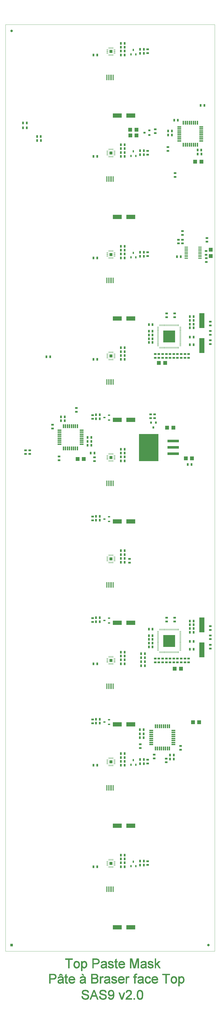
<source format=gbr>
%FSLAX35Y35*%
%MOIN*%
G04 EasyPC Gerber Version 18.0.8 Build 3632 *
%ADD98R,0.01102X0.03150*%
%ADD110R,0.01575X0.08661*%
%ADD112R,0.01969X0.05906*%
%ADD102R,0.02362X0.03543*%
%ADD115R,0.03150X0.03543*%
%ADD104R,0.03150X0.03937*%
%ADD113R,0.05906X0.06299*%
%ADD109R,0.08268X0.23622*%
%ADD108R,0.31102X0.42520*%
%ADD97R,0.03937X0.03937*%
%ADD101R,0.04724X0.04724*%
%ADD100R,0.18504X0.18504*%
%ADD26C,0.00100*%
%ADD10C,0.00472*%
%ADD25C,0.03937*%
%ADD99R,0.03150X0.01102*%
%ADD116R,0.05512X0.01378*%
%ADD111R,0.05906X0.01969*%
%ADD114R,0.03543X0.02362*%
%ADD117R,0.03543X0.03150*%
%ADD106R,0.03937X0.03150*%
%ADD107R,0.18110X0.04331*%
%ADD105R,0.06299X0.05906*%
%ADD103R,0.14173X0.07087*%
X0Y0D02*
D02*
D10*
X78745Y177195D02*
X409454D01*
Y1637038*
X78745*
Y177195*
D02*
D25*
X88583Y1627165D03*
X399606Y187008D03*
D02*
D26*
X147874Y126732D02*
Y141850D01*
X153543*
X154724*
X155669Y141614*
X157559Y140906*
X158740Y139488*
X159213Y137362*
X158976Y135709*
X158031Y134291*
X157323Y133583*
X156378Y133110*
X155197Y132874*
X153543*
X149764*
Y126732*
X147874*
X149764Y134764D02*
X153780D01*
X155433Y135000*
X156614Y135472*
X157087Y136181*
X157323Y137362*
Y138307*
X156850Y139016*
X155669Y139724*
X154724Y139961*
X153780*
X149764*
Y134764*
X168661Y128150D02*
X167717Y127441D01*
X166772Y126732*
X164882Y126496*
X163228Y126732*
X162047Y127441*
X161339Y128386*
X161102Y129567*
X161575Y131220*
X162520Y132165*
X163701Y132874*
X164409Y133110*
X165354*
X167244Y133346*
X168661Y133819*
Y134291*
X168425Y135000*
X168189Y135709*
X167244Y135945*
X166063Y136181*
X164882*
X164173Y135709*
X163701Y135236*
X163228Y134528*
X161339Y134764*
X162047Y136654*
X162756Y137126*
X163701Y137598*
X166299Y138071*
X167480*
X168661Y137598*
X169370Y137362*
X169843Y136890*
X170551Y135709*
Y135000*
Y134055*
Y131693*
Y129567*
Y128386*
X171024Y126732*
X169134*
X168661Y128150*
Y131929D02*
X167480Y131693D01*
X165591Y131220*
X164646*
X163937Y130984*
X163228Y130512*
X162992Y129803*
X163228Y129331*
X163465Y128858*
X164173Y128386*
X165118*
X166299*
X167008Y128858*
X168425Y129803*
X168661Y130512*
Y131457*
Y131929*
X166063Y140906D02*
X165118Y139016D01*
X163228*
X165118Y141850*
X167008*
X169370Y139016*
X167480*
X166063Y140906*
X177165Y128386D02*
X177402Y126732D01*
X175984Y126496*
X175039*
X174331Y126732*
X173622Y127677*
X173386Y128386*
Y129803*
Y135945*
X171969*
Y137835*
X173386*
Y140433*
X175276Y141614*
Y137835*
X177165*
Y135945*
X175276*
Y129803*
Y129094*
Y128858*
X175748Y128386*
X176457*
X177165*
X186850Y130039D02*
X188740Y129803D01*
X188031Y128386*
X186850Y127441*
X185433Y126732*
X183780Y126496*
X181417Y126732*
X179764Y127913*
X178819Y129803*
X178346Y132165*
X178819Y134764*
X179764Y136417*
X181417Y137598*
X183543Y138071*
X185669Y137598*
X187323Y136417*
X188504Y134764*
X188740Y132165*
Y131693*
X180236*
X180472Y130276*
X181417Y129331*
X182362Y128622*
X183780Y128386*
X185669Y128858*
X186378Y129331*
X186850Y130039*
X180236Y133583D02*
X186850D01*
X186614Y134528*
X186142Y135236*
X184961Y135945*
X183543Y136181*
X182362Y135945*
X181181Y135472*
X180472Y134528*
X180236Y133583*
X203622Y128150D02*
X202677Y127441D01*
X201732Y126732*
X199843Y126496*
X198189Y126732*
X197008Y127441*
X196299Y128386*
X196063Y129567*
X196535Y131220*
X197480Y132165*
X198661Y132874*
X199370Y133110*
X200315*
X202205Y133346*
X203622Y133819*
Y134291*
X203386Y135000*
X203150Y135709*
X202205Y135945*
X201024Y136181*
X199843*
X199134Y135709*
X198661Y135236*
X198189Y134528*
X196299Y134764*
X197008Y136654*
X197717Y137126*
X198661Y137598*
X201260Y138071*
X202441*
X203622Y137598*
X204331Y137362*
X204803Y136890*
X205512Y135709*
Y135000*
Y134055*
Y131693*
Y129567*
Y128386*
X205984Y126732*
X204094*
X203622Y128150*
Y131929D02*
X202441Y131693D01*
X200551Y131220*
X199606*
X198898Y130984*
X198189Y130512*
X197953Y129803*
X198189Y129331*
X198425Y128858*
X199134Y128386*
X200079*
X201260*
X201969Y128858*
X203386Y129803*
X203622Y130512*
Y131457*
Y131929*
X202677Y139016D02*
X201260D01*
X198898Y141850*
X201260*
X202677Y139016*
X214252Y126732D02*
Y141850D01*
X219921*
X221575Y141614*
X222756Y141378*
X223701Y140906*
X224409Y139961*
X224882Y139016*
X225118Y138071*
Y137126*
X224646Y136417*
X223937Y135472*
X222992Y135000*
X224173Y134528*
X224882Y133583*
X225354Y132402*
X225591Y131220*
X225118Y129094*
X224646Y128386*
X223937Y127677*
X222520Y126969*
X221339Y126732*
X219921*
X214252*
X216142Y135709D02*
X219685D01*
X220866*
X221575Y135945*
X222756Y136654*
X223228Y137835*
X222756Y139016*
X221811Y139724*
X220866Y139961*
X219449*
X216142*
Y135709*
Y128622D02*
X219921D01*
X220866*
X221339*
X222520Y129094*
X223465Y130039*
X223701Y131220*
X223465Y132638*
X222992Y133110*
X222283Y133583*
X221102Y133819*
X219921*
X216142*
Y128622*
X227953Y126732D02*
Y137835D01*
X229606*
Y136181*
X230315Y137126*
X230787Y137598*
X231969Y138071*
X232913Y137835*
X233858Y137362*
X233150Y135709*
X231969Y136181*
X230787Y135709*
X230079Y134764*
X229843Y132638*
Y126732*
X227953*
X242126Y128150D02*
X241181Y127441D01*
X240236Y126732*
X238346Y126496*
X236693Y126732*
X235512Y127441*
X234803Y128386*
X234567Y129567*
X235039Y131220*
X235984Y132165*
X237165Y132874*
X237874Y133110*
X238819*
X240709Y133346*
X242126Y133819*
Y134291*
X241890Y135000*
X241654Y135709*
X240709Y135945*
X239528Y136181*
X238346*
X237638Y135709*
X237165Y135236*
X236693Y134528*
X234803Y134764*
X235512Y136654*
X236220Y137126*
X237165Y137598*
X239764Y138071*
X240945*
X242126Y137598*
X242835Y137362*
X243307Y136890*
X244016Y135709*
Y135000*
Y134055*
Y131693*
Y129567*
Y128386*
X244488Y126732*
X242598*
X242126Y128150*
Y131929D02*
X240945Y131693D01*
X239055Y131220*
X238110*
X237402Y130984*
X236693Y130512*
X236457Y129803*
X236693Y129331*
X236929Y128858*
X237638Y128386*
X238583*
X239764*
X240472Y128858*
X241890Y129803*
X242126Y130512*
Y131457*
Y131929*
X245906Y130039D02*
X247795Y130276D01*
X248031Y129331*
X248740Y128858*
X249449Y128386*
X250630*
X251811*
X252520Y128858*
X252992Y129331*
X253228Y129803*
X252992Y130276*
X252520Y130748*
X251811Y130984*
X250630Y131220*
X248976Y131693*
X247795Y132165*
X246614Y133346*
X246142Y134764*
X246378Y136181*
X247323Y137362*
X248504Y137835*
X250157Y138071*
X252520Y137598*
X253465Y137126*
X253937Y136654*
X254646Y135000*
X252756Y134764*
X252047Y135709*
X251339Y136181*
X250394*
X249213*
X248504Y135709*
X248268Y135472*
X248031Y135000*
X248268Y134528*
X248976Y134055*
X249449Y133819*
X250630Y133583*
X252283Y133110*
X253465Y132638*
X254646Y131693*
X255118Y130984*
Y130039*
X254882Y129094*
X254646Y128150*
X253937Y127441*
X252992Y126969*
X250630Y126496*
X248740Y126732*
X247323Y127441*
X246378Y128386*
X245906Y130039*
X265039D02*
X266929Y129803D01*
X266220Y128386*
X265039Y127441*
X263622Y126732*
X261969Y126496*
X259606Y126732*
X257953Y127913*
X257008Y129803*
X256535Y132165*
X257008Y134764*
X257953Y136417*
X259606Y137598*
X261732Y138071*
X263858Y137598*
X265512Y136417*
X266693Y134764*
X266929Y132165*
Y131693*
X258425*
X258661Y130276*
X259606Y129331*
X260551Y128622*
X261969Y128386*
X263858Y128858*
X264567Y129331*
X265039Y130039*
X258425Y133583D02*
X265039D01*
X264803Y134528*
X264331Y135236*
X263150Y135945*
X261732Y136181*
X260551Y135945*
X259370Y135472*
X258661Y134528*
X258425Y133583*
X268819Y126732D02*
Y137835D01*
X270472*
Y136181*
X271181Y137126*
X271654Y137598*
X272835Y138071*
X273780Y137835*
X274724Y137362*
X274016Y135709*
X272835Y136181*
X271654Y135709*
X270945Y134764*
X270709Y132638*
Y126732*
X268819*
X282283D02*
Y135945D01*
X280630*
Y137835*
X282283*
Y139016*
Y139961*
X282520Y140433*
X283465Y141614*
X284173Y141850*
X285354Y142087*
X287008Y141850*
X286772Y140197*
X285827*
X285118*
X284646Y139961*
X284173Y139488*
Y138780*
Y137835*
X286299*
Y135945*
X284173*
Y126732*
X282283*
X295039Y128150D02*
X294094Y127441D01*
X293150Y126732*
X291260Y126496*
X289606Y126732*
X288425Y127441*
X287717Y128386*
X287480Y129567*
X287953Y131220*
X288898Y132165*
X290079Y132874*
X290787Y133110*
X291732*
X293622Y133346*
X295039Y133819*
Y134291*
X294803Y135000*
X294567Y135709*
X293622Y135945*
X292441Y136181*
X291260*
X290551Y135709*
X290079Y135236*
X289606Y134528*
X287717Y134764*
X288425Y136654*
X289134Y137126*
X290079Y137598*
X292677Y138071*
X293858*
X295039Y137598*
X295748Y137362*
X296220Y136890*
X296929Y135709*
Y135000*
Y134055*
Y131693*
Y129567*
Y128386*
X297402Y126732*
X295512*
X295039Y128150*
Y131929D02*
X293858Y131693D01*
X291969Y131220*
X291024*
X290315Y130984*
X289606Y130512*
X289370Y129803*
X289606Y129331*
X289843Y128858*
X290551Y128386*
X291496*
X292677*
X293386Y128858*
X294803Y129803*
X295039Y130512*
Y131457*
Y131929*
X306614Y130748D02*
X308504Y130512D01*
X308031Y128858*
X307087Y127441*
X305669Y126732*
X304016Y126496*
X301890Y126732*
X300472Y127913*
X299291Y129803*
X299055Y132165*
X299291Y133819*
X299528Y135472*
X300472Y136417*
X301417Y137362*
X302598Y137835*
X304016Y138071*
X305669Y137835*
X306850Y137126*
X307795Y135945*
X308268Y134528*
X306378Y134291*
X305433Y135709*
X304016Y136181*
X302835Y135945*
X301890Y135236*
X301181Y134055*
X300945Y132165*
X301181Y130512*
X301890Y129331*
X302835Y128622*
X304016Y128386*
X304961Y128622*
X305669Y128858*
X306378Y129567*
X306614Y130748*
X317953Y130039D02*
X319843Y129803D01*
X319134Y128386*
X317953Y127441*
X316535Y126732*
X314882Y126496*
X312520Y126732*
X310866Y127913*
X309921Y129803*
X309449Y132165*
X309921Y134764*
X310866Y136417*
X312520Y137598*
X314646Y138071*
X316772Y137598*
X318425Y136417*
X319606Y134764*
X319843Y132165*
Y131693*
X311339*
X311575Y130276*
X312520Y129331*
X313465Y128622*
X314882Y128386*
X316772Y128858*
X317480Y129331*
X317953Y130039*
X311339Y133583D02*
X317953D01*
X317717Y134528*
X317244Y135236*
X316063Y135945*
X314646Y136181*
X313465Y135945*
X312283Y135472*
X311575Y134528*
X311339Y133583*
X331654Y126732D02*
Y139961D01*
X326693*
Y141850*
X338504*
Y139961*
X333543*
Y126732*
X331654*
X339921Y132165D02*
X340394Y135000D01*
X341575Y136890*
X342992Y137835*
X344882Y138071*
X346772Y137598*
X348425Y136654*
X349606Y134764*
X349843Y132402*
X349606Y130512*
X349134Y129094*
X348425Y127913*
X347480Y127205*
X346299Y126732*
X344882Y126496*
X342992Y126732*
X341339Y127913*
X340157Y129803*
X339921Y132165*
X341811D02*
X342047Y130512D01*
X342756Y129331*
X343701Y128622*
X344882Y128386*
X346063Y128622*
X347008Y129331*
X347717Y130512*
X347953Y132402*
X347717Y134055*
X347008Y135236*
X346063Y135945*
X344882Y136181*
X343701Y135945*
X342756Y135236*
X342047Y134055*
X341811Y132165*
X351969Y122480D02*
Y137835D01*
X353858*
Y135945*
X354567Y136890*
X355276Y137598*
X355984Y137835*
X356929Y138071*
X358110Y137835*
X359291Y137362*
X360236Y136417*
X360945Y135236*
X361181Y133819*
X361417Y132402*
X361181Y130748*
X360945Y129331*
X360000Y128150*
X359055Y127205*
X357874Y126732*
X356693Y126496*
X355748*
X355039Y126969*
X353858Y128150*
Y122480*
X351969*
X353858Y132165D02*
X354094Y130512D01*
X354567Y129331*
X355512Y128622*
X356693Y128386*
X357874Y128622*
X358583Y129331*
X359291Y130512*
X359528Y132402*
X359291Y134055*
X358819Y135236*
X357874Y135945*
X356693Y136181*
X355748Y135945*
X354803Y135236*
X354094Y133819*
X353858Y132165*
X351969Y122570D02*
X353858D01*
X351969Y122664D02*
X353858D01*
X351969Y122757D02*
X353858D01*
X351969Y122851D02*
X353858D01*
X351969Y122945D02*
X353858D01*
X351969Y123039D02*
X353858D01*
X351969Y123132D02*
X353858D01*
X351969Y123226D02*
X353858D01*
X351969Y123320D02*
X353858D01*
X351969Y123413D02*
X353858D01*
X351969Y123507D02*
X353858D01*
X351969Y123601D02*
X353858D01*
X351969Y123694D02*
X353858D01*
X351969Y123788D02*
X353858D01*
X351969Y123882D02*
X353858D01*
X351969Y123976D02*
X353858D01*
X351969Y124069D02*
X353858D01*
X351969Y124163D02*
X353858D01*
X351969Y124257D02*
X353858D01*
X351969Y124350D02*
X353858D01*
X351969Y124444D02*
X353858D01*
X351969Y124538D02*
X353858D01*
X351969Y124631D02*
X353858D01*
X351969Y124725D02*
X353858D01*
X351969Y124819D02*
X353858D01*
X351969Y124913D02*
X353858D01*
X351969Y125006D02*
X353858D01*
X351969Y125100D02*
X353858D01*
X351969Y125194D02*
X353858D01*
X351969Y125287D02*
X353858D01*
X351969Y125381D02*
X353858D01*
X351969Y125475D02*
X353858D01*
X351969Y125569D02*
X353858D01*
X351969Y125662D02*
X353858D01*
X351969Y125756D02*
X353858D01*
X351969Y125850D02*
X353858D01*
X351969Y125943D02*
X353858D01*
X351969Y126037D02*
X353858D01*
X351969Y126131D02*
X353858D01*
X351969Y126224D02*
X353858D01*
X351969Y126318D02*
X353858D01*
X351969Y126412D02*
X353858D01*
X164816Y126506D02*
X164957D01*
X175011D02*
X176041D01*
X183685D02*
X183846D01*
X199776D02*
X199918D01*
X238280D02*
X238422D01*
X250554D02*
X250677D01*
X261874D02*
X262035D01*
X291194D02*
X291335D01*
X303931D02*
X304082D01*
X314787D02*
X314948D01*
X344806D02*
X344939D01*
X351969D02*
X353858D01*
X355734D02*
X356740D01*
X164160Y126599D02*
X165707D01*
X174730D02*
X176603D01*
X182748D02*
X184502D01*
X199120D02*
X200668D01*
X237624D02*
X239172D01*
X249805D02*
X251146D01*
X260937D02*
X262691D01*
X290538D02*
X292085D01*
X303087D02*
X304738D01*
X313850D02*
X315604D01*
X344057D02*
X345501D01*
X351969D02*
X353858D01*
X355593D02*
X357209D01*
X163504Y126693D02*
X166457D01*
X174449D02*
X177165D01*
X181811D02*
X185157D01*
X198465D02*
X201417D01*
X236969D02*
X239921D01*
X249055D02*
X251614D01*
X260000D02*
X263346D01*
X289882D02*
X292835D01*
X302244D02*
X305394D01*
X312913D02*
X316260D01*
X343307D02*
X346063D01*
X351969D02*
X353858D01*
X355453D02*
X357677D01*
X147874Y126787D02*
X149764D01*
X163138D02*
X166844D01*
X169116D02*
X171008D01*
X174290D02*
X177394D01*
X181341D02*
X185542D01*
X198098D02*
X201805D01*
X204076D02*
X205969D01*
X214252D02*
X221610D01*
X227953D02*
X229843D01*
X236602D02*
X240309D01*
X242580D02*
X244473D01*
X248631D02*
X252083D01*
X259530D02*
X263731D01*
X268819D02*
X270709D01*
X282283D02*
X284173D01*
X289516D02*
X293222D01*
X295494D02*
X297386D01*
X301824D02*
X305778D01*
X312444D02*
X316644D01*
X331654D02*
X333543D01*
X342916D02*
X346435D01*
X351969D02*
X353858D01*
X355312D02*
X358010D01*
X147874Y126880D02*
X149764D01*
X162981D02*
X166969D01*
X169085D02*
X170981D01*
X174220D02*
X177380D01*
X181210D02*
X185729D01*
X197942D02*
X201930D01*
X204045D02*
X205942D01*
X214252D02*
X222079D01*
X227953D02*
X229843D01*
X236446D02*
X240433D01*
X242549D02*
X244446D01*
X248444D02*
X252551D01*
X259399D02*
X263918D01*
X268819D02*
X270709D01*
X282283D02*
X284173D01*
X289359D02*
X293347D01*
X295463D02*
X297359D01*
X301712D02*
X305965D01*
X312313D02*
X316831D01*
X331654D02*
X333543D01*
X342785D02*
X346669D01*
X351969D02*
X353858D01*
X355172D02*
X358244D01*
X147874Y126974D02*
X149764D01*
X162826D02*
X167094D01*
X169053D02*
X170955D01*
X174149D02*
X177367D01*
X181079D02*
X185917D01*
X197786D02*
X202055D01*
X204014D02*
X205915D01*
X214252D02*
X222531D01*
X227953D02*
X229843D01*
X236290D02*
X240559D01*
X242518D02*
X244419D01*
X248257D02*
X253003D01*
X259268D02*
X264106D01*
X268819D02*
X270709D01*
X282283D02*
X284173D01*
X289204D02*
X293472D01*
X295431D02*
X297333D01*
X301600D02*
X306153D01*
X312181D02*
X317019D01*
X331654D02*
X333543D01*
X342654D02*
X346904D01*
X351969D02*
X353858D01*
X355034D02*
X358478D01*
X147874Y127068D02*
X149764D01*
X162669D02*
X167219D01*
X169022D02*
X170928D01*
X174079D02*
X177354D01*
X180948D02*
X186104D01*
X197630D02*
X202180D01*
X203983D02*
X205889D01*
X214252D02*
X222718D01*
X227953D02*
X229843D01*
X236134D02*
X240683D01*
X242487D02*
X244393D01*
X248069D02*
X253191D01*
X259137D02*
X264293D01*
X268819D02*
X270709D01*
X282283D02*
X284173D01*
X289047D02*
X293597D01*
X295400D02*
X297306D01*
X301487D02*
X306340D01*
X312050D02*
X317206D01*
X331654D02*
X333543D01*
X342522D02*
X347138D01*
X351969D02*
X353858D01*
X354940D02*
X358713D01*
X147874Y127161D02*
X149764D01*
X162513D02*
X167344D01*
X168991D02*
X170901D01*
X174009D02*
X177340D01*
X180817D02*
X186291D01*
X197474D02*
X202304D01*
X203952D02*
X205862D01*
X214252D02*
X222906D01*
X227953D02*
X229843D01*
X235978D02*
X240808D01*
X242456D02*
X244366D01*
X247882D02*
X253378D01*
X259006D02*
X264480D01*
X268819D02*
X270709D01*
X282283D02*
X284173D01*
X288891D02*
X293722D01*
X295369D02*
X297279D01*
X301375D02*
X306528D01*
X311919D02*
X317394D01*
X331654D02*
X333543D01*
X342391D02*
X347372D01*
X351969D02*
X353858D01*
X354846D02*
X358947D01*
X147874Y127255D02*
X149764D01*
X162357D02*
X167469D01*
X168959D02*
X170874D01*
X173939D02*
X177327D01*
X180685D02*
X186479D01*
X197318D02*
X202430D01*
X203920D02*
X205835D01*
X214252D02*
X223093D01*
X227953D02*
X229843D01*
X235822D02*
X240933D01*
X242424D02*
X244339D01*
X247694D02*
X253565D01*
X258874D02*
X264668D01*
X268819D02*
X270709D01*
X282283D02*
X284173D01*
X288735D02*
X293847D01*
X295337D02*
X297252D01*
X301262D02*
X306715D01*
X311788D02*
X317581D01*
X331654D02*
X333543D01*
X342260D02*
X347548D01*
X351969D02*
X353858D01*
X354753D02*
X359106D01*
X147874Y127349D02*
X149764D01*
X162201D02*
X167594D01*
X168928D02*
X170848D01*
X173868D02*
X177313D01*
X180554D02*
X186666D01*
X197161D02*
X202554D01*
X203889D02*
X205808D01*
X214252D02*
X223280D01*
X227953D02*
X229843D01*
X235665D02*
X241058D01*
X242393D02*
X244312D01*
X247507D02*
X253753D01*
X258743D02*
X264855D01*
X268819D02*
X270709D01*
X282283D02*
X284173D01*
X288579D02*
X293972D01*
X295306D02*
X297226D01*
X301150D02*
X306902D01*
X311657D02*
X317769D01*
X331654D02*
X333543D01*
X342129D02*
X347672D01*
X351969D02*
X353858D01*
X354659D02*
X359199D01*
X147874Y127443D02*
X149764D01*
X162046D02*
X167717D01*
X168897D02*
X170821D01*
X173798D02*
X177300D01*
X180423D02*
X186850D01*
X197007D02*
X202677D01*
X203858D02*
X205781D01*
X214252D02*
X223468D01*
X227953D02*
X229843D01*
X235511D02*
X241181D01*
X242362D02*
X244285D01*
X247321D02*
X253937D01*
X258612D02*
X265039D01*
X268819D02*
X270709D01*
X282283D02*
X284173D01*
X288424D02*
X294094D01*
X295275D02*
X297199D01*
X301037D02*
X307087D01*
X311525D02*
X317953D01*
X331654D02*
X333543D01*
X341998D02*
X347797D01*
X351969D02*
X353858D01*
X354565D02*
X359293D01*
X147874Y127536D02*
X149764D01*
X161976D02*
X167844D01*
X168866D02*
X170794D01*
X173728D02*
X177287D01*
X180292D02*
X186969D01*
X196936D02*
X202804D01*
X203826D02*
X205755D01*
X214252D02*
X223655D01*
X227953D02*
X229843D01*
X235440D02*
X241308D01*
X242330D02*
X244259D01*
X247228D02*
X254032D01*
X258481D02*
X265158D01*
X268819D02*
X270709D01*
X282283D02*
X284173D01*
X288354D02*
X294222D01*
X295244D02*
X297172D01*
X300925D02*
X307150D01*
X311394D02*
X318072D01*
X331654D02*
X333543D01*
X341867D02*
X347922D01*
X351969D02*
X353858D01*
X354472D02*
X359387D01*
X147874Y127630D02*
X149764D01*
X161906D02*
X167969D01*
X168835D02*
X170767D01*
X173657D02*
X177273D01*
X180161D02*
X187087D01*
X196866D02*
X202929D01*
X203795D02*
X205728D01*
X214252D02*
X223843D01*
X227953D02*
X229843D01*
X235370D02*
X241433D01*
X242299D02*
X244232D01*
X247134D02*
X254126D01*
X258350D02*
X265276D01*
X268819D02*
X270709D01*
X282283D02*
X284173D01*
X288283D02*
X294346D01*
X295213D02*
X297145D01*
X300813D02*
X307213D01*
X311263D02*
X318189D01*
X331654D02*
X333543D01*
X341735D02*
X348047D01*
X351969D02*
X353858D01*
X354378D02*
X359480D01*
X147874Y127724D02*
X149764D01*
X161835D02*
X168093D01*
X168804D02*
X170741D01*
X173607D02*
X177260D01*
X180030D02*
X187204D01*
X196796D02*
X203054D01*
X203764D02*
X205701D01*
X214252D02*
X223983D01*
X227953D02*
X229843D01*
X235300D02*
X241558D01*
X242268D02*
X244205D01*
X247040D02*
X254220D01*
X258219D02*
X265393D01*
X268819D02*
X270709D01*
X282283D02*
X284173D01*
X288213D02*
X294471D01*
X295181D02*
X297119D01*
X300700D02*
X307275D01*
X311132D02*
X318306D01*
X331654D02*
X333543D01*
X341604D02*
X348172D01*
X351969D02*
X353858D01*
X354284D02*
X359574D01*
X147874Y127817D02*
X149764D01*
X161765D02*
X168219D01*
X168772D02*
X170714D01*
X173575D02*
X177246D01*
X179898D02*
X187321D01*
X196726D02*
X203179D01*
X203733D02*
X205674D01*
X214252D02*
X224077D01*
X227953D02*
X229843D01*
X235230D02*
X241683D01*
X242237D02*
X244178D01*
X246946D02*
X254313D01*
X258087D02*
X265510D01*
X268819D02*
X270709D01*
X282283D02*
X284173D01*
X288143D02*
X294596D01*
X295150D02*
X297092D01*
X300588D02*
X307337D01*
X311001D02*
X318423D01*
X331654D02*
X333543D01*
X341473D02*
X348297D01*
X351969D02*
X353858D01*
X354191D02*
X359668D01*
X147874Y127911D02*
X149764D01*
X161694D02*
X168343D01*
X168741D02*
X170687D01*
X173544D02*
X177233D01*
X179767D02*
X187438D01*
X196655D02*
X203304D01*
X203702D02*
X205648D01*
X214252D02*
X224171D01*
X227953D02*
X229843D01*
X235159D02*
X241808D01*
X242206D02*
X244152D01*
X246853D02*
X254407D01*
X257956D02*
X265627D01*
X268819D02*
X270709D01*
X282283D02*
X284173D01*
X288072D02*
X294721D01*
X295119D02*
X297065D01*
X300475D02*
X307400D01*
X310869D02*
X318540D01*
X331654D02*
X333543D01*
X341342D02*
X348422D01*
X351969D02*
X353858D01*
X354097D02*
X359761D01*
X147874Y128005D02*
X149764D01*
X161624D02*
X168468D01*
X168710D02*
X170660D01*
X173513D02*
X177220D01*
X179718D02*
X187555D01*
X196585D02*
X203429D01*
X203670D02*
X205621D01*
X214252D02*
X224265D01*
X227953D02*
X229843D01*
X235089D02*
X241933D01*
X242174D02*
X244125D01*
X246759D02*
X254501D01*
X257907D02*
X265744D01*
X268819D02*
X270709D01*
X282283D02*
X284173D01*
X288002D02*
X294846D01*
X295088D02*
X297038D01*
X300415D02*
X307463D01*
X310820D02*
X318657D01*
X331654D02*
X333543D01*
X341281D02*
X348480D01*
X351969D02*
X353858D01*
X354003D02*
X359855D01*
X147874Y128098D02*
X149764D01*
X161554D02*
X168593D01*
X168678D02*
X170633D01*
X173481D02*
X177206D01*
X179671D02*
X187672D01*
X196515D02*
X203554D01*
X203639D02*
X205594D01*
X214252D02*
X224358D01*
X227953D02*
X229843D01*
X235019D02*
X242058D01*
X242143D02*
X244098D01*
X246665D02*
X254594D01*
X257860D02*
X265861D01*
X268819D02*
X270709D01*
X282283D02*
X284173D01*
X287932D02*
X294971D01*
X295056D02*
X297011D01*
X300357D02*
X307525D01*
X310774D02*
X318774D01*
X331654D02*
X333543D01*
X341223D02*
X348536D01*
X351969D02*
X353858D01*
X353909D02*
X359949D01*
X147874Y128192D02*
X149764D01*
X161484D02*
X170607D01*
X173450D02*
X177193D01*
X179624D02*
X187789D01*
X196444D02*
X205567D01*
X214252D02*
X224452D01*
X227953D02*
X229843D01*
X234948D02*
X244071D01*
X246572D02*
X254656D01*
X257813D02*
X265978D01*
X268819D02*
X270709D01*
X282283D02*
X284173D01*
X287862D02*
X296985D01*
X300298D02*
X307587D01*
X310727D02*
X318892D01*
X331654D02*
X333543D01*
X341164D02*
X348593D01*
X351969D02*
X360034D01*
X147874Y128286D02*
X149764D01*
X161413D02*
X170580D01*
X173419D02*
X177180D01*
X179578D02*
X187906D01*
X196374D02*
X205541D01*
X214252D02*
X224546D01*
X227953D02*
X229843D01*
X234878D02*
X244044D01*
X246478D02*
X254680D01*
X257767D02*
X266095D01*
X268819D02*
X270709D01*
X282283D02*
X284173D01*
X287791D02*
X296958D01*
X300240D02*
X307650D01*
X310680D02*
X319009D01*
X331654D02*
X333543D01*
X341106D02*
X348649D01*
X351969D02*
X360109D01*
X147874Y128380D02*
X149764D01*
X161343D02*
X170553D01*
X173388D02*
X177166D01*
X179531D02*
X188024D01*
X196304D02*
X205514D01*
X214252D02*
X224639D01*
X227953D02*
X229843D01*
X234808D02*
X244018D01*
X246384D02*
X254703D01*
X257720D02*
X266213D01*
X268819D02*
X270709D01*
X282283D02*
X284173D01*
X287721D02*
X296931D01*
X300181D02*
X307712D01*
X310633D02*
X319126D01*
X331654D02*
X333543D01*
X341047D02*
X348705D01*
X351969D02*
X360184D01*
X147874Y128473D02*
X149764D01*
X161321D02*
X164042D01*
X166430D02*
X170551D01*
X173386D02*
X175661D01*
X179484D02*
X183255D01*
X184129D02*
X188075D01*
X196282D02*
X199003D01*
X201391D02*
X205512D01*
X214252D02*
X224704D01*
X227953D02*
X229843D01*
X234786D02*
X237507D01*
X239895D02*
X244016D01*
X246353D02*
X249318D01*
X251942D02*
X254726D01*
X257673D02*
X261444D01*
X262318D02*
X266264D01*
X268819D02*
X270709D01*
X282283D02*
X284173D01*
X287699D02*
X290420D01*
X292808D02*
X296929D01*
X300122D02*
X303579D01*
X304365D02*
X307775D01*
X310586D02*
X314357D01*
X315231D02*
X319178D01*
X331654D02*
X333543D01*
X340989D02*
X344445D01*
X345319D02*
X348761D01*
X351969D02*
X356256D01*
X357130D02*
X360259D01*
X147874Y128567D02*
X149764D01*
X161302D02*
X163902D01*
X166571D02*
X170551D01*
X173386D02*
X175567D01*
X179437D02*
X182693D01*
X184504D02*
X188122D01*
X196263D02*
X198862D01*
X201531D02*
X205512D01*
X214252D02*
X224767D01*
X227953D02*
X229843D01*
X234767D02*
X237366D01*
X240035D02*
X244016D01*
X246326D02*
X249177D01*
X252083D02*
X254750D01*
X257626D02*
X260882D01*
X262693D02*
X266311D01*
X268819D02*
X270709D01*
X282283D02*
X284173D01*
X287680D02*
X290280D01*
X292949D02*
X296929D01*
X300064D02*
X303110D01*
X304740D02*
X307837D01*
X310539D02*
X313795D01*
X315606D02*
X319224D01*
X331654D02*
X333543D01*
X340930D02*
X343976D01*
X345787D02*
X348817D01*
X351969D02*
X355787D01*
X357598D02*
X360334D01*
X147874Y128661D02*
X149764D01*
X161283D02*
X163761D01*
X166711D02*
X170551D01*
X173386D02*
X175473D01*
X179390D02*
X182311D01*
X184879D02*
X188169D01*
X196244D02*
X198722D01*
X201672D02*
X205512D01*
X214252D02*
X216142D01*
X221435D02*
X224829D01*
X227953D02*
X229843D01*
X234748D02*
X237226D01*
X240176D02*
X244016D01*
X246300D02*
X249037D01*
X252223D02*
X254773D01*
X257579D02*
X260500D01*
X263068D02*
X266358D01*
X268819D02*
X270709D01*
X282283D02*
X284173D01*
X287661D02*
X290139D01*
X293089D02*
X296929D01*
X300006D02*
X302783D01*
X305076D02*
X307900D01*
X310493D02*
X313413D01*
X315981D02*
X319271D01*
X331654D02*
X333543D01*
X340872D02*
X343649D01*
X346115D02*
X348874D01*
X351969D02*
X355460D01*
X357913D02*
X360409D01*
X147874Y128754D02*
X149764D01*
X161265D02*
X163620D01*
X166852D02*
X170551D01*
X173386D02*
X175380D01*
X179343D02*
X182186D01*
X185254D02*
X188216D01*
X196226D02*
X198581D01*
X201813D02*
X205512D01*
X214252D02*
X216142D01*
X221669D02*
X224891D01*
X227953D02*
X229843D01*
X234730D02*
X237085D01*
X240317D02*
X244016D01*
X246273D02*
X248896D01*
X252364D02*
X254797D01*
X257532D02*
X260375D01*
X263443D02*
X266405D01*
X268819D02*
X270709D01*
X282283D02*
X284173D01*
X287643D02*
X289998D01*
X293230D02*
X296929D01*
X299947D02*
X302658D01*
X305357D02*
X307962D01*
X310446D02*
X313288D01*
X316356D02*
X319318D01*
X331654D02*
X333543D01*
X340813D02*
X343524D01*
X346239D02*
X348930D01*
X351969D02*
X355335D01*
X358006D02*
X360484D01*
X147874Y128848D02*
X149764D01*
X161246D02*
X163480D01*
X166993D02*
X170551D01*
X173386D02*
X175286D01*
X179296D02*
X182061D01*
X185628D02*
X188263D01*
X196207D02*
X198441D01*
X201953D02*
X205512D01*
X214252D02*
X216142D01*
X221904D02*
X224954D01*
X227953D02*
X229843D01*
X234711D02*
X236944D01*
X240457D02*
X244016D01*
X246246D02*
X248756D01*
X252504D02*
X254820D01*
X257485D02*
X260250D01*
X263817D02*
X266452D01*
X268819D02*
X270709D01*
X282283D02*
X284173D01*
X287624D02*
X289858D01*
X293370D02*
X296929D01*
X299888D02*
X302533D01*
X305639D02*
X308025D01*
X310399D02*
X313163D01*
X316731D02*
X319365D01*
X331654D02*
X333543D01*
X340754D02*
X343400D01*
X346364D02*
X348986D01*
X351969D02*
X355211D01*
X358100D02*
X360559D01*
X147874Y128942D02*
X149764D01*
X161228D02*
X163423D01*
X167133D02*
X170551D01*
X173386D02*
X175276D01*
X179250D02*
X181936D01*
X185794D02*
X188309D01*
X196188D02*
X198383D01*
X202094D02*
X205512D01*
X214252D02*
X216142D01*
X222138D02*
X225016D01*
X227953D02*
X229843D01*
X234692D02*
X236887D01*
X240598D02*
X244016D01*
X246219D02*
X248615D01*
X252603D02*
X254844D01*
X257439D02*
X260125D01*
X263983D02*
X266498D01*
X268819D02*
X270709D01*
X282283D02*
X284173D01*
X287606D02*
X289801D01*
X293511D02*
X296929D01*
X299830D02*
X302408D01*
X305753D02*
X308056D01*
X310352D02*
X313038D01*
X316897D02*
X319412D01*
X331654D02*
X333543D01*
X340696D02*
X343274D01*
X346489D02*
X349042D01*
X351969D02*
X355085D01*
X358194D02*
X360634D01*
X147874Y129035D02*
X149764D01*
X161209D02*
X163376D01*
X167274D02*
X170551D01*
X173386D02*
X175276D01*
X179203D02*
X181811D01*
X185935D02*
X188356D01*
X196169D02*
X198337D01*
X202234D02*
X205512D01*
X214252D02*
X216142D01*
X222372D02*
X225079D01*
X227953D02*
X229843D01*
X234673D02*
X236841D01*
X240738D02*
X244016D01*
X246193D02*
X248474D01*
X252697D02*
X254867D01*
X257392D02*
X260000D01*
X264124D02*
X266545D01*
X268819D02*
X270709D01*
X282283D02*
X284173D01*
X287587D02*
X289754D01*
X293652D02*
X296929D01*
X299771D02*
X302283D01*
X305846D02*
X308082D01*
X310305D02*
X312913D01*
X317037D02*
X319459D01*
X331654D02*
X333543D01*
X340637D02*
X343150D01*
X346614D02*
X349098D01*
X351969D02*
X354961D01*
X358287D02*
X360709D01*
X147874Y129129D02*
X149764D01*
X161190D02*
X163329D01*
X167414D02*
X170551D01*
X173386D02*
X175276D01*
X179156D02*
X181686D01*
X186076D02*
X188403D01*
X196150D02*
X198290D01*
X202375D02*
X205512D01*
X214252D02*
X216142D01*
X222554D02*
X225126D01*
X227953D02*
X229843D01*
X234654D02*
X236794D01*
X240879D02*
X244016D01*
X246166D02*
X248334D01*
X252791D02*
X254891D01*
X257345D02*
X259875D01*
X264265D02*
X266592D01*
X268819D02*
X270709D01*
X282283D02*
X284173D01*
X287568D02*
X289707D01*
X293792D02*
X296929D01*
X299713D02*
X302159D01*
X305940D02*
X308109D01*
X310258D02*
X312789D01*
X317178D02*
X319506D01*
X331654D02*
X333543D01*
X340579D02*
X343025D01*
X346739D02*
X349145D01*
X351969D02*
X354836D01*
X358381D02*
X360783D01*
X147874Y129223D02*
X149764D01*
X161171D02*
X163282D01*
X167555D02*
X170551D01*
X173386D02*
X175276D01*
X179109D02*
X181561D01*
X186216D02*
X188450D01*
X196132D02*
X198243D01*
X202515D02*
X205512D01*
X214252D02*
X216142D01*
X222648D02*
X225146D01*
X227953D02*
X229843D01*
X234636D02*
X236747D01*
X241019D02*
X244016D01*
X246139D02*
X248193D01*
X252884D02*
X254914D01*
X257298D02*
X259750D01*
X264405D02*
X266639D01*
X268819D02*
X270709D01*
X282283D02*
X284173D01*
X287549D02*
X289660D01*
X293933D02*
X296929D01*
X299654D02*
X302033D01*
X306034D02*
X308136D01*
X310211D02*
X312663D01*
X317319D02*
X319552D01*
X331654D02*
X333543D01*
X340520D02*
X342900D01*
X346864D02*
X349177D01*
X351969D02*
X354711D01*
X358475D02*
X360859D01*
X147874Y129317D02*
X149764D01*
X161152D02*
X163235D01*
X167695D02*
X170551D01*
X173386D02*
X175276D01*
X179062D02*
X181436D01*
X186357D02*
X188497D01*
X196113D02*
X198196D01*
X202656D02*
X205512D01*
X214252D02*
X216142D01*
X222742D02*
X225167D01*
X227953D02*
X229843D01*
X234617D02*
X236700D01*
X241160D02*
X244016D01*
X246112D02*
X248053D01*
X252978D02*
X254937D01*
X257251D02*
X259625D01*
X264546D02*
X266686D01*
X268819D02*
X270709D01*
X282283D02*
X284173D01*
X287530D02*
X289613D01*
X294073D02*
X296929D01*
X299595D02*
X301909D01*
X306128D02*
X308163D01*
X310165D02*
X312539D01*
X317459D02*
X319599D01*
X331654D02*
X333543D01*
X340461D02*
X342775D01*
X346989D02*
X349208D01*
X351969D02*
X354586D01*
X358569D02*
X360933D01*
X147874Y129410D02*
X149764D01*
X161134D02*
X163189D01*
X167836D02*
X170551D01*
X173386D02*
X175276D01*
X179015D02*
X181338D01*
X186431D02*
X188544D01*
X196094D02*
X198149D01*
X202796D02*
X205512D01*
X214252D02*
X216142D01*
X222835D02*
X225188D01*
X227953D02*
X229843D01*
X234598D02*
X236653D01*
X241300D02*
X244016D01*
X246085D02*
X248012D01*
X253032D02*
X254961D01*
X257204D02*
X259527D01*
X264620D02*
X266733D01*
X268819D02*
X270709D01*
X282283D02*
X284173D01*
X287512D02*
X289567D01*
X294214D02*
X296929D01*
X299537D02*
X301842D01*
X306221D02*
X308189D01*
X310118D02*
X312440D01*
X317533D02*
X319646D01*
X331654D02*
X333543D01*
X340403D02*
X342708D01*
X347056D02*
X349239D01*
X351969D02*
X354535D01*
X358630D02*
X360958D01*
X147874Y129504D02*
X149764D01*
X161115D02*
X163142D01*
X167976D02*
X170551D01*
X173386D02*
X175276D01*
X178969D02*
X181244D01*
X186493D02*
X188591D01*
X196076D02*
X198102D01*
X202937D02*
X205512D01*
X214252D02*
X216142D01*
X222929D02*
X225209D01*
X227953D02*
X229843D01*
X234580D02*
X236606D01*
X241441D02*
X244016D01*
X246059D02*
X247988D01*
X253079D02*
X254984D01*
X257157D02*
X259433D01*
X264682D02*
X266780D01*
X268819D02*
X270709D01*
X282283D02*
X284173D01*
X287493D02*
X289520D01*
X294354D02*
X296929D01*
X299478D02*
X301786D01*
X306315D02*
X308216D01*
X310071D02*
X312346D01*
X317596D02*
X319693D01*
X331654D02*
X333543D01*
X340344D02*
X342652D01*
X347112D02*
X349270D01*
X351969D02*
X354498D01*
X358687D02*
X360974D01*
X147874Y129598D02*
X149764D01*
X161111D02*
X163095D01*
X168117D02*
X170551D01*
X173386D02*
X175276D01*
X178922D02*
X181150D01*
X186556D02*
X188637D01*
X196072D02*
X198056D01*
X203078D02*
X205512D01*
X214252D02*
X216142D01*
X223023D02*
X225230D01*
X227953D02*
X229843D01*
X234576D02*
X236559D01*
X241581D02*
X244016D01*
X246032D02*
X247965D01*
X253126D02*
X255007D01*
X257111D02*
X259339D01*
X264745D02*
X266826D01*
X268819D02*
X270709D01*
X282283D02*
X284173D01*
X287489D02*
X289473D01*
X294495D02*
X296929D01*
X299420D02*
X301730D01*
X306384D02*
X308243D01*
X310024D02*
X312253D01*
X317658D02*
X319740D01*
X331654D02*
X333543D01*
X340286D02*
X342596D01*
X347168D02*
X349302D01*
X351969D02*
X354460D01*
X358743D02*
X360989D01*
X147874Y129691D02*
X149764D01*
X161138D02*
X163048D01*
X168257D02*
X170551D01*
X173386D02*
X175276D01*
X178875D02*
X181057D01*
X186619D02*
X188684D01*
X196098D02*
X198009D01*
X203218D02*
X205512D01*
X214252D02*
X216142D01*
X223117D02*
X225251D01*
X227953D02*
X229843D01*
X234602D02*
X236513D01*
X241722D02*
X244016D01*
X246005D02*
X247941D01*
X253172D02*
X255031D01*
X257064D02*
X259246D01*
X264807D02*
X266873D01*
X268819D02*
X270709D01*
X282283D02*
X284173D01*
X287516D02*
X289426D01*
X294635D02*
X296929D01*
X299361D02*
X301673D01*
X306403D02*
X308270D01*
X309977D02*
X312159D01*
X317721D02*
X319787D01*
X331654D02*
X333543D01*
X340227D02*
X342539D01*
X347224D02*
X349333D01*
X351969D02*
X354423D01*
X358799D02*
X361005D01*
X147874Y129785D02*
X149764D01*
X161165D02*
X163001D01*
X168398D02*
X170551D01*
X173386D02*
X175276D01*
X178828D02*
X180963D01*
X186681D02*
X188731D01*
X196125D02*
X197962D01*
X203359D02*
X205512D01*
X214252D02*
X216142D01*
X223210D02*
X225272D01*
X227953D02*
X229843D01*
X234629D02*
X236466D01*
X241863D02*
X244016D01*
X245978D02*
X247918D01*
X253219D02*
X255054D01*
X257017D02*
X259152D01*
X264870D02*
X266920D01*
X268819D02*
X270709D01*
X282283D02*
X284173D01*
X287543D02*
X289379D01*
X294776D02*
X296929D01*
X299303D02*
X301617D01*
X306422D02*
X308296D01*
X309930D02*
X312065D01*
X317783D02*
X319833D01*
X331654D02*
X333543D01*
X340169D02*
X342483D01*
X347280D02*
X349364D01*
X351969D02*
X354385D01*
X358855D02*
X361020D01*
X147874Y129879D02*
X149764D01*
X161191D02*
X163017D01*
X168450D02*
X170551D01*
X173386D02*
X175276D01*
X178804D02*
X180869D01*
X186743D02*
X188135D01*
X196152D02*
X197978D01*
X203411D02*
X205512D01*
X214252D02*
X216142D01*
X223304D02*
X225293D01*
X227953D02*
X229843D01*
X234656D02*
X236482D01*
X241915D02*
X244016D01*
X245952D02*
X247894D01*
X253191D02*
X255078D01*
X256993D02*
X259058D01*
X264932D02*
X266324D01*
X268819D02*
X270709D01*
X282283D02*
X284173D01*
X287569D02*
X289395D01*
X294828D02*
X296929D01*
X299284D02*
X301561D01*
X306440D02*
X308323D01*
X309906D02*
X311972D01*
X317846D02*
X319238D01*
X331654D02*
X333543D01*
X340150D02*
X342427D01*
X347337D02*
X349395D01*
X351969D02*
X354348D01*
X358911D02*
X361036D01*
X147874Y129972D02*
X149764D01*
X161218D02*
X163048D01*
X168481D02*
X170551D01*
X173386D02*
X175276D01*
X178785D02*
X180776D01*
X186806D02*
X187386D01*
X196179D02*
X198009D01*
X203442D02*
X205512D01*
X214252D02*
X216142D01*
X223398D02*
X225313D01*
X227953D02*
X229843D01*
X234683D02*
X236513D01*
X241946D02*
X244016D01*
X245925D02*
X247871D01*
X253144D02*
X255101D01*
X256974D02*
X258965D01*
X264995D02*
X265575D01*
X268819D02*
X270709D01*
X282283D02*
X284173D01*
X287596D02*
X289426D01*
X294859D02*
X296929D01*
X299274D02*
X301505D01*
X306459D02*
X308350D01*
X309887D02*
X311878D01*
X317908D02*
X318488D01*
X331654D02*
X333543D01*
X340141D02*
X342371D01*
X347393D02*
X349426D01*
X351969D02*
X354310D01*
X358968D02*
X361052D01*
X147874Y130066D02*
X149764D01*
X161245D02*
X163080D01*
X168513D02*
X170551D01*
X173386D02*
X175276D01*
X178766D02*
X180682D01*
X196206D02*
X198041D01*
X203474D02*
X205512D01*
X214252D02*
X216142D01*
X223470D02*
X225334D01*
X227953D02*
X229843D01*
X234709D02*
X236544D01*
X241978D02*
X244016D01*
X246120D02*
X247848D01*
X253097D02*
X255118D01*
X256955D02*
X258871D01*
X268819D02*
X270709D01*
X282283D02*
X284173D01*
X287623D02*
X289458D01*
X294891D02*
X296929D01*
X299265D02*
X301448D01*
X306478D02*
X308377D01*
X309869D02*
X311784D01*
X331654D02*
X333543D01*
X340131D02*
X342315D01*
X347449D02*
X349458D01*
X351969D02*
X354273D01*
X359024D02*
X361067D01*
X147874Y130160D02*
X149764D01*
X161272D02*
X163111D01*
X168544D02*
X170551D01*
X173386D02*
X175276D01*
X178748D02*
X180588D01*
X196232D02*
X198072D01*
X203505D02*
X205512D01*
X214252D02*
X216142D01*
X223489D02*
X225355D01*
X227953D02*
X229843D01*
X234736D02*
X236576D01*
X242009D02*
X244016D01*
X246869D02*
X247824D01*
X253050D02*
X255118D01*
X256937D02*
X258777D01*
X268819D02*
X270709D01*
X282283D02*
X284173D01*
X287650D02*
X289489D01*
X294922D02*
X296929D01*
X299256D02*
X301392D01*
X306496D02*
X308404D01*
X309850D02*
X311691D01*
X331654D02*
X333543D01*
X340122D02*
X342258D01*
X347506D02*
X349489D01*
X351969D02*
X354235D01*
X359080D02*
X361083D01*
X147874Y130254D02*
X149764D01*
X161298D02*
X163142D01*
X168575D02*
X170551D01*
X173386D02*
X175276D01*
X178729D02*
X180494D01*
X196259D02*
X198103D01*
X203536D02*
X205512D01*
X214252D02*
X216142D01*
X223507D02*
X225376D01*
X227953D02*
X229843D01*
X234763D02*
X236607D01*
X242040D02*
X244016D01*
X247619D02*
X247801D01*
X253003D02*
X255118D01*
X256918D02*
X258683D01*
X268819D02*
X270709D01*
X282283D02*
X284173D01*
X287676D02*
X289520D01*
X294953D02*
X296929D01*
X299246D02*
X301336D01*
X306515D02*
X308430D01*
X309831D02*
X311597D01*
X331654D02*
X333543D01*
X340113D02*
X342202D01*
X347561D02*
X349520D01*
X351969D02*
X354198D01*
X359136D02*
X361099D01*
X147874Y130347D02*
X149764D01*
X161325D02*
X163174D01*
X168607D02*
X170551D01*
X173386D02*
X175276D01*
X178710D02*
X180461D01*
X196286D02*
X198134D01*
X203567D02*
X205512D01*
X214252D02*
X216142D01*
X223526D02*
X225396D01*
X227953D02*
X229843D01*
X234790D02*
X236638D01*
X242071D02*
X244016D01*
X252920D02*
X255118D01*
X256899D02*
X258650D01*
X268819D02*
X270709D01*
X282283D02*
X284173D01*
X287703D02*
X289552D01*
X294985D02*
X296929D01*
X299237D02*
X301280D01*
X306534D02*
X308457D01*
X309813D02*
X311563D01*
X331654D02*
X333543D01*
X340103D02*
X342146D01*
X347618D02*
X349552D01*
X351969D02*
X354160D01*
X359193D02*
X361114D01*
X147874Y130441D02*
X149764D01*
X161352D02*
X163205D01*
X168638D02*
X170551D01*
X173386D02*
X175276D01*
X178691D02*
X180445D01*
X196313D02*
X198165D01*
X203598D02*
X205512D01*
X214252D02*
X216142D01*
X223545D02*
X225417D01*
X227953D02*
X229843D01*
X234817D02*
X236669D01*
X242102D02*
X244016D01*
X252827D02*
X255118D01*
X256880D02*
X258634D01*
X268819D02*
X270709D01*
X282283D02*
X284173D01*
X287730D02*
X289583D01*
X295016D02*
X296929D01*
X299228D02*
X301224D01*
X306553D02*
X308484D01*
X309794D02*
X311547D01*
X331654D02*
X333543D01*
X340094D02*
X342090D01*
X347674D02*
X349583D01*
X351969D02*
X354123D01*
X359249D02*
X361130D01*
X147874Y130535D02*
X149764D01*
X161379D02*
X163263D01*
X168661D02*
X170551D01*
X173386D02*
X175276D01*
X178672D02*
X180429D01*
X196339D02*
X198223D01*
X203622D02*
X205512D01*
X214252D02*
X216142D01*
X223564D02*
X225438D01*
X227953D02*
X229843D01*
X234843D02*
X236727D01*
X242126D02*
X244016D01*
X252733D02*
X255118D01*
X256861D02*
X258618D01*
X268819D02*
X270709D01*
X282283D02*
X284173D01*
X287757D02*
X289641D01*
X295039D02*
X296929D01*
X299218D02*
X301178D01*
X306572D02*
X308321D01*
X309775D02*
X311531D01*
X331654D02*
X333543D01*
X340084D02*
X342044D01*
X347719D02*
X349609D01*
X351969D02*
X354091D01*
X359294D02*
X361146D01*
X147874Y130628D02*
X149764D01*
X161406D02*
X163403D01*
X168661D02*
X170551D01*
X173386D02*
X175276D01*
X178654D02*
X180414D01*
X196366D02*
X198364D01*
X203622D02*
X205512D01*
X214252D02*
X216142D01*
X223582D02*
X225459D01*
X227953D02*
X229843D01*
X234870D02*
X236868D01*
X242126D02*
X244016D01*
X252639D02*
X255118D01*
X256843D02*
X258603D01*
X268819D02*
X270709D01*
X282283D02*
X284173D01*
X287783D02*
X289781D01*
X295039D02*
X296929D01*
X299209D02*
X301165D01*
X306590D02*
X307572D01*
X309756D02*
X311516D01*
X331654D02*
X333543D01*
X340075D02*
X342031D01*
X347731D02*
X349621D01*
X351969D02*
X354078D01*
X359306D02*
X361161D01*
X147874Y130722D02*
X149764D01*
X161432D02*
X163544D01*
X168661D02*
X170551D01*
X173386D02*
X175276D01*
X178635D02*
X180398D01*
X196393D02*
X198504D01*
X203622D02*
X205512D01*
X214252D02*
X216142D01*
X223601D02*
X225480D01*
X227953D02*
X229843D01*
X234897D02*
X237008D01*
X242126D02*
X244016D01*
X252546D02*
X255118D01*
X256824D02*
X258587D01*
X268819D02*
X270709D01*
X282283D02*
X284173D01*
X287810D02*
X289922D01*
X295039D02*
X296929D01*
X299200D02*
X301151D01*
X306609D02*
X306822D01*
X309737D02*
X311500D01*
X331654D02*
X333543D01*
X340066D02*
X342017D01*
X347743D02*
X349633D01*
X351969D02*
X354065D01*
X359318D02*
X361177D01*
X147874Y130816D02*
X149764D01*
X161459D02*
X163684D01*
X168661D02*
X170551D01*
X173386D02*
X175276D01*
X178617D02*
X180382D01*
X196420D02*
X198645D01*
X203622D02*
X205512D01*
X214252D02*
X216142D01*
X223620D02*
X225501D01*
X227953D02*
X229843D01*
X234924D02*
X237149D01*
X242126D02*
X244016D01*
X252317D02*
X255118D01*
X256806D02*
X258571D01*
X268819D02*
X270709D01*
X282283D02*
X284173D01*
X287837D02*
X290062D01*
X295039D02*
X296929D01*
X299190D02*
X301138D01*
X309719D02*
X311485D01*
X331654D02*
X333543D01*
X340056D02*
X342004D01*
X347755D02*
X349644D01*
X351969D02*
X354051D01*
X359330D02*
X361191D01*
X147874Y130909D02*
X149764D01*
X161486D02*
X163825D01*
X168661D02*
X170551D01*
X173386D02*
X175276D01*
X178598D02*
X180367D01*
X196446D02*
X198785D01*
X203622D02*
X205512D01*
X214252D02*
X216142D01*
X223639D02*
X225521D01*
X227953D02*
X229843D01*
X234950D02*
X237289D01*
X242126D02*
X244016D01*
X252035D02*
X255118D01*
X256787D02*
X258556D01*
X268819D02*
X270709D01*
X282283D02*
X284173D01*
X287864D02*
X290203D01*
X295039D02*
X296929D01*
X299181D02*
X301124D01*
X309700D02*
X311469D01*
X331654D02*
X333543D01*
X340047D02*
X341991D01*
X347766D02*
X349656D01*
X351969D02*
X354038D01*
X359341D02*
X361204D01*
X147874Y131003D02*
X149764D01*
X161513D02*
X163994D01*
X168661D02*
X170551D01*
X173386D02*
X175276D01*
X178579D02*
X180351D01*
X196473D02*
X198954D01*
X203622D02*
X205512D01*
X214252D02*
X216142D01*
X223657D02*
X225542D01*
X227953D02*
X229843D01*
X234977D02*
X237458D01*
X242126D02*
X244016D01*
X251717D02*
X255106D01*
X256768D02*
X258540D01*
X268819D02*
X270709D01*
X282283D02*
X284173D01*
X287891D02*
X290372D01*
X295039D02*
X296929D01*
X299171D02*
X301111D01*
X309681D02*
X311454D01*
X331654D02*
X333543D01*
X340037D02*
X341977D01*
X347778D02*
X349668D01*
X351969D02*
X354024D01*
X359353D02*
X361218D01*
X147874Y131097D02*
X149764D01*
X161539D02*
X164275D01*
X168661D02*
X170551D01*
X173386D02*
X175276D01*
X178560D02*
X180335D01*
X196500D02*
X199235D01*
X203622D02*
X205512D01*
X214252D02*
X216142D01*
X223676D02*
X225563D01*
X227953D02*
X229843D01*
X235004D02*
X237739D01*
X242126D02*
X244016D01*
X251248D02*
X255043D01*
X256749D02*
X258524D01*
X268819D02*
X270709D01*
X282283D02*
X284173D01*
X287917D02*
X290653D01*
X295039D02*
X296929D01*
X299162D02*
X301098D01*
X309663D02*
X311438D01*
X331654D02*
X333543D01*
X340028D02*
X341964D01*
X347790D02*
X349680D01*
X351969D02*
X354011D01*
X359365D02*
X361231D01*
X147874Y131191D02*
X149764D01*
X161566D02*
X164556D01*
X168661D02*
X170551D01*
X173386D02*
X175276D01*
X178541D02*
X180320D01*
X196527D02*
X199517D01*
X203622D02*
X205512D01*
X214252D02*
X216142D01*
X223695D02*
X225584D01*
X227953D02*
X229843D01*
X235031D02*
X238020D01*
X242126D02*
X244016D01*
X250780D02*
X254981D01*
X256730D02*
X258509D01*
X268819D02*
X270709D01*
X282283D02*
X284173D01*
X287944D02*
X290934D01*
X295039D02*
X296929D01*
X299153D02*
X301084D01*
X309644D02*
X311422D01*
X331654D02*
X333543D01*
X340019D02*
X341950D01*
X347802D02*
X349691D01*
X351969D02*
X353998D01*
X359376D02*
X361244D01*
X147874Y131284D02*
X149764D01*
X161639D02*
X165846D01*
X168661D02*
X170551D01*
X173386D02*
X175276D01*
X178523D02*
X180304D01*
X196599D02*
X200806D01*
X203622D02*
X205512D01*
X214252D02*
X216142D01*
X223690D02*
X225578D01*
X227953D02*
X229843D01*
X235103D02*
X239310D01*
X242126D02*
X244016D01*
X250407D02*
X254918D01*
X256712D02*
X258493D01*
X268819D02*
X270709D01*
X282283D02*
X284173D01*
X288017D02*
X292224D01*
X295039D02*
X296929D01*
X299143D02*
X301071D01*
X309625D02*
X311407D01*
X331654D02*
X333543D01*
X340009D02*
X341937D01*
X347813D02*
X349703D01*
X351969D02*
X353984D01*
X359388D02*
X361258D01*
X147874Y131378D02*
X149764D01*
X161732D02*
X166220D01*
X168661D02*
X170551D01*
X173386D02*
X175276D01*
X178504D02*
X180289D01*
X196693D02*
X201181D01*
X203622D02*
X205512D01*
X214252D02*
X216142D01*
X223674D02*
X225559D01*
X227953D02*
X229843D01*
X235197D02*
X239685D01*
X242126D02*
X244016D01*
X250079D02*
X254856D01*
X256693D02*
X258478D01*
X268819D02*
X270709D01*
X282283D02*
X284173D01*
X288110D02*
X292598D01*
X295039D02*
X296929D01*
X299134D02*
X301057D01*
X309606D02*
X311391D01*
X331654D02*
X333543D01*
X340000D02*
X341924D01*
X347825D02*
X349715D01*
X351969D02*
X353971D01*
X359400D02*
X361271D01*
X147874Y131472D02*
X149764D01*
X161826D02*
X166595D01*
X168661D02*
X170551D01*
X173386D02*
X175276D01*
X178485D02*
X180273D01*
X196787D02*
X201556D01*
X203622D02*
X205512D01*
X214252D02*
X216142D01*
X223659D02*
X225540D01*
X227953D02*
X229843D01*
X235291D02*
X240060D01*
X242126D02*
X244016D01*
X249751D02*
X254793D01*
X256674D02*
X258462D01*
X268819D02*
X270709D01*
X282283D02*
X284173D01*
X288204D02*
X292973D01*
X295039D02*
X296929D01*
X299124D02*
X301044D01*
X309587D02*
X311376D01*
X331654D02*
X333543D01*
X339991D02*
X341910D01*
X347837D02*
X349726D01*
X351969D02*
X353957D01*
X359411D02*
X361285D01*
X147874Y131565D02*
X149764D01*
X161920D02*
X166970D01*
X168661D02*
X170551D01*
X173386D02*
X175276D01*
X178467D02*
X180257D01*
X196880D02*
X201931D01*
X203622D02*
X205512D01*
X214252D02*
X216142D01*
X223643D02*
X225522D01*
X227953D02*
X229843D01*
X235384D02*
X240435D01*
X242126D02*
X244016D01*
X249423D02*
X254731D01*
X256656D02*
X258446D01*
X268819D02*
X270709D01*
X282283D02*
X284173D01*
X288298D02*
X293348D01*
X295039D02*
X296929D01*
X299115D02*
X301031D01*
X309569D02*
X311360D01*
X331654D02*
X333543D01*
X339981D02*
X341897D01*
X347848D02*
X349738D01*
X351969D02*
X353944D01*
X359423D02*
X361298D01*
X147874Y131659D02*
X149764D01*
X162013D02*
X167345D01*
X168661D02*
X170551D01*
X173386D02*
X175276D01*
X178448D02*
X180242D01*
X196974D02*
X202306D01*
X203622D02*
X205512D01*
X214252D02*
X216142D01*
X223628D02*
X225503D01*
X227953D02*
X229843D01*
X235478D02*
X240809D01*
X242126D02*
X244016D01*
X249095D02*
X254668D01*
X256637D02*
X258431D01*
X268819D02*
X270709D01*
X282283D02*
X284173D01*
X288391D02*
X293723D01*
X295039D02*
X296929D01*
X299106D02*
X301017D01*
X309550D02*
X311344D01*
X331654D02*
X333543D01*
X339972D02*
X341883D01*
X347860D02*
X349750D01*
X351969D02*
X353931D01*
X359435D02*
X361311D01*
X147874Y131753D02*
X149764D01*
X162107D02*
X167780D01*
X168661D02*
X170551D01*
X173386D02*
X175276D01*
X178429D02*
X188740D01*
X197068D02*
X202740D01*
X203622D02*
X205512D01*
X214252D02*
X216142D01*
X223612D02*
X225484D01*
X227953D02*
X229843D01*
X235572D02*
X241244D01*
X242126D02*
X244016D01*
X248827D02*
X254571D01*
X256618D02*
X266929D01*
X268819D02*
X270709D01*
X282283D02*
X284173D01*
X288485D02*
X294157D01*
X295039D02*
X296929D01*
X299096D02*
X301004D01*
X309531D02*
X319843D01*
X331654D02*
X333543D01*
X339963D02*
X341870D01*
X347872D02*
X349761D01*
X351969D02*
X353917D01*
X359446D02*
X361325D01*
X147874Y131846D02*
X149764D01*
X162201D02*
X168248D01*
X168661D02*
X170551D01*
X173386D02*
X175276D01*
X178410D02*
X188740D01*
X197161D02*
X203209D01*
X203622D02*
X205512D01*
X214252D02*
X216142D01*
X223596D02*
X225465D01*
X227953D02*
X229843D01*
X235665D02*
X241713D01*
X242126D02*
X244016D01*
X248593D02*
X254454D01*
X256599D02*
X266929D01*
X268819D02*
X270709D01*
X282283D02*
X284173D01*
X288579D02*
X294626D01*
X295039D02*
X296929D01*
X299087D02*
X300991D01*
X309513D02*
X319843D01*
X331654D02*
X333543D01*
X339953D02*
X341857D01*
X347883D02*
X349773D01*
X351969D02*
X353904D01*
X359458D02*
X361338D01*
X147874Y131940D02*
X149764D01*
X162294D02*
X170551D01*
X173386D02*
X175276D01*
X178391D02*
X188740D01*
X197255D02*
X205512D01*
X214252D02*
X216142D01*
X223581D02*
X225446D01*
X227953D02*
X229843D01*
X235759D02*
X244016D01*
X248358D02*
X254337D01*
X256580D02*
X266929D01*
X268819D02*
X270709D01*
X282283D02*
X284173D01*
X288672D02*
X296929D01*
X299078D02*
X300977D01*
X309494D02*
X319843D01*
X331654D02*
X333543D01*
X339944D02*
X341843D01*
X347895D02*
X349785D01*
X351969D02*
X353891D01*
X359470D02*
X361352D01*
X147874Y132034D02*
X149764D01*
X162388D02*
X170551D01*
X173386D02*
X175276D01*
X178373D02*
X188740D01*
X197349D02*
X205512D01*
X214252D02*
X216142D01*
X223565D02*
X225428D01*
X227953D02*
X229843D01*
X235853D02*
X244016D01*
X248124D02*
X254220D01*
X256562D02*
X266929D01*
X268819D02*
X270709D01*
X282283D02*
X284173D01*
X288766D02*
X296929D01*
X299068D02*
X300964D01*
X309475D02*
X319843D01*
X331654D02*
X333543D01*
X339934D02*
X341830D01*
X347907D02*
X349796D01*
X351969D02*
X353877D01*
X359481D02*
X361365D01*
X147874Y132128D02*
X149764D01*
X162482D02*
X170551D01*
X173386D02*
X175276D01*
X178354D02*
X188740D01*
X197443D02*
X205512D01*
X214252D02*
X216142D01*
X223550D02*
X225409D01*
X227953D02*
X229843D01*
X235946D02*
X244016D01*
X247890D02*
X254102D01*
X256543D02*
X266929D01*
X268819D02*
X270709D01*
X282283D02*
X284173D01*
X288860D02*
X296929D01*
X299059D02*
X300950D01*
X309456D02*
X319843D01*
X331654D02*
X333543D01*
X339925D02*
X341817D01*
X347919D02*
X349808D01*
X351969D02*
X353864D01*
X359493D02*
X361378D01*
X147874Y132221D02*
X149764D01*
X162613D02*
X170551D01*
X173386D02*
X175276D01*
X178357D02*
X188735D01*
X197574D02*
X205512D01*
X214252D02*
X216142D01*
X223534D02*
X225391D01*
X227953D02*
X229843D01*
X236078D02*
X244016D01*
X247739D02*
X253985D01*
X256546D02*
X266924D01*
X268819D02*
X270709D01*
X282283D02*
X284173D01*
X288991D02*
X296929D01*
X299063D02*
X300952D01*
X309459D02*
X319837D01*
X331654D02*
X333543D01*
X339931D02*
X341818D01*
X347930D02*
X349820D01*
X351969D02*
X353866D01*
X359505D02*
X361392D01*
X147874Y132315D02*
X149764D01*
X162769D02*
X170551D01*
X173386D02*
X175276D01*
X178374D02*
X188726D01*
X197730D02*
X205512D01*
X214252D02*
X216142D01*
X223519D02*
X225372D01*
X227953D02*
X229843D01*
X236233D02*
X244016D01*
X247646D02*
X253868D01*
X256563D02*
X266915D01*
X268819D02*
X270709D01*
X282283D02*
X284173D01*
X289147D02*
X296929D01*
X299076D02*
X300963D01*
X309476D02*
X319829D01*
X331654D02*
X333543D01*
X339946D02*
X341830D01*
X347942D02*
X349831D01*
X351969D02*
X353880D01*
X359517D02*
X361405D01*
X147874Y132409D02*
X149764D01*
X162925D02*
X170551D01*
X173386D02*
X175276D01*
X178391D02*
X188718D01*
X197886D02*
X205512D01*
X214252D02*
X216142D01*
X223503D02*
X225352D01*
X227953D02*
X229843D01*
X236390D02*
X244016D01*
X247552D02*
X253751D01*
X256580D02*
X266907D01*
X268819D02*
X270709D01*
X282283D02*
X284173D01*
X289303D02*
X296929D01*
X299090D02*
X300975D01*
X309493D02*
X319820D01*
X331654D02*
X333543D01*
X339962D02*
X341841D01*
X347952D02*
X349842D01*
X351969D02*
X353893D01*
X359526D02*
X361416D01*
X147874Y132502D02*
X149764D01*
X163081D02*
X170551D01*
X173386D02*
X175276D01*
X178408D02*
X188709D01*
X198042D02*
X205512D01*
X214252D02*
X216142D01*
X223487D02*
X225314D01*
X227953D02*
X229843D01*
X236546D02*
X244016D01*
X247458D02*
X253634D01*
X256597D02*
X266898D01*
X268819D02*
X270709D01*
X282283D02*
X284173D01*
X289459D02*
X296929D01*
X299103D02*
X300987D01*
X309510D02*
X319812D01*
X331654D02*
X333543D01*
X339978D02*
X341853D01*
X347938D02*
X349832D01*
X351969D02*
X353906D01*
X359513D02*
X361400D01*
X147874Y132596D02*
X149764D01*
X163237D02*
X170551D01*
X173386D02*
X175276D01*
X178425D02*
X188701D01*
X198198D02*
X205512D01*
X214252D02*
X216142D01*
X223472D02*
X225276D01*
X227953D02*
X229843D01*
X236702D02*
X244016D01*
X247365D02*
X253517D01*
X256614D02*
X266890D01*
X268819D02*
X270709D01*
X282283D02*
X284173D01*
X289615D02*
X296929D01*
X299117D02*
X300999D01*
X309527D02*
X319804D01*
X331654D02*
X333543D01*
X339993D02*
X341865D01*
X347925D02*
X349823D01*
X351969D02*
X353920D01*
X359500D02*
X361385D01*
X147874Y132690D02*
X149764D01*
X163394D02*
X170551D01*
X173386D02*
X175276D01*
X178442D02*
X188693D01*
X198354D02*
X205512D01*
X214252D02*
X216142D01*
X223413D02*
X225239D01*
X227953D02*
X229848D01*
X236858D02*
X244016D01*
X247271D02*
X253335D01*
X256631D02*
X266881D01*
X268819D02*
X270715D01*
X282283D02*
X284173D01*
X289772D02*
X296929D01*
X299130D02*
X301010D01*
X309544D02*
X319795D01*
X331654D02*
X333543D01*
X340009D02*
X341876D01*
X347911D02*
X349814D01*
X351969D02*
X353933D01*
X359486D02*
X361369D01*
X147874Y132783D02*
X149764D01*
X163550D02*
X170551D01*
X173386D02*
X175276D01*
X178459D02*
X188684D01*
X198511D02*
X205512D01*
X214252D02*
X216142D01*
X223319D02*
X225202D01*
X227953D02*
X229859D01*
X237015D02*
X244016D01*
X247177D02*
X253100D01*
X256648D02*
X266873D01*
X268819D02*
X270725D01*
X282283D02*
X284173D01*
X289928D02*
X296929D01*
X299143D02*
X301022D01*
X309561D02*
X319786D01*
X331654D02*
X333543D01*
X340024D02*
X341888D01*
X347898D02*
X349804D01*
X351969D02*
X353946D01*
X359473D02*
X361354D01*
X147874Y132877D02*
X155213D01*
X163710D02*
X170551D01*
X173386D02*
X175276D01*
X178476D02*
X188676D01*
X198671D02*
X205512D01*
X214252D02*
X216142D01*
X223225D02*
X225164D01*
X227953D02*
X229869D01*
X237175D02*
X244016D01*
X247083D02*
X252866D01*
X256665D02*
X266865D01*
X268819D02*
X270735D01*
X282283D02*
X284173D01*
X290088D02*
X296929D01*
X299157D02*
X301034D01*
X309578D02*
X319778D01*
X331654D02*
X333543D01*
X340040D02*
X341900D01*
X347885D02*
X349795D01*
X351969D02*
X353960D01*
X359459D02*
X361338D01*
X147874Y132971D02*
X155681D01*
X163991D02*
X170551D01*
X173386D02*
X175276D01*
X178493D02*
X188667D01*
X198952D02*
X205512D01*
X214252D02*
X216142D01*
X223131D02*
X225127D01*
X227953D02*
X229880D01*
X237456D02*
X244016D01*
X246990D02*
X252632D01*
X256682D02*
X266856D01*
X268819D02*
X270746D01*
X282283D02*
X284173D01*
X290369D02*
X296929D01*
X299170D02*
X301046D01*
X309595D02*
X319769D01*
X331654D02*
X333543D01*
X340056D02*
X341912D01*
X347871D02*
X349785D01*
X351969D02*
X353973D01*
X359446D02*
X361322D01*
X147874Y133065D02*
X156150D01*
X164272D02*
X170551D01*
X173386D02*
X175276D01*
X178510D02*
X188658D01*
X199233D02*
X205512D01*
X214252D02*
X216142D01*
X223038D02*
X225089D01*
X227953D02*
X229890D01*
X237737D02*
X244016D01*
X246896D02*
X252398D01*
X256699D02*
X266847D01*
X268819D02*
X270756D01*
X282283D02*
X284173D01*
X290650D02*
X296929D01*
X299183D02*
X301057D01*
X309612D02*
X319761D01*
X331654D02*
X333543D01*
X340071D02*
X341923D01*
X347858D02*
X349776D01*
X351969D02*
X353987D01*
X359433D02*
X361307D01*
X147874Y133158D02*
X156474D01*
X165739D02*
X170551D01*
X173386D02*
X175276D01*
X178527D02*
X188650D01*
X200699D02*
X205512D01*
X214252D02*
X216142D01*
X222920D02*
X225052D01*
X227953D02*
X229900D01*
X239203D02*
X244016D01*
X246802D02*
X252115D01*
X256716D02*
X266839D01*
X268819D02*
X270767D01*
X282283D02*
X284173D01*
X292117D02*
X296929D01*
X299197D02*
X301069D01*
X309630D02*
X319752D01*
X331654D02*
X333543D01*
X340087D02*
X341935D01*
X347844D02*
X349767D01*
X351969D02*
X354000D01*
X359419D02*
X361291D01*
X147874Y133252D02*
X156661D01*
X166488D02*
X170551D01*
X173386D02*
X175276D01*
X178544D02*
X188641D01*
X201449D02*
X205512D01*
X214252D02*
X216142D01*
X222780D02*
X225014D01*
X227953D02*
X229911D01*
X239953D02*
X244016D01*
X246709D02*
X251787D01*
X256733D02*
X266830D01*
X268819D02*
X270777D01*
X282283D02*
X284173D01*
X292866D02*
X296929D01*
X299210D02*
X301081D01*
X309646D02*
X319744D01*
X331654D02*
X333543D01*
X340102D02*
X341947D01*
X347831D02*
X349757D01*
X351969D02*
X354013D01*
X359406D02*
X361276D01*
X147874Y133346D02*
X156849D01*
X167242D02*
X170551D01*
X173386D02*
X175276D01*
X178561D02*
X188633D01*
X202202D02*
X205512D01*
X214252D02*
X216142D01*
X222639D02*
X224977D01*
X227953D02*
X229921D01*
X240706D02*
X244016D01*
X246615D02*
X251459D01*
X256750D02*
X266822D01*
X268819D02*
X270787D01*
X282283D02*
X284173D01*
X293620D02*
X296929D01*
X299224D02*
X301093D01*
X309663D02*
X319735D01*
X331654D02*
X333543D01*
X340118D02*
X341959D01*
X347818D02*
X349748D01*
X351969D02*
X354027D01*
X359393D02*
X361260D01*
X147874Y133439D02*
X157036D01*
X167523D02*
X170551D01*
X173386D02*
X175276D01*
X178578D02*
X188624D01*
X202483D02*
X205512D01*
X214252D02*
X216142D01*
X222498D02*
X224939D01*
X227953D02*
X229931D01*
X240987D02*
X244016D01*
X246583D02*
X251131D01*
X256767D02*
X266813D01*
X268819D02*
X270798D01*
X282283D02*
X284173D01*
X293901D02*
X296929D01*
X299237D02*
X301104D01*
X309680D02*
X319727D01*
X331654D02*
X333543D01*
X340133D02*
X341970D01*
X347804D02*
X349739D01*
X351969D02*
X354040D01*
X359379D02*
X361244D01*
X147874Y133533D02*
X157224D01*
X167804D02*
X170551D01*
X173386D02*
X175276D01*
X178595D02*
X188616D01*
X202765D02*
X205512D01*
X214252D02*
X216142D01*
X222358D02*
X224902D01*
X227953D02*
X229942D01*
X241269D02*
X244016D01*
X246552D02*
X250804D01*
X256784D02*
X266805D01*
X268819D02*
X270808D01*
X282283D02*
X284173D01*
X294182D02*
X296929D01*
X299250D02*
X301116D01*
X309698D02*
X319718D01*
X331654D02*
X333543D01*
X340149D02*
X341982D01*
X347791D02*
X349730D01*
X351969D02*
X354054D01*
X359366D02*
X361229D01*
X147874Y133627D02*
X157367D01*
X168085D02*
X170551D01*
X173386D02*
X175276D01*
X178612D02*
X180247D01*
X186839D02*
X188607D01*
X203046D02*
X205512D01*
X214252D02*
X216142D01*
X222063D02*
X224849D01*
X227953D02*
X229952D01*
X241550D02*
X244016D01*
X246521D02*
X250409D01*
X256801D02*
X258436D01*
X265028D02*
X266796D01*
X268819D02*
X270819D01*
X282283D02*
X284173D01*
X294463D02*
X296929D01*
X299264D02*
X301128D01*
X309715D02*
X311350D01*
X317942D02*
X319710D01*
X331654D02*
X333543D01*
X340165D02*
X341994D01*
X347778D02*
X349720D01*
X351969D02*
X354067D01*
X359352D02*
X361213D01*
X147874Y133720D02*
X157461D01*
X168366D02*
X170551D01*
X173386D02*
X175276D01*
X178629D02*
X180270D01*
X186816D02*
X188599D01*
X203327D02*
X205512D01*
X214252D02*
X216142D01*
X221594D02*
X224779D01*
X227953D02*
X229963D01*
X241831D02*
X244016D01*
X246489D02*
X249941D01*
X256818D02*
X258459D01*
X265005D02*
X266788D01*
X268819D02*
X270829D01*
X282283D02*
X284173D01*
X294744D02*
X296929D01*
X299277D02*
X301139D01*
X309731D02*
X311373D01*
X317918D02*
X319701D01*
X331654D02*
X333543D01*
X340180D02*
X342006D01*
X347764D02*
X349711D01*
X351969D02*
X354080D01*
X359339D02*
X361198D01*
X147874Y133814D02*
X157554D01*
X168647D02*
X170551D01*
X173386D02*
X175276D01*
X178646D02*
X180294D01*
X186793D02*
X188590D01*
X203608D02*
X205512D01*
X214252D02*
X216142D01*
X221126D02*
X224708D01*
X227953D02*
X229973D01*
X242112D02*
X244016D01*
X246458D02*
X249472D01*
X256835D02*
X258483D01*
X264981D02*
X266779D01*
X268819D02*
X270839D01*
X282283D02*
X284173D01*
X295025D02*
X296929D01*
X299291D02*
X301151D01*
X309748D02*
X311396D01*
X317895D02*
X319693D01*
X331654D02*
X333543D01*
X340196D02*
X342017D01*
X347751D02*
X349701D01*
X351969D02*
X354094D01*
X359326D02*
X361182D01*
X147874Y133908D02*
X157648D01*
X168661D02*
X170551D01*
X173386D02*
X175276D01*
X178663D02*
X180317D01*
X186769D02*
X188582D01*
X203622D02*
X205512D01*
X214252D02*
X224638D01*
X227953D02*
X229983D01*
X242126D02*
X244016D01*
X246427D02*
X249271D01*
X256852D02*
X258506D01*
X264958D02*
X266771D01*
X268819D02*
X270850D01*
X282283D02*
X284173D01*
X295039D02*
X296929D01*
X299304D02*
X301163D01*
X309766D02*
X311420D01*
X317871D02*
X319684D01*
X331654D02*
X333543D01*
X340212D02*
X342029D01*
X347737D02*
X349692D01*
X351969D02*
X354139D01*
X359312D02*
X361166D01*
X147874Y134002D02*
X157742D01*
X168661D02*
X170551D01*
X173386D02*
X175276D01*
X178680D02*
X180341D01*
X186746D02*
X188573D01*
X203622D02*
X205512D01*
X214252D02*
X224568D01*
X227953D02*
X229994D01*
X242126D02*
X244016D01*
X246396D02*
X249083D01*
X256869D02*
X258530D01*
X264935D02*
X266762D01*
X268819D02*
X270860D01*
X282283D02*
X284173D01*
X295039D02*
X296929D01*
X299317D02*
X301174D01*
X309783D02*
X311443D01*
X317848D02*
X319676D01*
X331654D02*
X333543D01*
X340227D02*
X342041D01*
X347724D02*
X349683D01*
X351969D02*
X354186D01*
X359299D02*
X361151D01*
X147874Y134095D02*
X157835D01*
X168661D02*
X170551D01*
X173386D02*
X175276D01*
X178697D02*
X180364D01*
X186722D02*
X188565D01*
X203622D02*
X205512D01*
X214252D02*
X224498D01*
X227953D02*
X230004D01*
X242126D02*
X244016D01*
X246365D02*
X248916D01*
X256886D02*
X258553D01*
X264911D02*
X266754D01*
X268819D02*
X270870D01*
X282283D02*
X284173D01*
X295039D02*
X296929D01*
X299331D02*
X301205D01*
X309800D02*
X311467D01*
X317824D02*
X319667D01*
X331654D02*
X333543D01*
X340243D02*
X342071D01*
X347693D02*
X349673D01*
X351969D02*
X354233D01*
X359275D02*
X361135D01*
X147874Y134189D02*
X157929D01*
X168661D02*
X170551D01*
X173386D02*
X175276D01*
X178715D02*
X180388D01*
X186699D02*
X188556D01*
X203622D02*
X205512D01*
X214252D02*
X224427D01*
X227953D02*
X230015D01*
X242126D02*
X244016D01*
X246333D02*
X248776D01*
X256904D02*
X258577D01*
X264888D02*
X266745D01*
X268819D02*
X270881D01*
X282283D02*
X284173D01*
X295039D02*
X296929D01*
X299344D02*
X301261D01*
X309817D02*
X311490D01*
X317801D02*
X319659D01*
X331654D02*
X333543D01*
X340259D02*
X342128D01*
X347636D02*
X349664D01*
X351969D02*
X354280D01*
X359238D02*
X361119D01*
X147874Y134283D02*
X158023D01*
X168661D02*
X170551D01*
X173386D02*
X175276D01*
X178731D02*
X180411D01*
X186675D02*
X188548D01*
X203622D02*
X205512D01*
X214252D02*
X224357D01*
X227953D02*
X230025D01*
X242126D02*
X244016D01*
X246302D02*
X248635D01*
X256920D02*
X258600D01*
X264864D02*
X266737D01*
X268819D02*
X270891D01*
X282283D02*
X284173D01*
X295039D02*
X296929D01*
X299357D02*
X301318D01*
X309834D02*
X311513D01*
X317778D02*
X319650D01*
X331654D02*
X333543D01*
X340274D02*
X342184D01*
X347580D02*
X349654D01*
X351969D02*
X354326D01*
X359200D02*
X361104D01*
X147874Y134376D02*
X158088D01*
X168633D02*
X170551D01*
X173386D02*
X175276D01*
X178748D02*
X180435D01*
X186652D02*
X188539D01*
X203594D02*
X205512D01*
X214252D02*
X224287D01*
X227953D02*
X230036D01*
X242098D02*
X244016D01*
X246271D02*
X248494D01*
X256937D02*
X258624D01*
X264841D02*
X266728D01*
X268819D02*
X270902D01*
X282283D02*
X284173D01*
X295011D02*
X296929D01*
X299371D02*
X301374D01*
X306321D02*
X307058D01*
X309851D02*
X311537D01*
X317754D02*
X319641D01*
X331654D02*
X333543D01*
X340290D02*
X342240D01*
X347524D02*
X349645D01*
X351969D02*
X354373D01*
X359163D02*
X361088D01*
X147874Y134470D02*
X158151D01*
X168602D02*
X170551D01*
X173386D02*
X175276D01*
X178765D02*
X180458D01*
X186628D02*
X188531D01*
X203563D02*
X205512D01*
X214252D02*
X224217D01*
X227953D02*
X230046D01*
X242067D02*
X244016D01*
X246240D02*
X248354D01*
X256954D02*
X258647D01*
X264817D02*
X266720D01*
X268819D02*
X270912D01*
X282283D02*
X284173D01*
X294980D02*
X296929D01*
X299384D02*
X301430D01*
X306259D02*
X307808D01*
X309868D02*
X311560D01*
X317731D02*
X319633D01*
X331654D02*
X333543D01*
X340306D02*
X342296D01*
X347468D02*
X349636D01*
X351969D02*
X354420D01*
X359125D02*
X361072D01*
X147874Y134564D02*
X158213D01*
X162939D02*
X163252D01*
X168570D02*
X170551D01*
X173386D02*
X175276D01*
X178783D02*
X180500D01*
X186590D02*
X188522D01*
X197899D02*
X198213D01*
X203531D02*
X205512D01*
X214252D02*
X224083D01*
X227953D02*
X230057D01*
X236403D02*
X236717D01*
X242035D02*
X244016D01*
X246208D02*
X248250D01*
X256972D02*
X258689D01*
X264779D02*
X266711D01*
X268819D02*
X270923D01*
X282283D02*
X284173D01*
X289317D02*
X289630D01*
X294948D02*
X296929D01*
X299398D02*
X301486D01*
X306196D02*
X308256D01*
X309885D02*
X311602D01*
X317693D02*
X319624D01*
X331654D02*
X333543D01*
X340321D02*
X342352D01*
X347411D02*
X349626D01*
X351969D02*
X354467D01*
X359088D02*
X361057D01*
X147874Y134657D02*
X158276D01*
X162189D02*
X163315D01*
X168539D02*
X170551D01*
X173386D02*
X175276D01*
X178800D02*
X180570D01*
X186528D02*
X188514D01*
X197150D02*
X198276D01*
X203500D02*
X205512D01*
X214252D02*
X223848D01*
X227953D02*
X230067D01*
X235654D02*
X236780D01*
X242004D02*
X244016D01*
X246177D02*
X248203D01*
X256989D02*
X258759D01*
X264717D02*
X266703D01*
X268819D02*
X270933D01*
X282283D02*
X284173D01*
X288567D02*
X289693D01*
X294917D02*
X296929D01*
X299411D02*
X301543D01*
X306134D02*
X308224D01*
X309902D02*
X311672D01*
X317630D02*
X319616D01*
X331654D02*
X333543D01*
X340337D02*
X342409D01*
X347355D02*
X349617D01*
X351969D02*
X354514D01*
X359050D02*
X361041D01*
X147874Y134751D02*
X158338D01*
X161439D02*
X163378D01*
X168508D02*
X170551D01*
X173386D02*
X175276D01*
X178817D02*
X180640D01*
X186465D02*
X188505D01*
X196400D02*
X198338D01*
X203469D02*
X205512D01*
X214252D02*
X223614D01*
X227953D02*
X230077D01*
X234904D02*
X236842D01*
X241973D02*
X244016D01*
X246146D02*
X248156D01*
X257006D02*
X258829D01*
X264654D02*
X266694D01*
X268819D02*
X270943D01*
X282283D02*
X284173D01*
X287817D02*
X289756D01*
X294886D02*
X296929D01*
X299424D02*
X301599D01*
X306071D02*
X308193D01*
X309919D02*
X311743D01*
X317567D02*
X319607D01*
X331654D02*
X333543D01*
X340352D02*
X342465D01*
X347299D02*
X349607D01*
X351969D02*
X354561D01*
X359013D02*
X361026D01*
X147874Y134845D02*
X149764D01*
X154347D02*
X158400D01*
X161369D02*
X163440D01*
X168477D02*
X170551D01*
X173386D02*
X175276D01*
X178865D02*
X180710D01*
X186403D02*
X188446D01*
X196330D02*
X198400D01*
X203437D02*
X205512D01*
X214252D02*
X223380D01*
X227953D02*
X230139D01*
X234833D02*
X236904D01*
X241941D02*
X244016D01*
X246155D02*
X248109D01*
X252695D02*
X253405D01*
X257054D02*
X258899D01*
X264592D02*
X266635D01*
X268819D02*
X271006D01*
X282283D02*
X284173D01*
X287747D02*
X289818D01*
X294855D02*
X296929D01*
X299438D02*
X301655D01*
X306009D02*
X308162D01*
X309968D02*
X311813D01*
X317505D02*
X319548D01*
X331654D02*
X333543D01*
X340368D02*
X342521D01*
X347243D02*
X349556D01*
X351969D02*
X354607D01*
X358976D02*
X361010D01*
X147874Y134939D02*
X149764D01*
X155003D02*
X158463D01*
X161404D02*
X163502D01*
X168446D02*
X170551D01*
X173386D02*
X175276D01*
X178919D02*
X180781D01*
X186340D02*
X188379D01*
X196365D02*
X198463D01*
X203406D02*
X205512D01*
X214252D02*
X223146D01*
X227953D02*
X230210D01*
X234869D02*
X236967D01*
X241910D02*
X244016D01*
X246171D02*
X248062D01*
X252625D02*
X254154D01*
X257108D02*
X258970D01*
X264529D02*
X266568D01*
X268819D02*
X271076D01*
X282283D02*
X284173D01*
X287782D02*
X289880D01*
X294824D02*
X296929D01*
X299451D02*
X301711D01*
X305946D02*
X308131D01*
X310021D02*
X311883D01*
X317443D02*
X319481D01*
X331654D02*
X333543D01*
X340383D02*
X342577D01*
X347187D02*
X349497D01*
X351969D02*
X354654D01*
X358938D02*
X360994D01*
X147874Y135032D02*
X149764D01*
X155514D02*
X158526D01*
X161439D02*
X163565D01*
X168415D02*
X170551D01*
X173386D02*
X175276D01*
X178972D02*
X180851D01*
X186278D02*
X188312D01*
X196400D02*
X198526D01*
X203375D02*
X205512D01*
X214252D02*
X223057D01*
X227953D02*
X230280D01*
X234904D02*
X237030D01*
X241879D02*
X244016D01*
X246187D02*
X248048D01*
X252554D02*
X254632D01*
X257161D02*
X259040D01*
X264467D02*
X266501D01*
X268819D02*
X271146D01*
X282283D02*
X284173D01*
X287817D02*
X289943D01*
X294793D02*
X296929D01*
X299465D02*
X301767D01*
X305884D02*
X308100D01*
X310075D02*
X311953D01*
X317380D02*
X319415D01*
X331654D02*
X333543D01*
X340414D02*
X342633D01*
X347130D02*
X349439D01*
X351969D02*
X354701D01*
X358900D02*
X360979D01*
X147874Y135126D02*
X149764D01*
X155748D02*
X158588D01*
X161474D02*
X163627D01*
X168383D02*
X170551D01*
X173386D02*
X175276D01*
X179026D02*
X180921D01*
X186215D02*
X188245D01*
X196435D02*
X198588D01*
X203344D02*
X205512D01*
X214252D02*
X223244D01*
X227953D02*
X230350D01*
X234939D02*
X237092D01*
X241848D02*
X244016D01*
X246202D02*
X248094D01*
X252484D02*
X254592D01*
X257215D02*
X259110D01*
X264404D02*
X266434D01*
X268819D02*
X271217D01*
X282283D02*
X284173D01*
X287852D02*
X290005D01*
X294761D02*
X296929D01*
X299478D02*
X301824D01*
X305822D02*
X308068D01*
X310128D02*
X312024D01*
X317318D02*
X319348D01*
X331654D02*
X333543D01*
X340472D02*
X342690D01*
X347074D02*
X349380D01*
X351969D02*
X354748D01*
X358863D02*
X360963D01*
X147874Y135220D02*
X149764D01*
X155982D02*
X158650D01*
X161509D02*
X163690D01*
X168352D02*
X170551D01*
X173386D02*
X175276D01*
X179080D02*
X180991D01*
X186153D02*
X188178D01*
X196470D02*
X198650D01*
X203313D02*
X205512D01*
X214252D02*
X223431D01*
X227953D02*
X230420D01*
X234974D02*
X237154D01*
X241817D02*
X244016D01*
X246218D02*
X248141D01*
X252414D02*
X254552D01*
X257269D02*
X259180D01*
X264342D02*
X266367D01*
X268819D02*
X271287D01*
X282283D02*
X284173D01*
X287887D02*
X290068D01*
X294730D02*
X296929D01*
X299491D02*
X301880D01*
X305759D02*
X308037D01*
X310182D02*
X312094D01*
X317255D02*
X319281D01*
X331654D02*
X333543D01*
X340531D02*
X342746D01*
X347018D02*
X349321D01*
X351969D02*
X354795D01*
X358826D02*
X360948D01*
X147874Y135313D02*
X149764D01*
X156217D02*
X158713D01*
X161545D02*
X163778D01*
X168321D02*
X170551D01*
X173386D02*
X175276D01*
X179133D02*
X181062D01*
X186013D02*
X188111D01*
X196506D02*
X198739D01*
X203281D02*
X205512D01*
X214252D02*
X223619D01*
X227953D02*
X230491D01*
X235009D02*
X237243D01*
X241785D02*
X244016D01*
X246233D02*
X248188D01*
X252344D02*
X254511D01*
X257322D02*
X259251D01*
X264202D02*
X266300D01*
X268819D02*
X271357D01*
X282283D02*
X284173D01*
X287923D02*
X290156D01*
X294699D02*
X296929D01*
X299505D02*
X301993D01*
X305696D02*
X308006D01*
X310235D02*
X312164D01*
X317115D02*
X319214D01*
X331654D02*
X333543D01*
X340590D02*
X342859D01*
X346905D02*
X349263D01*
X351969D02*
X354906D01*
X358716D02*
X360898D01*
X147874Y135407D02*
X149764D01*
X156451D02*
X158775D01*
X161580D02*
X163872D01*
X168289D02*
X170551D01*
X173386D02*
X175276D01*
X179187D02*
X181132D01*
X185857D02*
X188044D01*
X196541D02*
X198832D01*
X203250D02*
X205512D01*
X214252D02*
X223806D01*
X227953D02*
X230561D01*
X235044D02*
X237336D01*
X241754D02*
X244016D01*
X246249D02*
X248235D01*
X252273D02*
X254471D01*
X257376D02*
X259321D01*
X264046D02*
X266233D01*
X268819D02*
X271427D01*
X282283D02*
X284173D01*
X287958D02*
X290250D01*
X294667D02*
X296929D01*
X299518D02*
X302118D01*
X305634D02*
X307974D01*
X310289D02*
X312234D01*
X316959D02*
X319147D01*
X331654D02*
X333543D01*
X340648D02*
X342984D01*
X346780D02*
X349204D01*
X351969D02*
X355031D01*
X358591D02*
X360843D01*
X147874Y135501D02*
X149764D01*
X156633D02*
X158838D01*
X161615D02*
X163965D01*
X168258D02*
X170551D01*
X173386D02*
X175276D01*
X179240D02*
X181252D01*
X185701D02*
X187978D01*
X196576D02*
X198926D01*
X203219D02*
X205512D01*
X214252D02*
X223958D01*
X227953D02*
X230631D01*
X235080D02*
X237430D01*
X241723D02*
X244016D01*
X246265D02*
X248296D01*
X252203D02*
X254431D01*
X257429D02*
X259441D01*
X263890D02*
X266167D01*
X268819D02*
X271498D01*
X282283D02*
X284173D01*
X287993D02*
X290343D01*
X294636D02*
X296929D01*
X299556D02*
X302243D01*
X305572D02*
X307943D01*
X310343D02*
X312354D01*
X316803D02*
X319080D01*
X331654D02*
X333543D01*
X340707D02*
X343109D01*
X346655D02*
X349146D01*
X351969D02*
X355156D01*
X358466D02*
X360786D01*
X147874Y135594D02*
X149764D01*
X156696D02*
X158900D01*
X161650D02*
X164059D01*
X168227D02*
X170551D01*
X173386D02*
X175276D01*
X179294D02*
X181486D01*
X185544D02*
X187911D01*
X196611D02*
X199020D01*
X203188D02*
X205512D01*
X214252D02*
X224028D01*
X227953D02*
X230702D01*
X235115D02*
X237524D01*
X241692D02*
X244016D01*
X246280D02*
X248390D01*
X252133D02*
X254391D01*
X257483D02*
X259675D01*
X263733D02*
X266100D01*
X268819D02*
X271568D01*
X282283D02*
X284173D01*
X288028D02*
X290437D01*
X294605D02*
X296929D01*
X299650D02*
X302367D01*
X305509D02*
X307912D01*
X310396D02*
X312589D01*
X316647D02*
X319013D01*
X331654D02*
X333543D01*
X340765D02*
X343233D01*
X346530D02*
X349087D01*
X351969D02*
X355281D01*
X358341D02*
X360730D01*
X147874Y135688D02*
X149764D01*
X156758D02*
X158963D01*
X161685D02*
X164153D01*
X168196D02*
X170551D01*
X173386D02*
X175276D01*
X179347D02*
X181720D01*
X185389D02*
X187844D01*
X196646D02*
X199113D01*
X203156D02*
X205512D01*
X214252D02*
X224099D01*
X227953D02*
X230772D01*
X235150D02*
X237617D01*
X241660D02*
X244016D01*
X246296D02*
X248483D01*
X252063D02*
X254351D01*
X257536D02*
X259909D01*
X263578D02*
X266033D01*
X268819D02*
X271638D01*
X282283D02*
X284173D01*
X288063D02*
X290531D01*
X294574D02*
X296929D01*
X299743D02*
X302493D01*
X305447D02*
X307881D01*
X310450D02*
X312823D01*
X316491D02*
X318946D01*
X331654D02*
X333543D01*
X340824D02*
X343359D01*
X346405D02*
X349029D01*
X351969D02*
X355406D01*
X358216D02*
X360674D01*
X147874Y135782D02*
X149764D01*
X156820D02*
X158987D01*
X161720D02*
X164283D01*
X167896D02*
X170507D01*
X173386D02*
X175276D01*
X179401D02*
X181955D01*
X185232D02*
X187777D01*
X196681D02*
X199244D01*
X202857D02*
X205468D01*
X214252D02*
X216142D01*
X221086D02*
X224169D01*
X227953D02*
X230970D01*
X232967D02*
X233181D01*
X235185D02*
X237748D01*
X241361D02*
X243972D01*
X246311D02*
X248614D01*
X251937D02*
X254311D01*
X257590D02*
X260144D01*
X263421D02*
X265966D01*
X268819D02*
X271837D01*
X273833D02*
X274047D01*
X282283D02*
X284173D01*
X288098D02*
X290661D01*
X294274D02*
X296885D01*
X299837D02*
X302617D01*
X305213D02*
X307850D01*
X310503D02*
X313057D01*
X316335D02*
X318879D01*
X331654D02*
X333543D01*
X340882D02*
X343483D01*
X346280D02*
X348970D01*
X351969D02*
X355531D01*
X358091D02*
X360617D01*
X147874Y135876D02*
X149764D01*
X156883D02*
X159000D01*
X161756D02*
X164424D01*
X167521D02*
X170451D01*
X173386D02*
X175276D01*
X179454D02*
X182189D01*
X185076D02*
X187710D01*
X196716D02*
X199384D01*
X202482D02*
X205412D01*
X214252D02*
X216142D01*
X221367D02*
X224239D01*
X227953D02*
X231205D01*
X232732D02*
X233221D01*
X235220D02*
X237888D01*
X240986D02*
X243916D01*
X246327D02*
X248754D01*
X251797D02*
X254270D01*
X257643D02*
X260378D01*
X263265D02*
X265899D01*
X268819D02*
X272071D01*
X273598D02*
X274087D01*
X282283D02*
X284173D01*
X288133D02*
X290802D01*
X293899D02*
X296829D01*
X299931D02*
X302742D01*
X304932D02*
X307819D01*
X310557D02*
X313291D01*
X316178D02*
X318812D01*
X331654D02*
X333543D01*
X340941D02*
X343608D01*
X346156D02*
X348911D01*
X351969D02*
X355656D01*
X357967D02*
X360561D01*
X147874Y135969D02*
X149764D01*
X156945D02*
X159014D01*
X161791D02*
X164564D01*
X167122D02*
X170395D01*
X171969D02*
X177165D01*
X179508D02*
X182484D01*
X184814D02*
X187643D01*
X196751D02*
X199525D01*
X202083D02*
X205356D01*
X214252D02*
X216142D01*
X221615D02*
X224309D01*
X227953D02*
X231439D01*
X232498D02*
X233261D01*
X235255D02*
X238029D01*
X240587D02*
X243859D01*
X246343D02*
X248895D01*
X251656D02*
X254230D01*
X257697D02*
X260673D01*
X263003D02*
X265832D01*
X268819D02*
X272305D01*
X273364D02*
X274128D01*
X280630D02*
X286299D01*
X288169D02*
X290942D01*
X293500D02*
X296773D01*
X300024D02*
X302957D01*
X304651D02*
X307776D01*
X310610D02*
X313587D01*
X315917D02*
X318745D01*
X331654D02*
X333543D01*
X341000D02*
X343823D01*
X345941D02*
X348853D01*
X351969D02*
X353858D01*
X353877D02*
X355846D01*
X357752D02*
X360505D01*
X147874Y136063D02*
X149764D01*
X157008D02*
X159027D01*
X161826D02*
X164705D01*
X166654D02*
X170339D01*
X171969D02*
X177165D01*
X179561D02*
X182953D01*
X184252D02*
X187576D01*
X196787D02*
X199665D01*
X201614D02*
X205299D01*
X214252D02*
X216142D01*
X221772D02*
X224380D01*
X227953D02*
X231673D01*
X232264D02*
X233302D01*
X235291D02*
X238169D01*
X240118D02*
X243803D01*
X246358D02*
X249035D01*
X251516D02*
X254190D01*
X257750D02*
X261142D01*
X262441D02*
X265765D01*
X268819D02*
X272539D01*
X273130D02*
X274168D01*
X280630D02*
X286299D01*
X288204D02*
X291083D01*
X293031D02*
X296717D01*
X300118D02*
X303425D01*
X304370D02*
X307701D01*
X310664D02*
X314055D01*
X315354D02*
X318678D01*
X331654D02*
X333543D01*
X341058D02*
X344291D01*
X345472D02*
X348794D01*
X351969D02*
X353858D01*
X353947D02*
X356220D01*
X357283D02*
X360449D01*
X147874Y136157D02*
X149764D01*
X157070D02*
X159041D01*
X161861D02*
X164845D01*
X166185D02*
X170282D01*
X171969D02*
X177165D01*
X179615D02*
X183421D01*
X183690D02*
X187509D01*
X196822D02*
X199806D01*
X201146D02*
X205243D01*
X214252D02*
X216142D01*
X221928D02*
X224450D01*
X227953D02*
X231907D01*
X232030D02*
X233342D01*
X235326D02*
X238310D01*
X239650D02*
X243747D01*
X246374D02*
X249176D01*
X251375D02*
X254150D01*
X257804D02*
X261610D01*
X261879D02*
X265698D01*
X268819D02*
X272774D01*
X272896D02*
X274208D01*
X280630D02*
X286299D01*
X288239D02*
X291223D01*
X292563D02*
X296660D01*
X300212D02*
X303894D01*
X304089D02*
X307626D01*
X310717D02*
X314524D01*
X314792D02*
X318611D01*
X331654D02*
X333543D01*
X341117D02*
X344760D01*
X345004D02*
X348736D01*
X351969D02*
X353858D01*
X354017D02*
X356595D01*
X356815D02*
X360393D01*
X147874Y136250D02*
X149764D01*
X157100D02*
X159054D01*
X161896D02*
X170226D01*
X171969D02*
X177165D01*
X179669D02*
X187442D01*
X196857D02*
X205187D01*
X214252D02*
X216142D01*
X222084D02*
X224520D01*
X227953D02*
X229606D01*
X229658D02*
X233382D01*
X235361D02*
X243691D01*
X246433D02*
X254110D01*
X257857D02*
X265631D01*
X268819D02*
X270472D01*
X270524D02*
X274248D01*
X280630D02*
X286299D01*
X288274D02*
X296604D01*
X300306D02*
X307551D01*
X310771D02*
X318544D01*
X331654D02*
X333543D01*
X341175D02*
X348677D01*
X351969D02*
X353858D01*
X354087D02*
X360336D01*
X147874Y136344D02*
X149764D01*
X157119D02*
X159067D01*
X161931D02*
X170170D01*
X171969D02*
X177165D01*
X179722D02*
X187375D01*
X196892D02*
X205131D01*
X214252D02*
X216142D01*
X222240D02*
X224591D01*
X227953D02*
X229606D01*
X229729D02*
X233422D01*
X235396D02*
X243635D01*
X246508D02*
X254070D01*
X257911D02*
X265564D01*
X268819D02*
X270472D01*
X270595D02*
X274288D01*
X280630D02*
X286299D01*
X288309D02*
X296548D01*
X300399D02*
X307476D01*
X310824D02*
X318478D01*
X331654D02*
X333543D01*
X341234D02*
X348619D01*
X351969D02*
X353858D01*
X354158D02*
X360280D01*
X147874Y136438D02*
X149764D01*
X157138D02*
X159081D01*
X161967D02*
X170114D01*
X171969D02*
X177165D01*
X179793D02*
X187294D01*
X196927D02*
X205074D01*
X214252D02*
X216142D01*
X222396D02*
X224659D01*
X227953D02*
X229606D01*
X229799D02*
X233462D01*
X235431D02*
X243578D01*
X246583D02*
X254030D01*
X257981D02*
X265483D01*
X268819D02*
X270472D01*
X270665D02*
X274328D01*
X280630D02*
X286299D01*
X288344D02*
X296492D01*
X300493D02*
X307401D01*
X310895D02*
X318396D01*
X331654D02*
X333543D01*
X341293D02*
X348560D01*
X351969D02*
X353858D01*
X354228D02*
X360216D01*
X147874Y136531D02*
X149764D01*
X157157D02*
X159094D01*
X162002D02*
X170057D01*
X171969D02*
X177165D01*
X179924D02*
X187163D01*
X196962D02*
X205018D01*
X214252D02*
X216142D01*
X222552D02*
X224722D01*
X227953D02*
X229606D01*
X229869D02*
X233502D01*
X235466D02*
X243522D01*
X246658D02*
X253989D01*
X258113D02*
X265352D01*
X268819D02*
X270472D01*
X270735D02*
X274369D01*
X280630D02*
X286299D01*
X288380D02*
X296435D01*
X300587D02*
X307326D01*
X311026D02*
X318265D01*
X331654D02*
X333543D01*
X341351D02*
X348502D01*
X351969D02*
X353858D01*
X354298D02*
X360122D01*
X147874Y136625D02*
X149764D01*
X157176D02*
X159107D01*
X162037D02*
X170001D01*
X171969D02*
X177165D01*
X180055D02*
X187032D01*
X196997D02*
X204962D01*
X214252D02*
X216142D01*
X222709D02*
X224784D01*
X227953D02*
X229606D01*
X229939D02*
X233543D01*
X235501D02*
X243466D01*
X246733D02*
X253949D01*
X258244D02*
X265221D01*
X268819D02*
X270472D01*
X270806D02*
X274409D01*
X280630D02*
X286299D01*
X288415D02*
X296379D01*
X300680D02*
X307251D01*
X311157D02*
X318134D01*
X331654D02*
X333543D01*
X341409D02*
X348443D01*
X351969D02*
X353858D01*
X354369D02*
X360028D01*
X147874Y136719D02*
X149764D01*
X157194D02*
X159121D01*
X162145D02*
X169945D01*
X171969D02*
X177165D01*
X180186D02*
X186901D01*
X197106D02*
X204906D01*
X214252D02*
X216142D01*
X222782D02*
X224847D01*
X227953D02*
X229606D01*
X230010D02*
X233583D01*
X235610D02*
X243409D01*
X246808D02*
X253872D01*
X258375D02*
X265090D01*
X268819D02*
X270472D01*
X270876D02*
X274449D01*
X280630D02*
X286299D01*
X288523D02*
X296323D01*
X300774D02*
X307176D01*
X311288D02*
X318003D01*
X331654D02*
X333543D01*
X341468D02*
X348311D01*
X351969D02*
X353858D01*
X354439D02*
X359935D01*
X147874Y136813D02*
X149764D01*
X157213D02*
X159134D01*
X162286D02*
X169889D01*
X171969D02*
X177165D01*
X180317D02*
X186769D01*
X197246D02*
X204850D01*
X214252D02*
X216142D01*
X222820D02*
X224909D01*
X227953D02*
X229606D01*
X230080D02*
X233623D01*
X235750D02*
X243354D01*
X246883D02*
X253778D01*
X258506D02*
X264958D01*
X268819D02*
X270472D01*
X270946D02*
X274489D01*
X280630D02*
X286299D01*
X288664D02*
X296267D01*
X300868D02*
X307101D01*
X311420D02*
X317872D01*
X331654D02*
X333543D01*
X341527D02*
X348147D01*
X351969D02*
X353858D01*
X354509D02*
X359841D01*
X147874Y136906D02*
X149764D01*
X157231D02*
X159148D01*
X162426D02*
X169826D01*
X171969D02*
X177165D01*
X180448D02*
X186638D01*
X197387D02*
X204787D01*
X214252D02*
X216142D01*
X222857D02*
X224972D01*
X227953D02*
X229606D01*
X230150D02*
X233663D01*
X235891D02*
X243291D01*
X246958D02*
X253684D01*
X258637D02*
X264827D01*
X268819D02*
X270472D01*
X271017D02*
X274529D01*
X280630D02*
X286299D01*
X288804D02*
X296204D01*
X300961D02*
X307026D01*
X311551D02*
X317741D01*
X331654D02*
X333543D01*
X341600D02*
X347983D01*
X351969D02*
X353858D01*
X354583D02*
X359747D01*
X147874Y137000D02*
X149764D01*
X157250D02*
X159161D01*
X162567D02*
X169732D01*
X171969D02*
X177165D01*
X180580D02*
X186507D01*
X197528D02*
X204693D01*
X214252D02*
X216142D01*
X222894D02*
X225034D01*
X227953D02*
X229606D01*
X230220D02*
X233703D01*
X236031D02*
X243197D01*
X247033D02*
X253591D01*
X258769D02*
X264696D01*
X268819D02*
X270472D01*
X271087D02*
X274569D01*
X280630D02*
X286299D01*
X288945D02*
X296110D01*
X301055D02*
X306951D01*
X311682D02*
X317609D01*
X331654D02*
X333543D01*
X341740D02*
X347819D01*
X351969D02*
X353858D01*
X354677D02*
X359654D01*
X147874Y137094D02*
X149764D01*
X157269D02*
X159174D01*
X162707D02*
X169639D01*
X171969D02*
X177165D01*
X180711D02*
X186376D01*
X197668D02*
X204599D01*
X214252D02*
X216142D01*
X222932D02*
X225096D01*
X227953D02*
X229606D01*
X230291D02*
X233743D01*
X236172D02*
X243103D01*
X247108D02*
X253497D01*
X258900D02*
X264565D01*
X268819D02*
X270472D01*
X271157D02*
X274609D01*
X280630D02*
X286299D01*
X289085D02*
X296017D01*
X301149D02*
X306876D01*
X311813D02*
X317478D01*
X331654D02*
X333543D01*
X341881D02*
X347655D01*
X351969D02*
X353858D01*
X354771D02*
X359560D01*
X147874Y137187D02*
X149764D01*
X157288D02*
X159188D01*
X162879D02*
X169545D01*
X171969D02*
X177165D01*
X180842D02*
X186245D01*
X197839D02*
X204506D01*
X214252D02*
X216142D01*
X222969D02*
X225118D01*
X227953D02*
X229606D01*
X230376D02*
X233783D01*
X236343D02*
X243009D01*
X247183D02*
X253342D01*
X259031D02*
X264434D01*
X268819D02*
X270472D01*
X271243D02*
X274650D01*
X280630D02*
X286299D01*
X289257D02*
X295923D01*
X301243D02*
X306748D01*
X311944D02*
X317347D01*
X331654D02*
X333543D01*
X342021D02*
X347491D01*
X351969D02*
X353858D01*
X354865D02*
X359466D01*
X147874Y137281D02*
X149764D01*
X157307D02*
X159201D01*
X163066D02*
X169451D01*
X171969D02*
X177165D01*
X180973D02*
X186113D01*
X198027D02*
X204412D01*
X214252D02*
X216142D01*
X223007D02*
X225118D01*
X227953D02*
X229606D01*
X230470D02*
X233824D01*
X236531D02*
X242916D01*
X247258D02*
X253154D01*
X259162D02*
X264302D01*
X268819D02*
X270472D01*
X271336D02*
X274690D01*
X280630D02*
X286299D01*
X289444D02*
X295829D01*
X301336D02*
X306592D01*
X312076D02*
X317216D01*
X331654D02*
X333543D01*
X342162D02*
X347327D01*
X351969D02*
X353858D01*
X354958D02*
X359372D01*
X147874Y137375D02*
X149764D01*
X157323D02*
X159210D01*
X163254D02*
X169332D01*
X171969D02*
X177165D01*
X181104D02*
X185982D01*
X198214D02*
X204293D01*
X214252D02*
X216142D01*
X223044D02*
X225118D01*
X227953D02*
X229606D01*
X230564D02*
X233833D01*
X236718D02*
X242797D01*
X247354D02*
X252967D01*
X259293D02*
X264171D01*
X268819D02*
X270472D01*
X271430D02*
X274699D01*
X280630D02*
X286299D01*
X289631D02*
X295710D01*
X301449D02*
X306436D01*
X312207D02*
X317085D01*
X331654D02*
X333543D01*
X342302D02*
X347163D01*
X351969D02*
X353858D01*
X355052D02*
X359260D01*
X147874Y137469D02*
X149764D01*
X157323D02*
X159189D01*
X163441D02*
X169051D01*
X171969D02*
X177165D01*
X181235D02*
X185851D01*
X198402D02*
X204012D01*
X214252D02*
X216142D01*
X223082D02*
X225118D01*
X227953D02*
X229606D01*
X230657D02*
X233646D01*
X236906D02*
X242516D01*
X247589D02*
X252780D01*
X259424D02*
X264040D01*
X268819D02*
X270472D01*
X271524D02*
X274512D01*
X280630D02*
X286299D01*
X289819D02*
X295429D01*
X301683D02*
X306280D01*
X312338D02*
X316954D01*
X331654D02*
X333543D01*
X342443D02*
X346999D01*
X351969D02*
X353858D01*
X355146D02*
X359026D01*
X147874Y137562D02*
X149764D01*
X157323D02*
X159168D01*
X163628D02*
X168770D01*
X171969D02*
X177165D01*
X181367D02*
X185720D01*
X198589D02*
X203731D01*
X214252D02*
X216142D01*
X223119D02*
X225118D01*
X227953D02*
X229606D01*
X230751D02*
X233458D01*
X237093D02*
X242235D01*
X247823D02*
X252592D01*
X259556D02*
X263909D01*
X268819D02*
X270472D01*
X271617D02*
X274324D01*
X280630D02*
X286299D01*
X290006D02*
X295148D01*
X301917D02*
X306123D01*
X312469D02*
X316822D01*
X331654D02*
X333543D01*
X342583D02*
X346835D01*
X351969D02*
X353858D01*
X355239D02*
X358791D01*
X147874Y137656D02*
X149764D01*
X157323D02*
X159147D01*
X164017D02*
X168518D01*
X171969D02*
X177165D01*
X181676D02*
X185411D01*
X198978D02*
X203478D01*
X214252D02*
X216142D01*
X223157D02*
X225118D01*
X227953D02*
X229606D01*
X230931D02*
X233271D01*
X237481D02*
X241982D01*
X248057D02*
X252232D01*
X259865D02*
X263600D01*
X268819D02*
X270472D01*
X271797D02*
X274137D01*
X280630D02*
X286299D01*
X290395D02*
X294896D01*
X302152D02*
X305967D01*
X312778D02*
X316513D01*
X331654D02*
X333543D01*
X342724D02*
X346542D01*
X351969D02*
X353858D01*
X355448D02*
X358557D01*
X147874Y137750D02*
X149764D01*
X157323D02*
X159126D01*
X164532D02*
X168283D01*
X171969D02*
X177165D01*
X182098D02*
X184989D01*
X199493D02*
X203244D01*
X214252D02*
X216142D01*
X223194D02*
X225118D01*
X227953D02*
X229606D01*
X231165D02*
X233083D01*
X237997D02*
X241748D01*
X248291D02*
X251764D01*
X260287D02*
X263178D01*
X268819D02*
X270472D01*
X272031D02*
X273950D01*
X280630D02*
X286299D01*
X290910D02*
X294661D01*
X302386D02*
X305811D01*
X313200D02*
X316091D01*
X331654D02*
X333543D01*
X342865D02*
X346167D01*
X351969D02*
X353858D01*
X355729D02*
X358323D01*
X147874Y137843D02*
X149764D01*
X157323D02*
X159106D01*
X165048D02*
X168049D01*
X173386D02*
X175276D01*
X182519D02*
X184567D01*
X200008D02*
X203010D01*
X214252D02*
X216142D01*
X223225D02*
X225118D01*
X231400D02*
X232879D01*
X238512D02*
X241514D01*
X248565D02*
X251295D01*
X260708D02*
X262756D01*
X272266D02*
X273745D01*
X282283D02*
X284173D01*
X291426D02*
X294427D01*
X302650D02*
X305609D01*
X313622D02*
X315670D01*
X331654D02*
X333543D01*
X343061D02*
X345792D01*
X356019D02*
X358067D01*
X147874Y137937D02*
X149764D01*
X157323D02*
X159085D01*
X165563D02*
X167815D01*
X173386D02*
X175276D01*
X182941D02*
X184146D01*
X200524D02*
X202776D01*
X214252D02*
X216142D01*
X223187D02*
X225118D01*
X231634D02*
X232504D01*
X239028D02*
X241280D01*
X249220D02*
X250827D01*
X261130D02*
X262335D01*
X272500D02*
X273370D01*
X282283D02*
X284173D01*
X291941D02*
X294193D01*
X303213D02*
X304953D01*
X314043D02*
X315248D01*
X331654D02*
X333543D01*
X343811D02*
X345417D01*
X356394D02*
X357598D01*
X147874Y138031D02*
X149764D01*
X157323D02*
X159064D01*
X166078D02*
X167581D01*
X173386D02*
X175276D01*
X183363D02*
X183724D01*
X201039D02*
X202541D01*
X214252D02*
X216142D01*
X223150D02*
X225118D01*
X231868D02*
X232129D01*
X239543D02*
X241045D01*
X249876D02*
X250358D01*
X261552D02*
X261913D01*
X272734D02*
X272995D01*
X282283D02*
X284173D01*
X292456D02*
X293959D01*
X303775D02*
X304297D01*
X314465D02*
X314826D01*
X331654D02*
X333543D01*
X344561D02*
X345043D01*
X356769D02*
X357130D01*
X147874Y138124D02*
X149764D01*
X157323D02*
X159043D01*
X173386D02*
X175276D01*
X214252D02*
X216142D01*
X223113D02*
X225105D01*
X282283D02*
X284173D01*
X331654D02*
X333543D01*
X147874Y138218D02*
X149764D01*
X157323D02*
X159022D01*
X173386D02*
X175276D01*
X214252D02*
X216142D01*
X223075D02*
X225081D01*
X282283D02*
X284173D01*
X331654D02*
X333543D01*
X147874Y138312D02*
X149764D01*
X157320D02*
X159002D01*
X173386D02*
X175276D01*
X214252D02*
X216142D01*
X223037D02*
X225058D01*
X282283D02*
X284173D01*
X331654D02*
X333543D01*
X147874Y138406D02*
X149764D01*
X157257D02*
X158981D01*
X173386D02*
X175276D01*
X214252D02*
X216142D01*
X223000D02*
X225035D01*
X282283D02*
X284173D01*
X331654D02*
X333543D01*
X147874Y138499D02*
X149764D01*
X157195D02*
X158960D01*
X173386D02*
X175276D01*
X214252D02*
X216142D01*
X222963D02*
X225011D01*
X282283D02*
X284173D01*
X331654D02*
X333543D01*
X147874Y138593D02*
X149764D01*
X157132D02*
X158939D01*
X173386D02*
X175276D01*
X214252D02*
X216142D01*
X222925D02*
X224988D01*
X282283D02*
X284173D01*
X331654D02*
X333543D01*
X147874Y138687D02*
X149764D01*
X157070D02*
X158918D01*
X173386D02*
X175276D01*
X214252D02*
X216142D01*
X222887D02*
X224964D01*
X282283D02*
X284173D01*
X331654D02*
X333543D01*
X147874Y138780D02*
X149764D01*
X157007D02*
X158898D01*
X173386D02*
X175276D01*
X214252D02*
X216142D01*
X222850D02*
X224941D01*
X282283D02*
X284173D01*
X331654D02*
X333543D01*
X147874Y138874D02*
X149764D01*
X156945D02*
X158877D01*
X173386D02*
X175276D01*
X214252D02*
X216142D01*
X222813D02*
X224917D01*
X282283D02*
X284173D01*
X331654D02*
X333543D01*
X147874Y138968D02*
X149764D01*
X156882D02*
X158856D01*
X173386D02*
X175276D01*
X214252D02*
X216142D01*
X222775D02*
X224894D01*
X282283D02*
X284173D01*
X331654D02*
X333543D01*
X147874Y139061D02*
X149764D01*
X156774D02*
X158835D01*
X163259D02*
X165141D01*
X167446D02*
X169332D01*
X173386D02*
X175276D01*
X201222D02*
X202654D01*
X214252D02*
X216142D01*
X222695D02*
X224859D01*
X282283D02*
X284173D01*
X331654D02*
X333543D01*
X147874Y139155D02*
X149764D01*
X156618D02*
X158814D01*
X163321D02*
X165188D01*
X167376D02*
X169254D01*
X173386D02*
X175276D01*
X201144D02*
X202607D01*
X214252D02*
X216142D01*
X222570D02*
X224812D01*
X282283D02*
X284173D01*
X331654D02*
X333543D01*
X147874Y139249D02*
X149764D01*
X156462D02*
X158793D01*
X163384D02*
X165235D01*
X167306D02*
X169176D01*
X173386D02*
X175276D01*
X201066D02*
X202561D01*
X214252D02*
X216142D01*
X222445D02*
X224765D01*
X282283D02*
X284173D01*
X331654D02*
X333543D01*
X147874Y139343D02*
X149764D01*
X156306D02*
X158772D01*
X163446D02*
X165281D01*
X167235D02*
X169098D01*
X173386D02*
X175276D01*
X200987D02*
X202514D01*
X214252D02*
X216142D01*
X222320D02*
X224719D01*
X282283D02*
X284173D01*
X331654D02*
X333543D01*
X147874Y139436D02*
X149764D01*
X156150D02*
X158752D01*
X163509D02*
X165328D01*
X167165D02*
X169020D01*
X173386D02*
X175276D01*
X200909D02*
X202467D01*
X214252D02*
X216142D01*
X222195D02*
X224672D01*
X282283D02*
X284173D01*
X331654D02*
X333543D01*
X147874Y139530D02*
X149764D01*
X155993D02*
X158706D01*
X163571D02*
X165375D01*
X167094D02*
X168942D01*
X173386D02*
X175276D01*
X200831D02*
X202420D01*
X214252D02*
X216142D01*
X222070D02*
X224625D01*
X282283D02*
X284215D01*
X331654D02*
X333543D01*
X147874Y139624D02*
X149764D01*
X155837D02*
X158627D01*
X163633D02*
X165422D01*
X167024D02*
X168863D01*
X173386D02*
X175276D01*
X200753D02*
X202373D01*
X214252D02*
X216142D01*
X221945D02*
X224578D01*
X282283D02*
X284309D01*
X331654D02*
X333543D01*
X147874Y139717D02*
X149764D01*
X155681D02*
X158549D01*
X163696D02*
X165469D01*
X166954D02*
X168785D01*
X173386D02*
X175276D01*
X200675D02*
X202326D01*
X214252D02*
X216142D01*
X221820D02*
X224531D01*
X282283D02*
X284402D01*
X331654D02*
X333543D01*
X147874Y139811D02*
X149764D01*
X155323D02*
X158471D01*
X163759D02*
X165516D01*
X166884D02*
X168707D01*
X173386D02*
X175276D01*
X200597D02*
X202280D01*
X214252D02*
X216142D01*
X221465D02*
X224484D01*
X282283D02*
X284496D01*
X331654D02*
X333543D01*
X147874Y139905D02*
X149764D01*
X154948D02*
X158393D01*
X163821D02*
X165563D01*
X166813D02*
X168629D01*
X173386D02*
X175276D01*
X200519D02*
X202233D01*
X214252D02*
X216142D01*
X221090D02*
X224437D01*
X282283D02*
X284590D01*
X331654D02*
X333543D01*
X147874Y139998D02*
X158315D01*
X163883D02*
X165609D01*
X166743D02*
X168551D01*
X173386D02*
X175276D01*
X200441D02*
X202186D01*
X214252D02*
X224381D01*
X282302D02*
X284721D01*
X326693D02*
X338504D01*
X147874Y140092D02*
X158237D01*
X163946D02*
X165656D01*
X166673D02*
X168473D01*
X173386D02*
X175276D01*
X200363D02*
X202139D01*
X214252D02*
X224311D01*
X282349D02*
X284909D01*
X326693D02*
X338504D01*
X147874Y140186D02*
X158159D01*
X164008D02*
X165703D01*
X166603D02*
X168395D01*
X173386D02*
X175276D01*
X200285D02*
X202092D01*
X214252D02*
X224241D01*
X282396D02*
X285096D01*
X326693D02*
X338504D01*
X147874Y140280D02*
X158081D01*
X164071D02*
X165750D01*
X166532D02*
X168317D01*
X173386D02*
X175276D01*
X200207D02*
X202045D01*
X214252D02*
X224170D01*
X282443D02*
X286783D01*
X326693D02*
X338504D01*
X147874Y140373D02*
X158003D01*
X164133D02*
X165797D01*
X166462D02*
X168239D01*
X173386D02*
X175276D01*
X200129D02*
X201998D01*
X214252D02*
X224100D01*
X282490D02*
X286797D01*
X326693D02*
X338504D01*
X147874Y140467D02*
X157924D01*
X164196D02*
X165844D01*
X166392D02*
X168161D01*
X173440D02*
X175276D01*
X200050D02*
X201952D01*
X214252D02*
X224030D01*
X282547D02*
X286810D01*
X326693D02*
X338504D01*
X147874Y140561D02*
X157846D01*
X164258D02*
X165891D01*
X166322D02*
X168083D01*
X173590D02*
X175276D01*
X199972D02*
X201905D01*
X214252D02*
X223959D01*
X282622D02*
X286824D01*
X326693D02*
X338504D01*
X147874Y140654D02*
X157769D01*
X164321D02*
X165937D01*
X166251D02*
X168005D01*
X173740D02*
X175276D01*
X199894D02*
X201858D01*
X214252D02*
X223889D01*
X282697D02*
X286837D01*
X326693D02*
X338504D01*
X147874Y140748D02*
X157690D01*
X164383D02*
X165984D01*
X166181D02*
X167926D01*
X173890D02*
X175276D01*
X199816D02*
X201811D01*
X214252D02*
X223819D01*
X282772D02*
X286850D01*
X326693D02*
X338504D01*
X147874Y140842D02*
X157612D01*
X164446D02*
X166031D01*
X166111D02*
X167848D01*
X174040D02*
X175276D01*
X199738D02*
X201764D01*
X214252D02*
X223749D01*
X282846D02*
X286864D01*
X326693D02*
X338504D01*
X147874Y140935D02*
X157479D01*
X164508D02*
X167770D01*
X174190D02*
X175276D01*
X199660D02*
X201717D01*
X214252D02*
X223641D01*
X282922D02*
X286877D01*
X326693D02*
X338504D01*
X147874Y141029D02*
X157230D01*
X164570D02*
X167692D01*
X174339D02*
X175276D01*
X199582D02*
X201670D01*
X214252D02*
X223454D01*
X282996D02*
X286891D01*
X326693D02*
X338504D01*
X147874Y141123D02*
X156980D01*
X164633D02*
X167614D01*
X174489D02*
X175276D01*
X199504D02*
X201624D01*
X214252D02*
X223266D01*
X283072D02*
X286904D01*
X326693D02*
X338504D01*
X147874Y141217D02*
X156730D01*
X164696D02*
X167536D01*
X174639D02*
X175276D01*
X199426D02*
X201577D01*
X214252D02*
X223079D01*
X283146D02*
X286917D01*
X326693D02*
X338504D01*
X147874Y141310D02*
X156480D01*
X164758D02*
X167458D01*
X174789D02*
X175276D01*
X199348D02*
X201530D01*
X214252D02*
X222891D01*
X283221D02*
X286931D01*
X326693D02*
X338504D01*
X147874Y141404D02*
X156230D01*
X164820D02*
X167380D01*
X174939D02*
X175276D01*
X199270D02*
X201483D01*
X214252D02*
X222626D01*
X283296D02*
X286944D01*
X326693D02*
X338504D01*
X147874Y141498D02*
X155980D01*
X164883D02*
X167302D01*
X175089D02*
X175276D01*
X199192D02*
X201436D01*
X214252D02*
X222157D01*
X283371D02*
X286957D01*
X326693D02*
X338504D01*
X147874Y141591D02*
X155730D01*
X164945D02*
X167224D01*
X175239D02*
X175276D01*
X199113D02*
X201389D01*
X214252D02*
X221689D01*
X283446D02*
X286971D01*
X326693D02*
X338504D01*
X147874Y141685D02*
X155386D01*
X165008D02*
X167146D01*
X199035D02*
X201343D01*
X214252D02*
X221079D01*
X283677D02*
X286984D01*
X326693D02*
X338504D01*
X147874Y141779D02*
X155011D01*
X165070D02*
X167068D01*
X198957D02*
X201296D01*
X214252D02*
X220423D01*
X283958D02*
X286998D01*
X326693D02*
X338504D01*
X284283Y141872D02*
X286854D01*
X284752Y141966D02*
X286198D01*
X285220Y142060D02*
X285542D01*
X178031Y150748D02*
Y163976D01*
X173071*
Y165866*
X184882*
Y163976*
X179921*
Y150748*
X178031*
X186299Y156181D02*
X186772Y159016D01*
X187953Y160906*
X189370Y161850*
X191260Y162087*
X193150Y161614*
X194803Y160669*
X195984Y158780*
X196220Y156417*
X195984Y154528*
X195512Y153110*
X194803Y151929*
X193858Y151220*
X192677Y150748*
X191260Y150512*
X189370Y150748*
X187717Y151929*
X186535Y153819*
X186299Y156181*
X188189D02*
X188425Y154528D01*
X189134Y153346*
X190079Y152638*
X191260Y152402*
X192441Y152638*
X193386Y153346*
X194094Y154528*
X194331Y156417*
X194094Y158071*
X193386Y159252*
X192441Y159961*
X191260Y160197*
X190079Y159961*
X189134Y159252*
X188425Y158071*
X188189Y156181*
X198346Y146496D02*
Y161850D01*
X200236*
Y159961*
X200945Y160906*
X201654Y161614*
X202362Y161850*
X203307Y162087*
X204488Y161850*
X205669Y161378*
X206614Y160433*
X207323Y159252*
X207559Y157835*
X207795Y156417*
X207559Y154764*
X207323Y153346*
X206378Y152165*
X205433Y151220*
X204252Y150748*
X203071Y150512*
X202126*
X201417Y150984*
X200236Y152165*
Y146496*
X198346*
X200236Y156181D02*
X200472Y154528D01*
X200945Y153346*
X201890Y152638*
X203071Y152402*
X204252Y152638*
X204961Y153346*
X205669Y154528*
X205906Y156417*
X205669Y158071*
X205197Y159252*
X204252Y159961*
X203071Y160197*
X202126Y159961*
X201181Y159252*
X200472Y157835*
X200236Y156181*
X216063Y150748D02*
Y165866D01*
X221732*
X222913*
X223858Y165630*
X225748Y164921*
X226929Y163504*
X227402Y161378*
X227165Y159724*
X226220Y158307*
X225512Y157598*
X224567Y157126*
X223386Y156890*
X221732*
X217953*
Y150748*
X216063*
X217953Y158780D02*
X221969D01*
X223622Y159016*
X224803Y159488*
X225276Y160197*
X225512Y161378*
Y162323*
X225039Y163031*
X223858Y163740*
X222913Y163976*
X221969*
X217953*
Y158780*
X236850Y152165D02*
X235906Y151457D01*
X234961Y150748*
X233071Y150512*
X231417Y150748*
X230236Y151457*
X229528Y152402*
X229291Y153583*
X229764Y155236*
X230709Y156181*
X231890Y156890*
X232598Y157126*
X233543*
X235433Y157362*
X236850Y157835*
Y158307*
X236614Y159016*
X236378Y159724*
X235433Y159961*
X234252Y160197*
X233071*
X232362Y159724*
X231890Y159252*
X231417Y158543*
X229528Y158780*
X230236Y160669*
X230945Y161142*
X231890Y161614*
X234488Y162087*
X235669*
X236850Y161614*
X237559Y161378*
X238031Y160906*
X238740Y159724*
Y159016*
Y158071*
Y155709*
Y153583*
Y152402*
X239213Y150748*
X237323*
X236850Y152165*
Y155945D02*
X235669Y155709D01*
X233780Y155236*
X232835*
X232126Y155000*
X231417Y154528*
X231181Y153819*
X231417Y153346*
X231654Y152874*
X232362Y152402*
X233307*
X234488*
X235197Y152874*
X236614Y153819*
X236850Y154528*
Y155472*
Y155945*
X240630Y154055D02*
X242520Y154291D01*
X242756Y153346*
X243465Y152874*
X244173Y152402*
X245354*
X246535*
X247244Y152874*
X247717Y153346*
X247953Y153819*
X247717Y154291*
X247244Y154764*
X246535Y155000*
X245354Y155236*
X243701Y155709*
X242520Y156181*
X241339Y157362*
X240866Y158780*
X241102Y160197*
X242047Y161378*
X243228Y161850*
X244882Y162087*
X247244Y161614*
X248189Y161142*
X248661Y160669*
X249370Y159016*
X247480Y158780*
X246772Y159724*
X246063Y160197*
X245118*
X243937*
X243228Y159724*
X242992Y159488*
X242756Y159016*
X242992Y158543*
X243701Y158071*
X244173Y157835*
X245354Y157598*
X247008Y157126*
X248189Y156654*
X249370Y155709*
X249843Y155000*
Y154055*
X249606Y153110*
X249370Y152165*
X248661Y151457*
X247717Y150984*
X245354Y150512*
X243465Y150748*
X242047Y151457*
X241102Y152402*
X240630Y154055*
X255984Y152402D02*
X256220Y150748D01*
X254803Y150512*
X253858*
X253150Y150748*
X252441Y151693*
X252205Y152402*
Y153819*
Y159961*
X250787*
Y161850*
X252205*
Y164449*
X254094Y165630*
Y161850*
X255984*
Y159961*
X254094*
Y153819*
Y153110*
Y152874*
X254567Y152402*
X255276*
X255984*
X265669Y154055D02*
X267559Y153819D01*
X266850Y152402*
X265669Y151457*
X264252Y150748*
X262598Y150512*
X260236Y150748*
X258583Y151929*
X257638Y153819*
X257165Y156181*
X257638Y158780*
X258583Y160433*
X260236Y161614*
X262362Y162087*
X264488Y161614*
X266142Y160433*
X267323Y158780*
X267559Y156181*
Y155709*
X259055*
X259291Y154291*
X260236Y153346*
X261181Y152638*
X262598Y152402*
X264488Y152874*
X265197Y153346*
X265669Y154055*
X259055Y157598D02*
X265669D01*
X265433Y158543*
X264961Y159252*
X263780Y159961*
X262362Y160197*
X261181Y159961*
X260000Y159488*
X259291Y158543*
X259055Y157598*
X275591Y150748D02*
Y165866D01*
X278898*
X281969Y155236*
X282205Y153819*
X282677Y152874*
X282913Y154055*
X283150Y155472*
X286220Y165866*
X289528*
Y150748*
X287638*
Y163976*
X283858Y150748*
X281260*
X277480Y163976*
Y150748*
X275591*
X299685Y152165D02*
X298740Y151457D01*
X297795Y150748*
X295906Y150512*
X294252Y150748*
X293071Y151457*
X292362Y152402*
X292126Y153583*
X292598Y155236*
X293543Y156181*
X294724Y156890*
X295433Y157126*
X296378*
X298268Y157362*
X299685Y157835*
Y158307*
X299449Y159016*
X299213Y159724*
X298268Y159961*
X297087Y160197*
X295906*
X295197Y159724*
X294724Y159252*
X294252Y158543*
X292362Y158780*
X293071Y160669*
X293780Y161142*
X294724Y161614*
X297323Y162087*
X298504*
X299685Y161614*
X300394Y161378*
X300866Y160906*
X301575Y159724*
Y159016*
Y158071*
Y155709*
Y153583*
Y152402*
X302047Y150748*
X300157*
X299685Y152165*
Y155945D02*
X298504Y155709D01*
X296614Y155236*
X295669*
X294961Y155000*
X294252Y154528*
X294016Y153819*
X294252Y153346*
X294488Y152874*
X295197Y152402*
X296142*
X297323*
X298031Y152874*
X299449Y153819*
X299685Y154528*
Y155472*
Y155945*
X303465Y154055D02*
X305354Y154291D01*
X305591Y153346*
X306299Y152874*
X307008Y152402*
X308189*
X309370*
X310079Y152874*
X310551Y153346*
X310787Y153819*
X310551Y154291*
X310079Y154764*
X309370Y155000*
X308189Y155236*
X306535Y155709*
X305354Y156181*
X304173Y157362*
X303701Y158780*
X303937Y160197*
X304882Y161378*
X306063Y161850*
X307717Y162087*
X310079Y161614*
X311024Y161142*
X311496Y160669*
X312205Y159016*
X310315Y158780*
X309606Y159724*
X308898Y160197*
X307953*
X306772*
X306063Y159724*
X305827Y159488*
X305591Y159016*
X305827Y158543*
X306535Y158071*
X307008Y157835*
X308189Y157598*
X309843Y157126*
X311024Y156654*
X312205Y155709*
X312677Y155000*
Y154055*
X312441Y153110*
X312205Y152165*
X311496Y151457*
X310551Y150984*
X308189Y150512*
X306299Y150748*
X304882Y151457*
X303937Y152402*
X303465Y154055*
X314803Y150748D02*
Y165866D01*
X316693*
Y157835*
X320945Y161850*
X323543*
X319291Y157598*
X323780Y150748*
X321654*
X317874Y156417*
X316693Y155236*
Y150748*
X314803*
X198346Y146586D02*
X200236D01*
X198346Y146680D02*
X200236D01*
X198346Y146773D02*
X200236D01*
X198346Y146867D02*
X200236D01*
X198346Y146961D02*
X200236D01*
X198346Y147054D02*
X200236D01*
X198346Y147148D02*
X200236D01*
X198346Y147242D02*
X200236D01*
X198346Y147335D02*
X200236D01*
X198346Y147429D02*
X200236D01*
X198346Y147523D02*
X200236D01*
X198346Y147617D02*
X200236D01*
X198346Y147710D02*
X200236D01*
X198346Y147804D02*
X200236D01*
X198346Y147898D02*
X200236D01*
X198346Y147991D02*
X200236D01*
X198346Y148085D02*
X200236D01*
X198346Y148179D02*
X200236D01*
X198346Y148272D02*
X200236D01*
X198346Y148366D02*
X200236D01*
X198346Y148460D02*
X200236D01*
X198346Y148554D02*
X200236D01*
X198346Y148647D02*
X200236D01*
X198346Y148741D02*
X200236D01*
X198346Y148835D02*
X200236D01*
X198346Y148928D02*
X200236D01*
X198346Y149022D02*
X200236D01*
X198346Y149116D02*
X200236D01*
X198346Y149209D02*
X200236D01*
X198346Y149303D02*
X200236D01*
X198346Y149397D02*
X200236D01*
X198346Y149491D02*
X200236D01*
X198346Y149584D02*
X200236D01*
X198346Y149678D02*
X200236D01*
X198346Y149772D02*
X200236D01*
X198346Y149865D02*
X200236D01*
X198346Y149959D02*
X200236D01*
X198346Y150053D02*
X200236D01*
X198346Y150146D02*
X200236D01*
X198346Y150240D02*
X200236D01*
X198346Y150334D02*
X200236D01*
X198346Y150428D02*
X200236D01*
X191184Y150521D02*
X191317D01*
X198346D02*
X200236D01*
X202112D02*
X203118D01*
X233005D02*
X233146D01*
X245279D02*
X245402D01*
X253830D02*
X254860D01*
X262504D02*
X262665D01*
X295839D02*
X295981D01*
X308113D02*
X308236D01*
X190435Y150615D02*
X191879D01*
X198346D02*
X200236D01*
X201971D02*
X203587D01*
X232349D02*
X233896D01*
X244529D02*
X245870D01*
X253549D02*
X255422D01*
X261567D02*
X263320D01*
X295183D02*
X296731D01*
X307364D02*
X308705D01*
X189685Y150709D02*
X192441D01*
X198346D02*
X200236D01*
X201831D02*
X204055D01*
X231693D02*
X234646D01*
X243780D02*
X246339D01*
X253268D02*
X255984D01*
X260630D02*
X263976D01*
X294528D02*
X297480D01*
X306614D02*
X309173D01*
X178031Y150802D02*
X179921D01*
X189294D02*
X192813D01*
X198346D02*
X200236D01*
X201690D02*
X204388D01*
X216063D02*
X217953D01*
X231327D02*
X235033D01*
X237305D02*
X239197D01*
X243356D02*
X246807D01*
X253109D02*
X256213D01*
X260160D02*
X264361D01*
X275591D02*
X277480D01*
X281244D02*
X283874D01*
X287638D02*
X289528D01*
X294161D02*
X297868D01*
X300139D02*
X302032D01*
X306191D02*
X309642D01*
X314803D02*
X316693D01*
X321617D02*
X323744D01*
X178031Y150896D02*
X179921D01*
X189163D02*
X193047D01*
X198346D02*
X200236D01*
X201550D02*
X204622D01*
X216063D02*
X217953D01*
X231170D02*
X235158D01*
X237274D02*
X239170D01*
X243169D02*
X247276D01*
X253039D02*
X256199D01*
X260029D02*
X264548D01*
X275591D02*
X277480D01*
X281218D02*
X283900D01*
X287638D02*
X289528D01*
X294005D02*
X297993D01*
X300108D02*
X302005D01*
X306003D02*
X310110D01*
X314803D02*
X316693D01*
X321555D02*
X323683D01*
X178031Y150990D02*
X179921D01*
X189031D02*
X193281D01*
X198346D02*
X200236D01*
X201412D02*
X204856D01*
X216063D02*
X217953D01*
X231015D02*
X235283D01*
X237242D02*
X239144D01*
X242981D02*
X247728D01*
X252968D02*
X256186D01*
X259898D02*
X264735D01*
X275591D02*
X277480D01*
X281191D02*
X283927D01*
X287638D02*
X289528D01*
X293849D02*
X298118D01*
X300077D02*
X301978D01*
X305816D02*
X310562D01*
X314803D02*
X316693D01*
X321493D02*
X323621D01*
X178031Y151083D02*
X179921D01*
X188900D02*
X193516D01*
X198346D02*
X200236D01*
X201318D02*
X205091D01*
X216063D02*
X217953D01*
X230858D02*
X235408D01*
X237211D02*
X239117D01*
X242794D02*
X247915D01*
X252898D02*
X256172D01*
X259767D02*
X264923D01*
X275591D02*
X277480D01*
X281164D02*
X283954D01*
X287638D02*
X289528D01*
X293693D02*
X298243D01*
X300046D02*
X301952D01*
X305628D02*
X310750D01*
X314803D02*
X316693D01*
X321430D02*
X323560D01*
X178031Y151177D02*
X179921D01*
X188769D02*
X193750D01*
X198346D02*
X200236D01*
X201224D02*
X205325D01*
X216063D02*
X217953D01*
X230702D02*
X235533D01*
X237180D02*
X239090D01*
X242606D02*
X248102D01*
X252828D02*
X256159D01*
X259635D02*
X265110D01*
X275591D02*
X277480D01*
X281137D02*
X283981D01*
X287638D02*
X289528D01*
X293537D02*
X298367D01*
X300015D02*
X301925D01*
X305441D02*
X310937D01*
X314803D02*
X316693D01*
X321367D02*
X323498D01*
X178031Y151271D02*
X179921D01*
X188638D02*
X193926D01*
X198346D02*
X200236D01*
X201131D02*
X205483D01*
X216063D02*
X217953D01*
X230546D02*
X235658D01*
X237148D02*
X239063D01*
X242419D02*
X248290D01*
X252757D02*
X256146D01*
X259504D02*
X265298D01*
X275591D02*
X277480D01*
X281111D02*
X284007D01*
X287638D02*
X289528D01*
X293381D02*
X298493D01*
X299983D02*
X301898D01*
X305254D02*
X311124D01*
X314803D02*
X316693D01*
X321305D02*
X323437D01*
X178031Y151365D02*
X179921D01*
X188507D02*
X194050D01*
X198346D02*
X200236D01*
X201037D02*
X205577D01*
X216063D02*
X217953D01*
X230390D02*
X235783D01*
X237117D02*
X239037D01*
X242231D02*
X248477D01*
X252687D02*
X256132D01*
X259373D02*
X265485D01*
X275591D02*
X277480D01*
X281084D02*
X284034D01*
X287638D02*
X289528D01*
X293224D02*
X298617D01*
X299952D02*
X301871D01*
X305066D02*
X311312D01*
X314803D02*
X316693D01*
X321243D02*
X323376D01*
X178031Y151458D02*
X179921D01*
X188376D02*
X194175D01*
X198346D02*
X200236D01*
X200943D02*
X205671D01*
X216063D02*
X217953D01*
X230235D02*
X235906D01*
X237086D02*
X239010D01*
X242046D02*
X248661D01*
X252617D02*
X256119D01*
X259242D02*
X265669D01*
X275591D02*
X277480D01*
X281057D02*
X284061D01*
X287638D02*
X289528D01*
X293070D02*
X298740D01*
X299921D02*
X301844D01*
X304880D02*
X311496D01*
X314803D02*
X316693D01*
X321180D02*
X323314D01*
X178031Y151552D02*
X179921D01*
X188244D02*
X194300D01*
X198346D02*
X200236D01*
X200850D02*
X205765D01*
X216063D02*
X217953D01*
X230165D02*
X236033D01*
X237055D02*
X238983D01*
X241952D02*
X248757D01*
X252546D02*
X256106D01*
X259111D02*
X265788D01*
X275591D02*
X277480D01*
X281030D02*
X284088D01*
X287638D02*
X289528D01*
X292999D02*
X298867D01*
X299889D02*
X301818D01*
X304787D02*
X311591D01*
X314803D02*
X316693D01*
X321118D02*
X323253D01*
X178031Y151646D02*
X179921D01*
X188113D02*
X194425D01*
X198346D02*
X200236D01*
X200756D02*
X205858D01*
X216063D02*
X217953D01*
X230094D02*
X236157D01*
X237024D02*
X238956D01*
X241858D02*
X248850D01*
X252476D02*
X256092D01*
X258980D02*
X265906D01*
X275591D02*
X277480D01*
X281004D02*
X284115D01*
X287638D02*
X289528D01*
X292929D02*
X298992D01*
X299858D02*
X301791D01*
X304693D02*
X311685D01*
X314803D02*
X316693D01*
X321055D02*
X323191D01*
X178031Y151739D02*
X179921D01*
X187982D02*
X194550D01*
X198346D02*
X200236D01*
X200662D02*
X205952D01*
X216063D02*
X217953D01*
X230024D02*
X236282D01*
X236993D02*
X238930D01*
X241765D02*
X248944D01*
X252426D02*
X256079D01*
X258848D02*
X266022D01*
X275591D02*
X277480D01*
X280977D02*
X284141D01*
X287638D02*
X289528D01*
X292859D02*
X299117D01*
X299827D02*
X301764D01*
X304599D02*
X311779D01*
X314803D02*
X316693D01*
X320993D02*
X323130D01*
X178031Y151833D02*
X179921D01*
X187851D02*
X194675D01*
X198346D02*
X200236D01*
X200569D02*
X206046D01*
X216063D02*
X217953D01*
X229954D02*
X236407D01*
X236961D02*
X238903D01*
X241671D02*
X249038D01*
X252394D02*
X256065D01*
X258717D02*
X266140D01*
X275591D02*
X277480D01*
X280950D02*
X284168D01*
X287638D02*
X289528D01*
X292789D02*
X299242D01*
X299796D02*
X301737D01*
X304506D02*
X311872D01*
X314803D02*
X316693D01*
X320930D02*
X323069D01*
X178031Y151927D02*
X179921D01*
X187720D02*
X194800D01*
X198346D02*
X200236D01*
X200475D02*
X206139D01*
X216063D02*
X217953D01*
X229883D02*
X236532D01*
X236930D02*
X238876D01*
X241577D02*
X249131D01*
X252363D02*
X256052D01*
X258586D02*
X266257D01*
X275591D02*
X277480D01*
X280923D02*
X284195D01*
X287638D02*
X289528D01*
X292718D02*
X299367D01*
X299765D02*
X301711D01*
X304412D02*
X311966D01*
X314803D02*
X316693D01*
X320868D02*
X323007D01*
X178031Y152020D02*
X179921D01*
X187659D02*
X194858D01*
X198346D02*
X200236D01*
X200381D02*
X206233D01*
X216063D02*
X217953D01*
X229813D02*
X236657D01*
X236899D02*
X238849D01*
X241483D02*
X249225D01*
X252332D02*
X256039D01*
X258537D02*
X266374D01*
X275591D02*
X277480D01*
X280896D02*
X284222D01*
X287638D02*
X289528D01*
X292648D02*
X299492D01*
X299733D02*
X301684D01*
X304318D02*
X312060D01*
X314803D02*
X316693D01*
X320805D02*
X322946D01*
X178031Y152114D02*
X179921D01*
X187601D02*
X194914D01*
X198346D02*
X200236D01*
X200287D02*
X206327D01*
X216063D02*
X217953D01*
X229743D02*
X236782D01*
X236867D02*
X238822D01*
X241390D02*
X249319D01*
X252300D02*
X256025D01*
X258490D02*
X266491D01*
X275591D02*
X277480D01*
X280870D02*
X284248D01*
X287638D02*
X289528D01*
X292578D02*
X299617D01*
X299702D02*
X301657D01*
X304224D02*
X312154D01*
X314803D02*
X316693D01*
X320743D02*
X322885D01*
X178031Y152208D02*
X179921D01*
X187542D02*
X194970D01*
X198346D02*
X206412D01*
X216063D02*
X217953D01*
X229673D02*
X238796D01*
X241296D02*
X249381D01*
X252269D02*
X256012D01*
X258443D02*
X266608D01*
X275591D02*
X277480D01*
X280843D02*
X284275D01*
X287638D02*
X289528D01*
X292507D02*
X301630D01*
X304131D02*
X312215D01*
X314803D02*
X316693D01*
X320680D02*
X322823D01*
X178031Y152302D02*
X179921D01*
X187484D02*
X195027D01*
X198346D02*
X206487D01*
X216063D02*
X217953D01*
X229602D02*
X238769D01*
X241202D02*
X249404D01*
X252238D02*
X255998D01*
X258396D02*
X266725D01*
X275591D02*
X277480D01*
X280816D02*
X284302D01*
X287638D02*
X289528D01*
X292437D02*
X301604D01*
X304037D02*
X312239D01*
X314803D02*
X316693D01*
X320618D02*
X322762D01*
X178031Y152395D02*
X179921D01*
X187425D02*
X195083D01*
X198346D02*
X206562D01*
X216063D02*
X217953D01*
X229532D02*
X238742D01*
X241109D02*
X249428D01*
X252207D02*
X255985D01*
X258350D02*
X266843D01*
X275591D02*
X277480D01*
X280789D02*
X284329D01*
X287638D02*
X289528D01*
X292367D02*
X301577D01*
X303943D02*
X312262D01*
X314803D02*
X316693D01*
X320556D02*
X322700D01*
X178031Y152489D02*
X179921D01*
X187367D02*
X190823D01*
X191697D02*
X195139D01*
X198346D02*
X202634D01*
X203508D02*
X206637D01*
X216063D02*
X217953D01*
X229510D02*
X232231D01*
X234619D02*
X238740D01*
X241078D02*
X244042D01*
X246667D02*
X249451D01*
X252205D02*
X254480D01*
X258303D02*
X262074D01*
X262948D02*
X266894D01*
X275591D02*
X277480D01*
X280763D02*
X284356D01*
X287638D02*
X289528D01*
X292345D02*
X295066D01*
X297454D02*
X301575D01*
X303912D02*
X306877D01*
X309501D02*
X312285D01*
X314803D02*
X316693D01*
X320493D02*
X322639D01*
X178031Y152583D02*
X179921D01*
X187308D02*
X190354D01*
X192165D02*
X195195D01*
X198346D02*
X202165D01*
X203976D02*
X206712D01*
X216063D02*
X217953D01*
X229491D02*
X232091D01*
X234760D02*
X238740D01*
X241051D02*
X243902D01*
X246807D02*
X249474D01*
X252205D02*
X254386D01*
X258256D02*
X261512D01*
X263323D02*
X266941D01*
X275591D02*
X277480D01*
X280736D02*
X284382D01*
X287638D02*
X289528D01*
X292326D02*
X294925D01*
X297594D02*
X301575D01*
X303885D02*
X306736D01*
X309642D02*
X312309D01*
X314803D02*
X316693D01*
X320430D02*
X322578D01*
X178031Y152676D02*
X179921D01*
X187250D02*
X190027D01*
X192493D02*
X195252D01*
X198346D02*
X201838D01*
X204291D02*
X206787D01*
X216063D02*
X217953D01*
X229472D02*
X231950D01*
X234900D02*
X238740D01*
X241024D02*
X243761D01*
X246948D02*
X249498D01*
X252205D02*
X254292D01*
X258209D02*
X261130D01*
X263698D02*
X266988D01*
X275591D02*
X277480D01*
X280709D02*
X284409D01*
X287638D02*
X289528D01*
X292307D02*
X294785D01*
X297735D02*
X301575D01*
X303859D02*
X306596D01*
X309782D02*
X312332D01*
X314803D02*
X316693D01*
X320368D02*
X322516D01*
X178031Y152770D02*
X179921D01*
X187191D02*
X189902D01*
X192617D02*
X195308D01*
X198346D02*
X201713D01*
X204384D02*
X206862D01*
X216063D02*
X217953D01*
X229454D02*
X231809D01*
X235041D02*
X238740D01*
X240997D02*
X243620D01*
X247088D02*
X249521D01*
X252205D02*
X254198D01*
X258162D02*
X261005D01*
X264072D02*
X267035D01*
X275591D02*
X277480D01*
X280682D02*
X284436D01*
X287638D02*
X289528D01*
X292289D02*
X294644D01*
X297876D02*
X301575D01*
X303832D02*
X306455D01*
X309923D02*
X312356D01*
X314803D02*
X316693D01*
X320306D02*
X322455D01*
X178031Y152864D02*
X179921D01*
X187132D02*
X189778D01*
X192742D02*
X195364D01*
X198346D02*
X201589D01*
X204478D02*
X206937D01*
X216063D02*
X217953D01*
X229435D02*
X231669D01*
X235181D02*
X238740D01*
X240970D02*
X243480D01*
X247229D02*
X249544D01*
X252205D02*
X254105D01*
X258115D02*
X260880D01*
X264447D02*
X267081D01*
X275591D02*
X277480D01*
X280656D02*
X284463D01*
X287638D02*
X289528D01*
X292270D02*
X294504D01*
X298016D02*
X301575D01*
X303805D02*
X306315D01*
X310063D02*
X312379D01*
X314803D02*
X316693D01*
X320243D02*
X322393D01*
X178031Y152957D02*
X179921D01*
X187074D02*
X189652D01*
X192867D02*
X195420D01*
X198346D02*
X201463D01*
X204572D02*
X207012D01*
X216063D02*
X217953D01*
X229417D02*
X231612D01*
X235322D02*
X238740D01*
X240944D02*
X243339D01*
X247328D02*
X249568D01*
X252205D02*
X254094D01*
X258069D02*
X260755D01*
X264613D02*
X267128D01*
X275591D02*
X277480D01*
X280629D02*
X282635D01*
X282694D02*
X284489D01*
X287638D02*
X289528D01*
X292251D02*
X294446D01*
X298157D02*
X301575D01*
X303778D02*
X306174D01*
X310162D02*
X312403D01*
X314803D02*
X316693D01*
X320181D02*
X322332D01*
X178031Y153051D02*
X179921D01*
X187015D02*
X189528D01*
X192992D02*
X195476D01*
X198346D02*
X201339D01*
X204665D02*
X207087D01*
X216063D02*
X217953D01*
X229398D02*
X231565D01*
X235463D02*
X238740D01*
X240917D02*
X243199D01*
X247421D02*
X249591D01*
X252205D02*
X254094D01*
X258022D02*
X260630D01*
X264754D02*
X267175D01*
X275591D02*
X277480D01*
X280602D02*
X282589D01*
X282713D02*
X284516D01*
X287638D02*
X289528D01*
X292232D02*
X294400D01*
X298297D02*
X301575D01*
X303752D02*
X306033D01*
X310256D02*
X312426D01*
X314803D02*
X316693D01*
X320118D02*
X322270D01*
X178031Y153145D02*
X179921D01*
X186957D02*
X189403D01*
X193117D02*
X195523D01*
X198346D02*
X201214D01*
X204759D02*
X207161D01*
X216063D02*
X217953D01*
X229379D02*
X231518D01*
X235603D02*
X238740D01*
X240890D02*
X243058D01*
X247515D02*
X249615D01*
X252205D02*
X254094D01*
X257975D02*
X260505D01*
X264894D02*
X267222D01*
X275591D02*
X277480D01*
X280575D02*
X282542D01*
X282731D02*
X284543D01*
X287638D02*
X289528D01*
X292213D02*
X294353D01*
X298438D02*
X301575D01*
X303725D02*
X305893D01*
X310350D02*
X312450D01*
X314803D02*
X316693D01*
X320056D02*
X322209D01*
X178031Y153239D02*
X179921D01*
X186898D02*
X189278D01*
X193242D02*
X195555D01*
X198346D02*
X201089D01*
X204853D02*
X207237D01*
X216063D02*
X217953D01*
X229360D02*
X231471D01*
X235744D02*
X238740D01*
X240863D02*
X242918D01*
X247609D02*
X249638D01*
X252205D02*
X254094D01*
X257928D02*
X260380D01*
X265035D02*
X267269D01*
X275591D02*
X277480D01*
X280548D02*
X282495D01*
X282750D02*
X284570D01*
X287638D02*
X289528D01*
X292195D02*
X294306D01*
X298578D02*
X301575D01*
X303698D02*
X305752D01*
X310443D02*
X312473D01*
X314803D02*
X316693D01*
X319993D02*
X322148D01*
X178031Y153332D02*
X179921D01*
X186839D02*
X189153D01*
X193367D02*
X195586D01*
X198346D02*
X200964D01*
X204946D02*
X207311D01*
X216063D02*
X217953D01*
X229341D02*
X231424D01*
X235884D02*
X238740D01*
X240837D02*
X242777D01*
X247702D02*
X249662D01*
X252205D02*
X254094D01*
X257881D02*
X260255D01*
X265176D02*
X267316D01*
X275591D02*
X277480D01*
X280522D02*
X282448D01*
X282769D02*
X284596D01*
X287638D02*
X289528D01*
X292176D02*
X294259D01*
X298719D02*
X301575D01*
X303671D02*
X305612D01*
X310537D02*
X312496D01*
X314803D02*
X316693D01*
X319931D02*
X322086D01*
X178031Y153426D02*
X179921D01*
X186781D02*
X189086D01*
X193433D02*
X195617D01*
X198346D02*
X200913D01*
X205008D02*
X207336D01*
X216063D02*
X217953D01*
X229323D02*
X231378D01*
X236025D02*
X238740D01*
X240810D02*
X242736D01*
X247756D02*
X249685D01*
X252205D02*
X254094D01*
X257834D02*
X260157D01*
X265250D02*
X267363D01*
X275591D02*
X277480D01*
X280495D02*
X282401D01*
X282787D02*
X284623D01*
X287638D02*
X289528D01*
X292157D02*
X294212D01*
X298859D02*
X301575D01*
X303644D02*
X305571D01*
X310591D02*
X312520D01*
X314803D02*
X316693D01*
X319868D02*
X322025D01*
X178031Y153520D02*
X179921D01*
X186722D02*
X189030D01*
X193490D02*
X195648D01*
X198346D02*
X200876D01*
X205065D02*
X207352D01*
X216063D02*
X217953D01*
X229304D02*
X231331D01*
X236165D02*
X238740D01*
X240783D02*
X242713D01*
X247803D02*
X249709D01*
X252205D02*
X254094D01*
X257787D02*
X260063D01*
X265312D02*
X267409D01*
X275591D02*
X277480D01*
X280468D02*
X282354D01*
X282806D02*
X284650D01*
X287638D02*
X289528D01*
X292139D02*
X294165D01*
X299000D02*
X301575D01*
X303618D02*
X305547D01*
X310638D02*
X312543D01*
X314803D02*
X316693D01*
X319806D02*
X321964D01*
X178031Y153613D02*
X179921D01*
X186664D02*
X188974D01*
X193546D02*
X195680D01*
X198346D02*
X200838D01*
X205121D02*
X207367D01*
X216063D02*
X217953D01*
X229300D02*
X231284D01*
X236306D02*
X238740D01*
X240756D02*
X242689D01*
X247850D02*
X249732D01*
X252205D02*
X254094D01*
X257741D02*
X259969D01*
X265375D02*
X267456D01*
X275591D02*
X277480D01*
X280441D02*
X282307D01*
X282825D02*
X284677D01*
X287638D02*
X289528D01*
X292135D02*
X294119D01*
X299141D02*
X301575D01*
X303591D02*
X305524D01*
X310685D02*
X312567D01*
X314803D02*
X316693D01*
X319743D02*
X321902D01*
X178031Y153707D02*
X179921D01*
X186605D02*
X188917D01*
X193602D02*
X195711D01*
X198346D02*
X200801D01*
X205177D02*
X207383D01*
X216063D02*
X217953D01*
X229327D02*
X231237D01*
X236446D02*
X238740D01*
X240730D02*
X242666D01*
X247897D02*
X249756D01*
X252205D02*
X254094D01*
X257694D02*
X259876D01*
X265437D02*
X267503D01*
X275591D02*
X277480D01*
X280415D02*
X282261D01*
X282844D02*
X284704D01*
X287638D02*
X289528D01*
X292161D02*
X294072D01*
X299281D02*
X301575D01*
X303564D02*
X305500D01*
X310731D02*
X312590D01*
X314803D02*
X316693D01*
X319681D02*
X321841D01*
X178031Y153801D02*
X179921D01*
X186547D02*
X188861D01*
X193658D02*
X195742D01*
X198346D02*
X200763D01*
X205233D02*
X207398D01*
X216063D02*
X217953D01*
X229354D02*
X231190D01*
X236587D02*
X238740D01*
X240703D02*
X242643D01*
X247944D02*
X249779D01*
X252205D02*
X254094D01*
X257647D02*
X259782D01*
X265500D02*
X267550D01*
X275591D02*
X277480D01*
X280388D02*
X282214D01*
X282863D02*
X284730D01*
X287638D02*
X289528D01*
X292188D02*
X294025D01*
X299422D02*
X301575D01*
X303537D02*
X305477D01*
X310778D02*
X312613D01*
X314803D02*
X316693D01*
X319619D02*
X321780D01*
X178031Y153894D02*
X179921D01*
X186528D02*
X188805D01*
X193715D02*
X195773D01*
X198346D02*
X200726D01*
X205289D02*
X207414D01*
X216063D02*
X217953D01*
X229380D02*
X231206D01*
X236639D02*
X238740D01*
X240676D02*
X242619D01*
X247915D02*
X249802D01*
X252205D02*
X254094D01*
X257623D02*
X259688D01*
X265562D02*
X266954D01*
X275591D02*
X277480D01*
X280361D02*
X282192D01*
X282881D02*
X284757D01*
X287638D02*
X289528D01*
X292215D02*
X294041D01*
X299474D02*
X301575D01*
X303511D02*
X305454D01*
X310750D02*
X312637D01*
X314803D02*
X316693D01*
X319556D02*
X321718D01*
X178031Y153988D02*
X179921D01*
X186519D02*
X188749D01*
X193771D02*
X195804D01*
X198346D02*
X200688D01*
X205346D02*
X207430D01*
X216063D02*
X217953D01*
X229407D02*
X231237D01*
X236670D02*
X238740D01*
X240649D02*
X242596D01*
X247868D02*
X249826D01*
X252205D02*
X254094D01*
X257604D02*
X259594D01*
X265625D02*
X266205D01*
X275591D02*
X277480D01*
X280334D02*
X282176D01*
X282900D02*
X284784D01*
X287638D02*
X289528D01*
X292242D02*
X294072D01*
X299505D02*
X301575D01*
X303484D02*
X305430D01*
X310703D02*
X312660D01*
X314803D02*
X316693D01*
X319493D02*
X321657D01*
X178031Y154082D02*
X179921D01*
X186509D02*
X188693D01*
X193827D02*
X195836D01*
X198346D02*
X200651D01*
X205402D02*
X207445D01*
X216063D02*
X217953D01*
X229434D02*
X231269D01*
X236702D02*
X238740D01*
X240844D02*
X242572D01*
X247821D02*
X249843D01*
X252205D02*
X254094D01*
X257585D02*
X259501D01*
X275591D02*
X277480D01*
X280307D02*
X282161D01*
X282918D02*
X284811D01*
X287638D02*
X289528D01*
X292269D02*
X294104D01*
X299537D02*
X301575D01*
X303679D02*
X305407D01*
X310656D02*
X312677D01*
X314803D02*
X316693D01*
X319431D02*
X321595D01*
X178031Y154176D02*
X179921D01*
X186500D02*
X188636D01*
X193883D02*
X195867D01*
X198346D02*
X200613D01*
X205458D02*
X207461D01*
X216063D02*
X217953D01*
X229461D02*
X231300D01*
X236733D02*
X238740D01*
X241594D02*
X242549D01*
X247774D02*
X249843D01*
X252205D02*
X254094D01*
X257567D02*
X259407D01*
X275591D02*
X277480D01*
X280281D02*
X282145D01*
X282933D02*
X284837D01*
X287638D02*
X289528D01*
X292295D02*
X294135D01*
X299568D02*
X301575D01*
X304428D02*
X305383D01*
X310609D02*
X312677D01*
X314803D02*
X316693D01*
X319369D02*
X321534D01*
X178031Y154269D02*
X179921D01*
X186491D02*
X188580D01*
X193939D02*
X195898D01*
X198346D02*
X200576D01*
X205514D02*
X207477D01*
X216063D02*
X217953D01*
X229487D02*
X231331D01*
X236764D02*
X238740D01*
X242343D02*
X242525D01*
X247728D02*
X249843D01*
X252205D02*
X254094D01*
X257548D02*
X259313D01*
X275591D02*
X277480D01*
X280254D02*
X282130D01*
X282949D02*
X284864D01*
X287638D02*
X289528D01*
X292322D02*
X294166D01*
X299599D02*
X301575D01*
X305178D02*
X305360D01*
X310562D02*
X312677D01*
X314803D02*
X316693D01*
X319306D02*
X321472D01*
X178031Y154363D02*
X179921D01*
X186481D02*
X188524D01*
X193996D02*
X195930D01*
X198346D02*
X200538D01*
X205570D02*
X207492D01*
X216063D02*
X217953D01*
X229514D02*
X231363D01*
X236796D02*
X238740D01*
X247645D02*
X249843D01*
X252205D02*
X254094D01*
X257529D02*
X259280D01*
X275591D02*
X277480D01*
X280227D02*
X282114D01*
X282965D02*
X284891D01*
X287638D02*
X289528D01*
X292349D02*
X294197D01*
X299630D02*
X301575D01*
X310480D02*
X312677D01*
X314803D02*
X316693D01*
X319244D02*
X321411D01*
X178031Y154457D02*
X179921D01*
X186472D02*
X188468D01*
X194052D02*
X195961D01*
X198346D02*
X200501D01*
X205627D02*
X207508D01*
X216063D02*
X217953D01*
X229541D02*
X231394D01*
X236827D02*
X238740D01*
X247551D02*
X249843D01*
X252205D02*
X254094D01*
X257510D02*
X259264D01*
X275591D02*
X277480D01*
X280200D02*
X282098D01*
X282980D02*
X284918D01*
X287638D02*
X289528D01*
X292376D02*
X294228D01*
X299661D02*
X301575D01*
X310386D02*
X312677D01*
X314803D02*
X316693D01*
X319181D02*
X321350D01*
X178031Y154550D02*
X179921D01*
X186462D02*
X188422D01*
X194097D02*
X195987D01*
X198346D02*
X200469D01*
X205672D02*
X207524D01*
X216063D02*
X217953D01*
X229568D02*
X231452D01*
X236850D02*
X238740D01*
X247457D02*
X249843D01*
X252205D02*
X254094D01*
X257491D02*
X259248D01*
X275591D02*
X277480D01*
X280174D02*
X282083D01*
X282996D02*
X284944D01*
X287638D02*
X289528D01*
X292402D02*
X294286D01*
X299685D02*
X301575D01*
X310292D02*
X312677D01*
X314803D02*
X316693D01*
X319119D02*
X321288D01*
X178031Y154644D02*
X179921D01*
X186453D02*
X188409D01*
X194109D02*
X195999D01*
X198346D02*
X200456D01*
X205684D02*
X207539D01*
X216063D02*
X217953D01*
X229594D02*
X231592D01*
X236850D02*
X238740D01*
X247364D02*
X249843D01*
X252205D02*
X254094D01*
X257473D02*
X259233D01*
X275591D02*
X277480D01*
X280147D02*
X282067D01*
X283011D02*
X284971D01*
X287638D02*
X289528D01*
X292429D02*
X294427D01*
X299685D02*
X301575D01*
X310198D02*
X312677D01*
X314803D02*
X316693D01*
X319056D02*
X321227D01*
X178031Y154738D02*
X179921D01*
X186444D02*
X188395D01*
X194121D02*
X196011D01*
X198346D02*
X200443D01*
X205696D02*
X207555D01*
X216063D02*
X217953D01*
X229621D02*
X231733D01*
X236850D02*
X238740D01*
X247270D02*
X249843D01*
X252205D02*
X254094D01*
X257454D02*
X259217D01*
X275591D02*
X277480D01*
X280120D02*
X282052D01*
X283027D02*
X284998D01*
X287638D02*
X289528D01*
X292456D02*
X294567D01*
X299685D02*
X301575D01*
X310105D02*
X312677D01*
X314803D02*
X316693D01*
X318994D02*
X321165D01*
X178031Y154831D02*
X179921D01*
X186434D02*
X188382D01*
X194133D02*
X196022D01*
X198346D02*
X200429D01*
X205707D02*
X207569D01*
X216063D02*
X217953D01*
X229648D02*
X231873D01*
X236850D02*
X238740D01*
X247041D02*
X249843D01*
X252205D02*
X254094D01*
X257435D02*
X259201D01*
X275591D02*
X277480D01*
X280093D02*
X282036D01*
X283043D02*
X285025D01*
X287638D02*
X289528D01*
X292483D02*
X294708D01*
X299685D02*
X301575D01*
X309876D02*
X312677D01*
X314803D02*
X316693D01*
X318931D02*
X321104D01*
X178031Y154925D02*
X179921D01*
X186425D02*
X188369D01*
X194144D02*
X196034D01*
X198346D02*
X200416D01*
X205719D02*
X207582D01*
X216063D02*
X217953D01*
X229675D02*
X232014D01*
X236850D02*
X238740D01*
X246760D02*
X249843D01*
X252205D02*
X254094D01*
X257417D02*
X259186D01*
X275591D02*
X277480D01*
X280067D02*
X282020D01*
X283058D02*
X285052D01*
X287638D02*
X289528D01*
X292509D02*
X294848D01*
X299685D02*
X301575D01*
X309594D02*
X312677D01*
X314803D02*
X316693D01*
X318869D02*
X321043D01*
X178031Y155019D02*
X179921D01*
X186415D02*
X188355D01*
X194156D02*
X196046D01*
X198346D02*
X200402D01*
X205731D02*
X207596D01*
X216063D02*
X217953D01*
X229702D02*
X232183D01*
X236850D02*
X238740D01*
X246441D02*
X249830D01*
X252205D02*
X254094D01*
X257398D02*
X259170D01*
X275591D02*
X277480D01*
X280040D02*
X282005D01*
X283074D02*
X285078D01*
X287638D02*
X289528D01*
X292536D02*
X295017D01*
X299685D02*
X301575D01*
X309276D02*
X312665D01*
X314803D02*
X316693D01*
X318806D02*
X320981D01*
X178031Y155113D02*
X179921D01*
X186406D02*
X188342D01*
X194168D02*
X196057D01*
X198346D02*
X200389D01*
X205743D02*
X207609D01*
X216063D02*
X217953D01*
X229728D02*
X232464D01*
X236850D02*
X238740D01*
X245972D02*
X249767D01*
X252205D02*
X254094D01*
X257379D02*
X259154D01*
X275591D02*
X277480D01*
X280013D02*
X281989D01*
X283090D02*
X285105D01*
X287638D02*
X289528D01*
X292563D02*
X295298D01*
X299685D02*
X301575D01*
X308807D02*
X312602D01*
X314803D02*
X316693D01*
X318744D02*
X320920D01*
X178031Y155206D02*
X179921D01*
X186397D02*
X188328D01*
X194180D02*
X196069D01*
X198346D02*
X200376D01*
X205754D02*
X207622D01*
X216063D02*
X217953D01*
X229755D02*
X232745D01*
X236850D02*
X238740D01*
X245504D02*
X249705D01*
X252205D02*
X254094D01*
X257360D02*
X259139D01*
X275591D02*
X277480D01*
X279986D02*
X281974D01*
X283105D02*
X285132D01*
X287638D02*
X289528D01*
X292590D02*
X295580D01*
X299685D02*
X301575D01*
X308339D02*
X312540D01*
X314803D02*
X316693D01*
X318681D02*
X320859D01*
X178031Y155300D02*
X179921D01*
X186387D02*
X188315D01*
X194191D02*
X196081D01*
X198346D02*
X200362D01*
X205766D02*
X207636D01*
X216063D02*
X217953D01*
X229828D02*
X234035D01*
X236850D02*
X238740D01*
X245131D02*
X249643D01*
X252205D02*
X254094D01*
X257342D02*
X259123D01*
X275591D02*
X277480D01*
X279959D02*
X281950D01*
X283121D02*
X285159D01*
X287638D02*
X289528D01*
X292662D02*
X296869D01*
X299685D02*
X301575D01*
X307966D02*
X312477D01*
X314803D02*
X316757D01*
X318619D02*
X320797D01*
X178031Y155394D02*
X179921D01*
X186378D02*
X188302D01*
X194203D02*
X196093D01*
X198346D02*
X200349D01*
X205778D02*
X207649D01*
X216063D02*
X217953D01*
X229921D02*
X234409D01*
X236850D02*
X238740D01*
X244803D02*
X249580D01*
X252205D02*
X254094D01*
X257323D02*
X259107D01*
X275591D02*
X277480D01*
X279933D02*
X281923D01*
X283137D02*
X285185D01*
X287638D02*
X289528D01*
X292756D02*
X297244D01*
X299685D02*
X301575D01*
X307638D02*
X312415D01*
X314803D02*
X316850D01*
X318556D02*
X320736D01*
X178031Y155487D02*
X179921D01*
X186369D02*
X188288D01*
X194215D02*
X196104D01*
X198346D02*
X200335D01*
X205789D02*
X207663D01*
X216063D02*
X217953D01*
X230015D02*
X234784D01*
X236850D02*
X238740D01*
X244475D02*
X249518D01*
X252205D02*
X254094D01*
X257304D02*
X259092D01*
X275591D02*
X277480D01*
X279906D02*
X281896D01*
X283154D02*
X285212D01*
X287638D02*
X289528D01*
X292850D02*
X297619D01*
X299685D02*
X301575D01*
X307310D02*
X312352D01*
X314803D02*
X316944D01*
X318494D02*
X320674D01*
X178031Y155581D02*
X179921D01*
X186359D02*
X188275D01*
X194226D02*
X196116D01*
X198346D02*
X200322D01*
X205801D02*
X207676D01*
X216063D02*
X217953D01*
X230109D02*
X235159D01*
X236850D02*
X238740D01*
X244147D02*
X249455D01*
X252205D02*
X254094D01*
X257285D02*
X259076D01*
X275591D02*
X277480D01*
X279879D02*
X281869D01*
X283182D02*
X285239D01*
X287638D02*
X289528D01*
X292943D02*
X297994D01*
X299685D02*
X301575D01*
X306982D02*
X312290D01*
X314803D02*
X317038D01*
X318431D02*
X320613D01*
X178031Y155675D02*
X179921D01*
X186350D02*
X188261D01*
X194238D02*
X196128D01*
X198346D02*
X200309D01*
X205813D02*
X207689D01*
X216063D02*
X217953D01*
X230202D02*
X235534D01*
X236850D02*
X238740D01*
X243819D02*
X249393D01*
X252205D02*
X254094D01*
X257267D02*
X259061D01*
X275591D02*
X277480D01*
X279852D02*
X281842D01*
X283209D02*
X285266D01*
X287638D02*
X289528D01*
X293037D02*
X298369D01*
X299685D02*
X301575D01*
X306654D02*
X312227D01*
X314803D02*
X317131D01*
X318369D02*
X320552D01*
X178031Y155769D02*
X179921D01*
X186341D02*
X188248D01*
X194250D02*
X196139D01*
X198346D02*
X200295D01*
X205824D02*
X207703D01*
X216063D02*
X217953D01*
X230296D02*
X235969D01*
X236850D02*
X238740D01*
X243551D02*
X249295D01*
X252205D02*
X254094D01*
X257248D02*
X267559D01*
X275591D02*
X277480D01*
X279826D02*
X281815D01*
X283237D02*
X285293D01*
X287638D02*
X289528D01*
X293131D02*
X298803D01*
X299685D02*
X301575D01*
X306386D02*
X312130D01*
X314803D02*
X317225D01*
X318307D02*
X320490D01*
X178031Y155862D02*
X179921D01*
X186331D02*
X188235D01*
X194261D02*
X196151D01*
X198346D02*
X200282D01*
X205836D02*
X207716D01*
X216063D02*
X217953D01*
X230390D02*
X236437D01*
X236850D02*
X238740D01*
X243317D02*
X249178D01*
X252205D02*
X254094D01*
X257229D02*
X267559D01*
X275591D02*
X277480D01*
X279799D02*
X281788D01*
X283265D02*
X285319D01*
X287638D02*
X289528D01*
X293224D02*
X299272D01*
X299685D02*
X301575D01*
X306152D02*
X312013D01*
X314803D02*
X317319D01*
X318244D02*
X320429D01*
X178031Y155956D02*
X179921D01*
X186322D02*
X188221D01*
X194273D02*
X196163D01*
X198346D02*
X200269D01*
X205848D02*
X207730D01*
X216063D02*
X217953D01*
X230483D02*
X238740D01*
X243083D02*
X249061D01*
X252205D02*
X254094D01*
X257210D02*
X267559D01*
X275591D02*
X277480D01*
X279772D02*
X281761D01*
X283293D02*
X285346D01*
X287638D02*
X289528D01*
X293318D02*
X301575D01*
X305917D02*
X311896D01*
X314803D02*
X317413D01*
X318181D02*
X320367D01*
X178031Y156050D02*
X179921D01*
X186312D02*
X188208D01*
X194285D02*
X196174D01*
X198346D02*
X200255D01*
X205859D02*
X207743D01*
X216063D02*
X217953D01*
X230577D02*
X238740D01*
X242848D02*
X248944D01*
X252205D02*
X254094D01*
X257192D02*
X267559D01*
X275591D02*
X277480D01*
X279745D02*
X281733D01*
X283320D02*
X285373D01*
X287638D02*
X289528D01*
X293412D02*
X301575D01*
X305683D02*
X311779D01*
X314803D02*
X317506D01*
X318119D02*
X320306D01*
X178031Y156143D02*
X179921D01*
X186303D02*
X188194D01*
X194296D02*
X196186D01*
X198346D02*
X200242D01*
X205871D02*
X207756D01*
X216063D02*
X217953D01*
X230671D02*
X238740D01*
X242614D02*
X248827D01*
X252205D02*
X254094D01*
X257173D02*
X267559D01*
X275591D02*
X277480D01*
X279719D02*
X281706D01*
X283348D02*
X285400D01*
X287638D02*
X289528D01*
X293506D02*
X301575D01*
X305449D02*
X311661D01*
X314803D02*
X317600D01*
X318057D02*
X320245D01*
X178031Y156237D02*
X179921D01*
X186309D02*
X188196D01*
X194308D02*
X196198D01*
X198346D02*
X200244D01*
X205883D02*
X207770D01*
X216063D02*
X217953D01*
X230802D02*
X238740D01*
X242464D02*
X248710D01*
X252205D02*
X254094D01*
X257176D02*
X267554D01*
X275591D02*
X277480D01*
X279692D02*
X281680D01*
X283376D02*
X285426D01*
X287638D02*
X289528D01*
X293637D02*
X301575D01*
X305298D02*
X311544D01*
X314803D02*
X317694D01*
X317994D02*
X320183D01*
X178031Y156331D02*
X179921D01*
X186324D02*
X188207D01*
X194320D02*
X196209D01*
X198346D02*
X200257D01*
X205895D02*
X207783D01*
X216063D02*
X217953D01*
X230958D02*
X238740D01*
X242370D02*
X248593D01*
X252205D02*
X254094D01*
X257193D02*
X267545D01*
X275591D02*
X277480D01*
X279665D02*
X281652D01*
X283403D02*
X285453D01*
X287638D02*
X289528D01*
X293793D02*
X301575D01*
X305205D02*
X311427D01*
X314803D02*
X317787D01*
X317932D02*
X320122D01*
X178031Y156424D02*
X179921D01*
X186340D02*
X188219D01*
X194330D02*
X196220D01*
X198346D02*
X200271D01*
X205904D02*
X207794D01*
X216063D02*
X217953D01*
X231114D02*
X238740D01*
X242276D02*
X248476D01*
X252205D02*
X254094D01*
X257209D02*
X267537D01*
X275591D02*
X277480D01*
X279638D02*
X281625D01*
X283431D02*
X285480D01*
X287638D02*
X289528D01*
X293949D02*
X301575D01*
X305111D02*
X311310D01*
X314803D02*
X320061D01*
X178031Y156518D02*
X179921D01*
X186356D02*
X188231D01*
X194316D02*
X196210D01*
X198346D02*
X200284D01*
X205891D02*
X207778D01*
X216063D02*
X217953D01*
X231270D02*
X238740D01*
X242183D02*
X248358D01*
X252205D02*
X254094D01*
X257227D02*
X267528D01*
X275591D02*
X277480D01*
X279611D02*
X281598D01*
X283459D02*
X285507D01*
X287638D02*
X289528D01*
X294105D02*
X301575D01*
X305017D02*
X311193D01*
X314803D02*
X319999D01*
X178031Y156612D02*
X179921D01*
X186371D02*
X188243D01*
X194303D02*
X196201D01*
X198346D02*
X200298D01*
X205878D02*
X207763D01*
X216063D02*
X217953D01*
X231426D02*
X238740D01*
X242089D02*
X248241D01*
X252205D02*
X254094D01*
X257244D02*
X267520D01*
X275591D02*
X277480D01*
X279585D02*
X281571D01*
X283486D02*
X285533D01*
X287638D02*
X289528D01*
X294261D02*
X301575D01*
X304924D02*
X311076D01*
X314803D02*
X319938D01*
X178031Y156706D02*
X179921D01*
X186387D02*
X188254D01*
X194289D02*
X196192D01*
X198346D02*
X200311D01*
X205864D02*
X207747D01*
X216063D02*
X217953D01*
X231583D02*
X238740D01*
X241995D02*
X248059D01*
X252205D02*
X254094D01*
X257261D02*
X267511D01*
X275591D02*
X277480D01*
X279558D02*
X281544D01*
X283514D02*
X285560D01*
X287638D02*
X289528D01*
X294417D02*
X301575D01*
X304830D02*
X310894D01*
X314803D02*
X319876D01*
X178031Y156799D02*
X179921D01*
X186402D02*
X188266D01*
X194276D02*
X196182D01*
X198346D02*
X200324D01*
X205851D02*
X207731D01*
X216063D02*
X217953D01*
X231739D02*
X238740D01*
X241902D02*
X247825D01*
X252205D02*
X254094D01*
X257278D02*
X267503D01*
X275591D02*
X277480D01*
X279531D02*
X281517D01*
X283542D02*
X285587D01*
X287638D02*
X289528D01*
X294574D02*
X301575D01*
X304736D02*
X310659D01*
X314803D02*
X319815D01*
X178031Y156893D02*
X179921D01*
X186418D02*
X188278D01*
X194263D02*
X196173D01*
X198346D02*
X200338D01*
X205837D02*
X207716D01*
X216063D02*
X223402D01*
X231899D02*
X238740D01*
X241808D02*
X247591D01*
X252205D02*
X254094D01*
X257295D02*
X267494D01*
X275591D02*
X277480D01*
X279504D02*
X281490D01*
X283569D02*
X285614D01*
X287638D02*
X289528D01*
X294734D02*
X301575D01*
X304643D02*
X310425D01*
X314803D02*
X319754D01*
X178031Y156987D02*
X179921D01*
X186433D02*
X188290D01*
X194249D02*
X196163D01*
X198346D02*
X200351D01*
X205824D02*
X207700D01*
X216063D02*
X223870D01*
X232180D02*
X238740D01*
X241714D02*
X247356D01*
X252205D02*
X254094D01*
X257312D02*
X267486D01*
X275591D02*
X277480D01*
X279478D02*
X281463D01*
X283597D02*
X285641D01*
X287638D02*
X289528D01*
X295015D02*
X301575D01*
X304549D02*
X310191D01*
X314803D02*
X319692D01*
X178031Y157080D02*
X179921D01*
X186449D02*
X188301D01*
X194236D02*
X196154D01*
X198346D02*
X200365D01*
X205811D02*
X207685D01*
X216063D02*
X224339D01*
X232461D02*
X238740D01*
X241620D02*
X247122D01*
X252205D02*
X254094D01*
X257329D02*
X267477D01*
X275591D02*
X277480D01*
X279451D02*
X281436D01*
X283625D02*
X285667D01*
X287638D02*
X289528D01*
X295296D02*
X301575D01*
X304455D02*
X309957D01*
X314803D02*
X319631D01*
X178031Y157174D02*
X179921D01*
X186465D02*
X188313D01*
X194222D02*
X196145D01*
X198346D02*
X200378D01*
X205797D02*
X207669D01*
X216063D02*
X224663D01*
X233928D02*
X238740D01*
X241527D02*
X246840D01*
X252205D02*
X254094D01*
X257346D02*
X267469D01*
X275591D02*
X277480D01*
X279424D02*
X281409D01*
X283652D02*
X285694D01*
X287638D02*
X289528D01*
X296762D02*
X301575D01*
X304361D02*
X309674D01*
X314803D02*
X319569D01*
X178031Y157268D02*
X179921D01*
X186480D02*
X188325D01*
X194209D02*
X196135D01*
X198346D02*
X200391D01*
X205784D02*
X207654D01*
X216063D02*
X224850D01*
X234677D02*
X238740D01*
X241433D02*
X246512D01*
X252205D02*
X254094D01*
X257363D02*
X267460D01*
X275591D02*
X277480D01*
X279397D02*
X281381D01*
X283680D02*
X285721D01*
X287638D02*
X289528D01*
X297512D02*
X301575D01*
X304268D02*
X309346D01*
X314803D02*
X319508D01*
X178031Y157361D02*
X179921D01*
X186496D02*
X188337D01*
X194196D02*
X196126D01*
X198346D02*
X200405D01*
X205770D02*
X207638D01*
X216063D02*
X225038D01*
X235431D02*
X238740D01*
X241339D02*
X246184D01*
X252205D02*
X254094D01*
X257380D02*
X267452D01*
X275591D02*
X277480D01*
X279370D02*
X281355D01*
X283708D02*
X285748D01*
X287638D02*
X289528D01*
X298265D02*
X301575D01*
X304174D02*
X309019D01*
X314803D02*
X319446D01*
X178031Y157455D02*
X179921D01*
X186511D02*
X188348D01*
X194182D02*
X196117D01*
X198346D02*
X200418D01*
X205757D02*
X207622D01*
X216063D02*
X225225D01*
X235712D02*
X238740D01*
X241307D02*
X245856D01*
X252205D02*
X254094D01*
X257397D02*
X267443D01*
X275591D02*
X277480D01*
X279344D02*
X281328D01*
X283735D02*
X285774D01*
X287638D02*
X289528D01*
X298546D02*
X301575D01*
X304142D02*
X308691D01*
X314803D02*
X319385D01*
X178031Y157549D02*
X179921D01*
X186527D02*
X188360D01*
X194169D02*
X196107D01*
X198346D02*
X200431D01*
X205744D02*
X207607D01*
X216063D02*
X225413D01*
X235993D02*
X238740D01*
X241276D02*
X245528D01*
X252205D02*
X254094D01*
X257414D02*
X267435D01*
X275591D02*
X277480D01*
X279317D02*
X281300D01*
X283763D02*
X285801D01*
X287638D02*
X289528D01*
X298828D02*
X301575D01*
X304111D02*
X308363D01*
X314803D02*
X319324D01*
X178031Y157643D02*
X179921D01*
X186543D02*
X188372D01*
X194156D02*
X196098D01*
X198346D02*
X200445D01*
X205730D02*
X207591D01*
X216063D02*
X225556D01*
X236274D02*
X238740D01*
X241245D02*
X245134D01*
X252205D02*
X254094D01*
X257431D02*
X259066D01*
X265658D02*
X267426D01*
X275591D02*
X277480D01*
X279290D02*
X281273D01*
X283791D02*
X285828D01*
X287638D02*
X289528D01*
X299109D02*
X301575D01*
X304080D02*
X307969D01*
X314803D02*
X319335D01*
X178031Y157736D02*
X179921D01*
X186558D02*
X188383D01*
X194142D02*
X196089D01*
X198346D02*
X200458D01*
X205717D02*
X207576D01*
X216063D02*
X225650D01*
X236555D02*
X238740D01*
X241214D02*
X244665D01*
X252205D02*
X254094D01*
X257448D02*
X259089D01*
X265635D02*
X267418D01*
X275591D02*
X277480D01*
X279263D02*
X281246D01*
X283819D02*
X285855D01*
X287638D02*
X289528D01*
X299390D02*
X301575D01*
X304048D02*
X307500D01*
X314803D02*
X319429D01*
X178031Y157830D02*
X179921D01*
X186574D02*
X188395D01*
X194129D02*
X196079D01*
X198346D02*
X200472D01*
X205704D02*
X207560D01*
X216063D02*
X225743D01*
X236836D02*
X238740D01*
X241183D02*
X244197D01*
X252205D02*
X254094D01*
X257465D02*
X259113D01*
X265611D02*
X267409D01*
X275591D02*
X277480D01*
X279237D02*
X281219D01*
X283846D02*
X285881D01*
X287638D02*
X289528D01*
X299671D02*
X301575D01*
X304017D02*
X307031D01*
X314803D02*
X319523D01*
X178031Y157924D02*
X179921D01*
X186590D02*
X188407D01*
X194115D02*
X196070D01*
X198346D02*
X200517D01*
X205690D02*
X207544D01*
X216063D02*
X225837D01*
X236850D02*
X238740D01*
X241152D02*
X243995D01*
X252205D02*
X254094D01*
X257482D02*
X259136D01*
X265588D02*
X267401D01*
X275591D02*
X277480D01*
X279210D02*
X281192D01*
X283874D02*
X285908D01*
X287638D02*
X289528D01*
X299685D02*
X301575D01*
X303986D02*
X306830D01*
X314803D02*
X316693D01*
X316787D02*
X319617D01*
X178031Y158017D02*
X179921D01*
X186605D02*
X188419D01*
X194102D02*
X196061D01*
X198346D02*
X200564D01*
X205677D02*
X207529D01*
X216063D02*
X225931D01*
X236850D02*
X238740D01*
X241120D02*
X243808D01*
X252205D02*
X254094D01*
X257499D02*
X259160D01*
X265565D02*
X267392D01*
X275591D02*
X277480D01*
X279183D02*
X281165D01*
X283902D02*
X285935D01*
X287638D02*
X289528D01*
X299685D02*
X301575D01*
X303955D02*
X306643D01*
X314803D02*
X316693D01*
X316886D02*
X319710D01*
X178031Y158111D02*
X179921D01*
X186621D02*
X188449D01*
X194070D02*
X196051D01*
X198346D02*
X200611D01*
X205653D02*
X207513D01*
X216063D02*
X226024D01*
X236850D02*
X238740D01*
X241089D02*
X243641D01*
X252205D02*
X254094D01*
X257516D02*
X259183D01*
X265541D02*
X267383D01*
X275591D02*
X277480D01*
X279156D02*
X281138D01*
X283929D02*
X285962D01*
X287638D02*
X289528D01*
X299685D02*
X301575D01*
X303924D02*
X306475D01*
X314803D02*
X316693D01*
X316985D02*
X319804D01*
X178031Y158205D02*
X179921D01*
X186637D02*
X188506D01*
X194014D02*
X196042D01*
X198346D02*
X200657D01*
X205616D02*
X207497D01*
X216063D02*
X226118D01*
X236850D02*
X238740D01*
X241058D02*
X243500D01*
X252205D02*
X254094D01*
X257533D02*
X259207D01*
X265518D02*
X267375D01*
X275591D02*
X277480D01*
X279130D02*
X281111D01*
X283957D02*
X285989D01*
X287638D02*
X289528D01*
X299685D02*
X301575D01*
X303893D02*
X306335D01*
X314803D02*
X316693D01*
X317085D02*
X319898D01*
X178031Y158298D02*
X179921D01*
X186652D02*
X188562D01*
X193958D02*
X196032D01*
X198346D02*
X200704D01*
X205578D02*
X207482D01*
X216063D02*
X226212D01*
X236850D02*
X238740D01*
X241026D02*
X243359D01*
X252205D02*
X254094D01*
X257550D02*
X259230D01*
X265494D02*
X267367D01*
X275591D02*
X277480D01*
X279103D02*
X281084D01*
X283985D02*
X286015D01*
X287638D02*
X289528D01*
X299685D02*
X301575D01*
X303861D02*
X306194D01*
X314803D02*
X316693D01*
X317184D02*
X319991D01*
X178031Y158392D02*
X179921D01*
X186668D02*
X188618D01*
X193902D02*
X196023D01*
X198346D02*
X200751D01*
X205541D02*
X207466D01*
X216063D02*
X226277D01*
X236822D02*
X238740D01*
X240995D02*
X243219D01*
X252205D02*
X254094D01*
X257567D02*
X259254D01*
X265471D02*
X267358D01*
X275591D02*
X277480D01*
X279076D02*
X281057D01*
X284012D02*
X286042D01*
X287638D02*
X289528D01*
X299657D02*
X301575D01*
X303830D02*
X306054D01*
X314803D02*
X316693D01*
X317283D02*
X320085D01*
X178031Y158486D02*
X179921D01*
X186683D02*
X188674D01*
X193846D02*
X196014D01*
X198346D02*
X200798D01*
X205503D02*
X207450D01*
X216063D02*
X226340D01*
X236791D02*
X238740D01*
X240964D02*
X243078D01*
X252205D02*
X254094D01*
X257584D02*
X259277D01*
X265447D02*
X267350D01*
X275591D02*
X277480D01*
X279049D02*
X281030D01*
X284040D02*
X286069D01*
X287638D02*
X289528D01*
X299626D02*
X301575D01*
X303799D02*
X305913D01*
X314803D02*
X316693D01*
X317382D02*
X320179D01*
X178031Y158580D02*
X179921D01*
X186699D02*
X188730D01*
X193789D02*
X196004D01*
X198346D02*
X200845D01*
X205466D02*
X207435D01*
X216063D02*
X226402D01*
X231128D02*
X231441D01*
X236759D02*
X238740D01*
X240933D02*
X242974D01*
X252205D02*
X254094D01*
X257602D02*
X259319D01*
X265409D02*
X267341D01*
X275591D02*
X277480D01*
X279022D02*
X281003D01*
X284068D02*
X286096D01*
X287638D02*
X289528D01*
X293962D02*
X294276D01*
X299594D02*
X301575D01*
X303767D02*
X305809D01*
X314803D02*
X316693D01*
X317481D02*
X320272D01*
X178031Y158673D02*
X179921D01*
X186715D02*
X188787D01*
X193733D02*
X195995D01*
X198346D02*
X200892D01*
X205428D02*
X207419D01*
X216063D02*
X226465D01*
X230378D02*
X231504D01*
X236728D02*
X238740D01*
X240902D02*
X242927D01*
X252205D02*
X254094D01*
X257619D02*
X259389D01*
X265346D02*
X267333D01*
X275591D02*
X277480D01*
X278996D02*
X280976D01*
X284095D02*
X286122D01*
X287638D02*
X289528D01*
X293213D02*
X294339D01*
X299563D02*
X301575D01*
X303736D02*
X305762D01*
X314803D02*
X316693D01*
X317581D02*
X320366D01*
X178031Y158767D02*
X179921D01*
X186730D02*
X188843D01*
X193677D02*
X195985D01*
X198346D02*
X200939D01*
X205391D02*
X207404D01*
X216063D02*
X226527D01*
X229628D02*
X231567D01*
X236697D02*
X238740D01*
X240870D02*
X242880D01*
X252205D02*
X254094D01*
X257635D02*
X259459D01*
X265284D02*
X267324D01*
X275591D02*
X277480D01*
X278969D02*
X280948D01*
X284123D02*
X286149D01*
X287638D02*
X289528D01*
X292463D02*
X294401D01*
X299532D02*
X301575D01*
X303705D02*
X305715D01*
X314803D02*
X316693D01*
X317680D02*
X320460D01*
X178031Y158861D02*
X179921D01*
X186746D02*
X188899D01*
X193620D02*
X195933D01*
X198346D02*
X200985D01*
X205354D02*
X207388D01*
X216063D02*
X217953D01*
X222536D02*
X226589D01*
X229558D02*
X231629D01*
X236666D02*
X238740D01*
X240880D02*
X242833D01*
X247419D02*
X248129D01*
X252205D02*
X254094D01*
X257684D02*
X259529D01*
X265222D02*
X267265D01*
X275591D02*
X277480D01*
X278942D02*
X280921D01*
X284151D02*
X286176D01*
X287638D02*
X289528D01*
X292393D02*
X294463D01*
X299500D02*
X301575D01*
X303714D02*
X305668D01*
X310254D02*
X310964D01*
X314803D02*
X316693D01*
X317779D02*
X320554D01*
X178031Y158954D02*
X179921D01*
X186761D02*
X188955D01*
X193565D02*
X195875D01*
X198346D02*
X201032D01*
X205316D02*
X207372D01*
X216063D02*
X217953D01*
X223192D02*
X226652D01*
X229593D02*
X231691D01*
X236635D02*
X238740D01*
X240895D02*
X242787D01*
X247349D02*
X248879D01*
X252205D02*
X254094D01*
X257738D02*
X259600D01*
X265159D02*
X267198D01*
X275591D02*
X277480D01*
X278915D02*
X280894D01*
X284178D02*
X286203D01*
X287638D02*
X289528D01*
X292428D02*
X294526D01*
X299469D02*
X301575D01*
X303730D02*
X305621D01*
X310184D02*
X311713D01*
X314803D02*
X316693D01*
X317878D02*
X320647D01*
X178031Y159048D02*
X179921D01*
X186792D02*
X189011D01*
X193508D02*
X195817D01*
X198346D02*
X201079D01*
X205278D02*
X207357D01*
X216063D02*
X217953D01*
X223703D02*
X226715D01*
X229628D02*
X231754D01*
X236604D02*
X238740D01*
X240911D02*
X242772D01*
X247279D02*
X249356D01*
X252205D02*
X254094D01*
X257791D02*
X259670D01*
X265096D02*
X267131D01*
X275591D02*
X277480D01*
X278889D02*
X280867D01*
X284206D02*
X286230D01*
X287638D02*
X289528D01*
X292463D02*
X294589D01*
X299438D02*
X301575D01*
X303746D02*
X305607D01*
X310113D02*
X312191D01*
X314803D02*
X316693D01*
X317978D02*
X320741D01*
X178031Y159142D02*
X179921D01*
X186850D02*
X189068D01*
X193452D02*
X195758D01*
X198346D02*
X201126D01*
X205241D02*
X207341D01*
X216063D02*
X217953D01*
X223937D02*
X226777D01*
X229663D02*
X231816D01*
X236572D02*
X238740D01*
X240926D02*
X242819D01*
X247209D02*
X249316D01*
X252205D02*
X254094D01*
X257845D02*
X259740D01*
X265034D02*
X267064D01*
X275591D02*
X277480D01*
X278862D02*
X280840D01*
X284234D02*
X286256D01*
X287638D02*
X289528D01*
X292498D02*
X294651D01*
X299407D02*
X301575D01*
X303761D02*
X305654D01*
X310043D02*
X312151D01*
X314803D02*
X316693D01*
X318077D02*
X320835D01*
X178031Y159235D02*
X179921D01*
X186909D02*
X189124D01*
X193396D02*
X195699D01*
X198346D02*
X201173D01*
X205204D02*
X207326D01*
X216063D02*
X217953D01*
X224171D02*
X226839D01*
X229698D02*
X231879D01*
X236541D02*
X238740D01*
X240942D02*
X242866D01*
X247138D02*
X249276D01*
X252205D02*
X254094D01*
X257898D02*
X259810D01*
X264972D02*
X266997D01*
X275591D02*
X277480D01*
X278835D02*
X280813D01*
X284261D02*
X286283D01*
X287638D02*
X289528D01*
X292533D02*
X294713D01*
X299376D02*
X301575D01*
X303777D02*
X305700D01*
X309973D02*
X312111D01*
X314803D02*
X316693D01*
X318176D02*
X320928D01*
X178031Y159329D02*
X179921D01*
X186968D02*
X189237D01*
X193283D02*
X195641D01*
X198346D02*
X201284D01*
X205094D02*
X207276D01*
X216063D02*
X217953D01*
X224406D02*
X226902D01*
X229734D02*
X231967D01*
X236510D02*
X238740D01*
X240958D02*
X242913D01*
X247068D02*
X249236D01*
X252205D02*
X254094D01*
X257952D02*
X259881D01*
X264832D02*
X266930D01*
X275591D02*
X277480D01*
X278808D02*
X280786D01*
X284289D02*
X286310D01*
X287638D02*
X289528D01*
X292569D02*
X294802D01*
X299344D02*
X301575D01*
X303793D02*
X305747D01*
X309903D02*
X312070D01*
X314803D02*
X316693D01*
X318275D02*
X321022D01*
X178031Y159423D02*
X179921D01*
X187026D02*
X189362D01*
X193158D02*
X195582D01*
X198346D02*
X201409D01*
X204969D02*
X207220D01*
X216063D02*
X217953D01*
X224640D02*
X226964D01*
X229769D02*
X232061D01*
X236478D02*
X238740D01*
X240973D02*
X242959D01*
X246998D02*
X249196D01*
X252205D02*
X254094D01*
X258006D02*
X259951D01*
X264676D02*
X266863D01*
X275591D02*
X277480D01*
X278781D02*
X280759D01*
X284317D02*
X286337D01*
X287638D02*
X289528D01*
X292604D02*
X294895D01*
X299313D02*
X301575D01*
X303808D02*
X305794D01*
X309832D02*
X312030D01*
X314803D02*
X316693D01*
X318374D02*
X321116D01*
X178031Y159517D02*
X179921D01*
X187085D02*
X189487D01*
X193033D02*
X195524D01*
X198346D02*
X201534D01*
X204844D02*
X207164D01*
X216063D02*
X217953D01*
X224822D02*
X227027D01*
X229804D02*
X232154D01*
X236447D02*
X238740D01*
X240989D02*
X243020D01*
X246928D02*
X249156D01*
X252205D02*
X254094D01*
X258059D02*
X260071D01*
X264520D02*
X266796D01*
X275591D02*
X277480D01*
X278755D02*
X280732D01*
X284344D02*
X286363D01*
X287638D02*
X289528D01*
X292639D02*
X294989D01*
X299282D02*
X301575D01*
X303824D02*
X305855D01*
X309762D02*
X311990D01*
X314803D02*
X316693D01*
X318474D02*
X321209D01*
X178031Y159610D02*
X179921D01*
X187143D02*
X189611D01*
X192908D02*
X195465D01*
X198346D02*
X201659D01*
X204719D02*
X207108D01*
X216063D02*
X217953D01*
X224885D02*
X227089D01*
X229839D02*
X232248D01*
X236416D02*
X238740D01*
X241005D02*
X243114D01*
X246857D02*
X249115D01*
X252205D02*
X254094D01*
X258113D02*
X260305D01*
X264363D02*
X266730D01*
X275591D02*
X277480D01*
X278728D02*
X280705D01*
X284372D02*
X286390D01*
X287638D02*
X289528D01*
X292674D02*
X295083D01*
X299251D02*
X301575D01*
X303839D02*
X305949D01*
X309692D02*
X311950D01*
X314803D02*
X316693D01*
X318573D02*
X321303D01*
X178031Y159704D02*
X179921D01*
X187202D02*
X189737D01*
X192783D02*
X195407D01*
X198346D02*
X201784D01*
X204594D02*
X207052D01*
X216063D02*
X217953D01*
X224947D02*
X227152D01*
X229874D02*
X232342D01*
X236385D02*
X238740D01*
X241020D02*
X243208D01*
X246787D02*
X249075D01*
X252205D02*
X254094D01*
X258166D02*
X260539D01*
X264207D02*
X266663D01*
X275591D02*
X277480D01*
X278701D02*
X280678D01*
X284400D02*
X286417D01*
X287638D02*
X289528D01*
X292709D02*
X295176D01*
X299219D02*
X301575D01*
X303855D02*
X306043D01*
X309622D02*
X311910D01*
X314803D02*
X316693D01*
X318672D02*
X321397D01*
X178031Y159798D02*
X179921D01*
X187260D02*
X189861D01*
X192658D02*
X195348D01*
X198346D02*
X201909D01*
X204469D02*
X206995D01*
X216063D02*
X217953D01*
X225009D02*
X227176D01*
X229909D02*
X232472D01*
X236085D02*
X238696D01*
X241036D02*
X243338D01*
X246662D02*
X249035D01*
X252205D02*
X254094D01*
X258220D02*
X260774D01*
X264051D02*
X266596D01*
X275591D02*
X277480D01*
X278674D02*
X280651D01*
X284428D02*
X286444D01*
X287638D02*
X289528D01*
X292744D02*
X295307D01*
X298920D02*
X301531D01*
X303870D02*
X306173D01*
X309496D02*
X311870D01*
X314803D02*
X316693D01*
X318771D02*
X321491D01*
X178031Y159891D02*
X179921D01*
X187319D02*
X189986D01*
X192533D02*
X195289D01*
X198346D02*
X202033D01*
X204344D02*
X206939D01*
X216063D02*
X217953D01*
X225072D02*
X227189D01*
X229944D02*
X232613D01*
X235710D02*
X238640D01*
X241052D02*
X243479D01*
X246521D02*
X248995D01*
X252205D02*
X254094D01*
X258273D02*
X261008D01*
X263895D02*
X266529D01*
X275591D02*
X277480D01*
X278648D02*
X280624D01*
X284455D02*
X286470D01*
X287638D02*
X289528D01*
X292779D02*
X295447D01*
X298545D02*
X301475D01*
X303886D02*
X306313D01*
X309356D02*
X311830D01*
X314803D02*
X316693D01*
X318870D02*
X321584D01*
X178031Y159985D02*
X179921D01*
X187378D02*
X190201D01*
X192319D02*
X195231D01*
X198346D02*
X200236D01*
X200255D02*
X202224D01*
X204130D02*
X206883D01*
X216063D02*
X217953D01*
X225134D02*
X227203D01*
X229980D02*
X232753D01*
X235311D02*
X238584D01*
X241067D02*
X243619D01*
X246381D02*
X248955D01*
X250787D02*
X255984D01*
X258327D02*
X261303D01*
X263633D02*
X266462D01*
X275591D02*
X277480D01*
X278621D02*
X280596D01*
X284483D02*
X286497D01*
X287638D02*
X289528D01*
X292814D02*
X295588D01*
X298146D02*
X301419D01*
X303902D02*
X306454D01*
X309215D02*
X311789D01*
X314803D02*
X316693D01*
X318970D02*
X321678D01*
X178031Y160079D02*
X179921D01*
X187436D02*
X190669D01*
X191850D02*
X195172D01*
X198346D02*
X200236D01*
X200325D02*
X202598D01*
X203661D02*
X206827D01*
X216063D02*
X217953D01*
X225197D02*
X227216D01*
X230015D02*
X232894D01*
X234843D02*
X238528D01*
X241083D02*
X243760D01*
X246240D02*
X248915D01*
X250787D02*
X255984D01*
X258380D02*
X261772D01*
X263071D02*
X266395D01*
X275591D02*
X277480D01*
X278594D02*
X280570D01*
X284511D02*
X286524D01*
X287638D02*
X289528D01*
X292850D02*
X295728D01*
X297677D02*
X301362D01*
X303917D02*
X306594D01*
X309075D02*
X311749D01*
X314803D02*
X316693D01*
X319069D02*
X321772D01*
X178031Y160172D02*
X179921D01*
X187494D02*
X191138D01*
X191382D02*
X195114D01*
X198346D02*
X200236D01*
X200395D02*
X202973D01*
X203193D02*
X206770D01*
X216063D02*
X217953D01*
X225259D02*
X227230D01*
X230050D02*
X233034D01*
X234374D02*
X238471D01*
X241098D02*
X243900D01*
X246100D02*
X248874D01*
X250787D02*
X255984D01*
X258434D02*
X262240D01*
X262509D02*
X266328D01*
X275591D02*
X277480D01*
X278567D02*
X280543D01*
X284538D02*
X286551D01*
X287638D02*
X289528D01*
X292885D02*
X295869D01*
X297209D02*
X301306D01*
X303933D02*
X306735D01*
X308934D02*
X311709D01*
X314803D02*
X316693D01*
X319168D02*
X321865D01*
X178031Y160266D02*
X179921D01*
X187553D02*
X195055D01*
X198346D02*
X200236D01*
X200465D02*
X206714D01*
X216063D02*
X217953D01*
X225289D02*
X227243D01*
X230085D02*
X238415D01*
X241158D02*
X248834D01*
X250787D02*
X255984D01*
X258487D02*
X266261D01*
X275591D02*
X277480D01*
X278541D02*
X280515D01*
X284566D02*
X286578D01*
X287638D02*
X289528D01*
X292920D02*
X301250D01*
X303993D02*
X311669D01*
X314803D02*
X316693D01*
X319267D02*
X321959D01*
X178031Y160360D02*
X179921D01*
X187612D02*
X194996D01*
X198346D02*
X200236D01*
X200536D02*
X206658D01*
X216063D02*
X217953D01*
X225308D02*
X227256D01*
X230120D02*
X238359D01*
X241233D02*
X248794D01*
X250787D02*
X255984D01*
X258541D02*
X266194D01*
X275591D02*
X277480D01*
X278514D02*
X280488D01*
X284594D02*
X286604D01*
X287638D02*
X289528D01*
X292955D02*
X301194D01*
X304067D02*
X311629D01*
X314803D02*
X316693D01*
X319367D02*
X322053D01*
X178031Y160454D02*
X179921D01*
X187670D02*
X194938D01*
X198346D02*
X200236D01*
X200606D02*
X206594D01*
X216063D02*
X217953D01*
X225327D02*
X227270D01*
X230156D02*
X238303D01*
X241308D02*
X248754D01*
X250787D02*
X255984D01*
X258611D02*
X266113D01*
X275591D02*
X277480D01*
X278487D02*
X280461D01*
X284621D02*
X286631D01*
X287638D02*
X289528D01*
X292990D02*
X301137D01*
X304143D02*
X311589D01*
X314803D02*
X316693D01*
X319466D02*
X322146D01*
X178031Y160547D02*
X179921D01*
X187729D02*
X194880D01*
X198346D02*
X200236D01*
X200676D02*
X206500D01*
X216063D02*
X217953D01*
X225346D02*
X227283D01*
X230191D02*
X238246D01*
X241383D02*
X248714D01*
X250787D02*
X255984D01*
X258743D02*
X265982D01*
X275591D02*
X277480D01*
X278460D02*
X280434D01*
X284649D02*
X286658D01*
X287638D02*
X289528D01*
X293025D02*
X301081D01*
X304217D02*
X311548D01*
X314803D02*
X316693D01*
X319565D02*
X322240D01*
X178031Y160641D02*
X179921D01*
X187787D02*
X194821D01*
X198346D02*
X200236D01*
X200746D02*
X206406D01*
X216063D02*
X217953D01*
X225365D02*
X227296D01*
X230226D02*
X238190D01*
X241457D02*
X248674D01*
X250787D02*
X255984D01*
X258874D02*
X265851D01*
X275591D02*
X277480D01*
X278433D02*
X280407D01*
X284677D02*
X286685D01*
X287638D02*
X289528D01*
X293060D02*
X301025D01*
X304292D02*
X311508D01*
X314803D02*
X316693D01*
X319664D02*
X322334D01*
X178031Y160735D02*
X179921D01*
X187846D02*
X194689D01*
X198346D02*
X200236D01*
X200817D02*
X206313D01*
X216063D02*
X217953D01*
X225383D02*
X227310D01*
X230334D02*
X238134D01*
X241533D02*
X248596D01*
X250787D02*
X255984D01*
X259005D02*
X265720D01*
X275591D02*
X277480D01*
X278407D02*
X280380D01*
X284704D02*
X286711D01*
X287638D02*
X289528D01*
X293169D02*
X300969D01*
X304367D02*
X311431D01*
X314803D02*
X316693D01*
X319763D02*
X322428D01*
X178031Y160828D02*
X179921D01*
X187905D02*
X194525D01*
X198346D02*
X200236D01*
X200887D02*
X206219D01*
X216063D02*
X217953D01*
X225402D02*
X227323D01*
X230475D02*
X238078D01*
X241607D02*
X248502D01*
X250787D02*
X255984D01*
X259136D02*
X265588D01*
X275591D02*
X277480D01*
X278380D02*
X280353D01*
X284732D02*
X286738D01*
X287638D02*
X289528D01*
X293309D02*
X300913D01*
X304442D02*
X311337D01*
X314803D02*
X316693D01*
X319863D02*
X322521D01*
X178031Y160922D02*
X179921D01*
X187978D02*
X194361D01*
X198346D02*
X200236D01*
X200961D02*
X206125D01*
X216063D02*
X217953D01*
X225420D02*
X227337D01*
X230615D02*
X238015D01*
X241683D02*
X248409D01*
X250787D02*
X255984D01*
X259267D02*
X265457D01*
X275591D02*
X277480D01*
X278353D02*
X280326D01*
X284760D02*
X286765D01*
X287638D02*
X289528D01*
X293450D02*
X300850D01*
X304517D02*
X311243D01*
X314803D02*
X316693D01*
X319962D02*
X322615D01*
X178031Y161016D02*
X179921D01*
X188118D02*
X194197D01*
X198346D02*
X200236D01*
X201055D02*
X206031D01*
X216063D02*
X217953D01*
X225439D02*
X227350D01*
X230756D02*
X237921D01*
X241757D02*
X248315D01*
X250787D02*
X255984D01*
X259398D02*
X265326D01*
X275591D02*
X277480D01*
X278326D02*
X280299D01*
X284787D02*
X286792D01*
X287638D02*
X289528D01*
X293591D02*
X300756D01*
X304592D02*
X311150D01*
X314803D02*
X316693D01*
X320061D02*
X322709D01*
X178031Y161109D02*
X179921D01*
X188259D02*
X194033D01*
X198346D02*
X200236D01*
X201149D02*
X205938D01*
X216063D02*
X217953D01*
X225458D02*
X227363D01*
X230896D02*
X237828D01*
X241832D02*
X248221D01*
X250787D02*
X255984D01*
X259530D02*
X265195D01*
X275591D02*
X277480D01*
X278300D02*
X280272D01*
X284815D02*
X286819D01*
X287638D02*
X289528D01*
X293731D02*
X300662D01*
X304667D02*
X311056D01*
X314803D02*
X316693D01*
X320160D02*
X322802D01*
X178031Y161203D02*
X179921D01*
X188399D02*
X193869D01*
X198346D02*
X200236D01*
X201243D02*
X205844D01*
X216063D02*
X217953D01*
X225477D02*
X227377D01*
X231068D02*
X237734D01*
X241907D02*
X248066D01*
X250787D02*
X255984D01*
X259661D02*
X265064D01*
X275591D02*
X277480D01*
X278273D02*
X280245D01*
X284843D02*
X286845D01*
X287638D02*
X289528D01*
X293902D02*
X300569D01*
X304742D02*
X310901D01*
X314803D02*
X316693D01*
X320259D02*
X322896D01*
X178031Y161297D02*
X179921D01*
X188540D02*
X193705D01*
X198346D02*
X200236D01*
X201336D02*
X205750D01*
X216063D02*
X217953D01*
X225496D02*
X227390D01*
X231255D02*
X237640D01*
X241982D02*
X247879D01*
X250787D02*
X255984D01*
X259792D02*
X264932D01*
X275591D02*
X277480D01*
X278246D02*
X280218D01*
X284870D02*
X286872D01*
X287638D02*
X289528D01*
X294090D02*
X300475D01*
X304817D02*
X310713D01*
X314803D02*
X316693D01*
X320359D02*
X322990D01*
X178031Y161391D02*
X179921D01*
X188680D02*
X193541D01*
X198346D02*
X200236D01*
X201430D02*
X205638D01*
X216063D02*
X217953D01*
X225512D02*
X227399D01*
X231443D02*
X237521D01*
X242079D02*
X247691D01*
X250787D02*
X255984D01*
X259923D02*
X264801D01*
X275591D02*
X277480D01*
X278219D02*
X280191D01*
X284898D02*
X286899D01*
X287638D02*
X289528D01*
X294277D02*
X300356D01*
X304913D02*
X310526D01*
X314803D02*
X316693D01*
X320458D02*
X323083D01*
X178031Y161484D02*
X179921D01*
X188821D02*
X193377D01*
X198346D02*
X200236D01*
X201524D02*
X205404D01*
X216063D02*
X217953D01*
X225512D02*
X227378D01*
X231630D02*
X237240D01*
X242313D02*
X247504D01*
X250787D02*
X255984D01*
X260054D02*
X264670D01*
X275591D02*
X277480D01*
X278193D02*
X280163D01*
X284926D02*
X286926D01*
X287638D02*
X289528D01*
X294465D02*
X300075D01*
X305148D02*
X310339D01*
X314803D02*
X316693D01*
X320557D02*
X323177D01*
X178031Y161578D02*
X179921D01*
X188961D02*
X193213D01*
X198346D02*
X200236D01*
X201617D02*
X205169D01*
X216063D02*
X217953D01*
X225512D02*
X227357D01*
X231817D02*
X236959D01*
X242547D02*
X247317D01*
X250787D02*
X255984D01*
X260185D02*
X264539D01*
X275591D02*
X277480D01*
X278166D02*
X280137D01*
X284954D02*
X286952D01*
X287638D02*
X289528D01*
X294652D02*
X299794D01*
X305382D02*
X310151D01*
X314803D02*
X316693D01*
X320656D02*
X323271D01*
X178031Y161672D02*
X179921D01*
X189102D02*
X192920D01*
X198346D02*
X200236D01*
X201826D02*
X204935D01*
X216063D02*
X217953D01*
X225512D02*
X227336D01*
X232206D02*
X236707D01*
X242781D02*
X246957D01*
X250787D02*
X255984D01*
X260495D02*
X264230D01*
X275591D02*
X277480D01*
X278139D02*
X280109D01*
X284981D02*
X286979D01*
X287638D02*
X289528D01*
X295041D02*
X299541D01*
X305616D02*
X309791D01*
X314803D02*
X316693D01*
X320756D02*
X323365D01*
X178031Y161765D02*
X179921D01*
X189243D02*
X192545D01*
X198346D02*
X200236D01*
X202107D02*
X204701D01*
X216063D02*
X217953D01*
X225512D02*
X227315D01*
X232721D02*
X236472D01*
X243016D02*
X246488D01*
X250787D02*
X255984D01*
X260917D02*
X263808D01*
X275591D02*
X277480D01*
X278112D02*
X280082D01*
X285009D02*
X287006D01*
X287638D02*
X289528D01*
X295556D02*
X299307D01*
X305850D02*
X309323D01*
X314803D02*
X316693D01*
X320855D02*
X323458D01*
X178031Y161859D02*
X179921D01*
X189439D02*
X192170D01*
X202397D02*
X204445D01*
X216063D02*
X217953D01*
X225512D02*
X227294D01*
X233237D02*
X236238D01*
X243289D02*
X246020D01*
X252205D02*
X254094D01*
X261338D02*
X263386D01*
X275591D02*
X277480D01*
X278085D02*
X280055D01*
X285037D02*
X287033D01*
X287638D02*
X289528D01*
X296071D02*
X299073D01*
X306124D02*
X308854D01*
X314803D02*
X316693D01*
X178031Y161953D02*
X179921D01*
X190189D02*
X191795D01*
X202772D02*
X203976D01*
X216063D02*
X217953D01*
X225512D02*
X227274D01*
X233752D02*
X236004D01*
X243945D02*
X245551D01*
X252205D02*
X254094D01*
X261760D02*
X262965D01*
X275591D02*
X277480D01*
X278059D02*
X280028D01*
X285064D02*
X287059D01*
X287638D02*
X289528D01*
X296587D02*
X298839D01*
X306780D02*
X308386D01*
X314803D02*
X316693D01*
X178031Y162046D02*
X179921D01*
X190939D02*
X191420D01*
X203146D02*
X203508D01*
X216063D02*
X217953D01*
X225512D02*
X227253D01*
X234267D02*
X235770D01*
X244601D02*
X245083D01*
X252205D02*
X254094D01*
X262181D02*
X262543D01*
X275591D02*
X277480D01*
X278032D02*
X280001D01*
X285092D02*
X287086D01*
X287638D02*
X289528D01*
X297102D02*
X298604D01*
X307435D02*
X307917D01*
X314803D02*
X316693D01*
X178031Y162140D02*
X179921D01*
X216063D02*
X217953D01*
X225512D02*
X227232D01*
X252205D02*
X254094D01*
X275591D02*
X277480D01*
X278005D02*
X279974D01*
X285120D02*
X287113D01*
X287638D02*
X289528D01*
X314803D02*
X316693D01*
X178031Y162234D02*
X179921D01*
X216063D02*
X217953D01*
X225512D02*
X227211D01*
X252205D02*
X254094D01*
X275591D02*
X277480D01*
X277978D02*
X279947D01*
X285147D02*
X287140D01*
X287638D02*
X289528D01*
X314803D02*
X316693D01*
X178031Y162328D02*
X179921D01*
X216063D02*
X217953D01*
X225509D02*
X227191D01*
X252205D02*
X254094D01*
X275591D02*
X277480D01*
X277952D02*
X279920D01*
X285175D02*
X287167D01*
X287638D02*
X289528D01*
X314803D02*
X316693D01*
X178031Y162421D02*
X179921D01*
X216063D02*
X217953D01*
X225446D02*
X227170D01*
X252205D02*
X254094D01*
X275591D02*
X277480D01*
X277925D02*
X279893D01*
X285203D02*
X287193D01*
X287638D02*
X289528D01*
X314803D02*
X316693D01*
X178031Y162515D02*
X179921D01*
X216063D02*
X217953D01*
X225384D02*
X227149D01*
X252205D02*
X254094D01*
X275591D02*
X277480D01*
X277898D02*
X279866D01*
X285230D02*
X287220D01*
X287638D02*
X289528D01*
X314803D02*
X316693D01*
X178031Y162609D02*
X179921D01*
X216063D02*
X217953D01*
X225321D02*
X227128D01*
X252205D02*
X254094D01*
X275591D02*
X277480D01*
X277871D02*
X279839D01*
X285258D02*
X287247D01*
X287638D02*
X289528D01*
X314803D02*
X316693D01*
X178031Y162702D02*
X179921D01*
X216063D02*
X217953D01*
X225259D02*
X227107D01*
X252205D02*
X254094D01*
X275591D02*
X277480D01*
X277844D02*
X279812D01*
X285286D02*
X287274D01*
X287638D02*
X289528D01*
X314803D02*
X316693D01*
X178031Y162796D02*
X179921D01*
X216063D02*
X217953D01*
X225196D02*
X227087D01*
X252205D02*
X254094D01*
X275591D02*
X277480D01*
X277818D02*
X279785D01*
X285313D02*
X287300D01*
X287638D02*
X289528D01*
X314803D02*
X316693D01*
X178031Y162890D02*
X179921D01*
X216063D02*
X217953D01*
X225134D02*
X227066D01*
X252205D02*
X254094D01*
X275591D02*
X277480D01*
X277791D02*
X279757D01*
X285341D02*
X287327D01*
X287638D02*
X289528D01*
X314803D02*
X316693D01*
X178031Y162983D02*
X179921D01*
X216063D02*
X217953D01*
X225071D02*
X227045D01*
X252205D02*
X254094D01*
X275591D02*
X277480D01*
X277764D02*
X279730D01*
X285369D02*
X287354D01*
X287638D02*
X289528D01*
X314803D02*
X316693D01*
X178031Y163077D02*
X179921D01*
X216063D02*
X217953D01*
X224963D02*
X227024D01*
X252205D02*
X254094D01*
X275591D02*
X277480D01*
X277737D02*
X279703D01*
X285396D02*
X287381D01*
X287638D02*
X289528D01*
X314803D02*
X316693D01*
X178031Y163171D02*
X179921D01*
X216063D02*
X217953D01*
X224807D02*
X227003D01*
X252205D02*
X254094D01*
X275591D02*
X277480D01*
X277711D02*
X279676D01*
X285424D02*
X287407D01*
X287638D02*
X289528D01*
X314803D02*
X316693D01*
X178031Y163265D02*
X179921D01*
X216063D02*
X217953D01*
X224651D02*
X226982D01*
X252205D02*
X254094D01*
X275591D02*
X277480D01*
X277684D02*
X279649D01*
X285452D02*
X287434D01*
X287638D02*
X289528D01*
X314803D02*
X316693D01*
X178031Y163358D02*
X179921D01*
X216063D02*
X217953D01*
X224495D02*
X226961D01*
X252205D02*
X254094D01*
X275591D02*
X277480D01*
X277657D02*
X279622D01*
X285480D02*
X287461D01*
X287638D02*
X289528D01*
X314803D02*
X316693D01*
X178031Y163452D02*
X179921D01*
X216063D02*
X217953D01*
X224339D02*
X226941D01*
X252205D02*
X254094D01*
X275591D02*
X277480D01*
X277630D02*
X279595D01*
X285507D02*
X287488D01*
X287638D02*
X289528D01*
X314803D02*
X316693D01*
X178031Y163546D02*
X179921D01*
X216063D02*
X217953D01*
X224182D02*
X226894D01*
X252205D02*
X254094D01*
X275591D02*
X277480D01*
X277604D02*
X279568D01*
X285535D02*
X287515D01*
X287638D02*
X289528D01*
X314803D02*
X316693D01*
X178031Y163639D02*
X179921D01*
X216063D02*
X217953D01*
X224026D02*
X226816D01*
X252205D02*
X254094D01*
X275591D02*
X277480D01*
X277577D02*
X279541D01*
X285563D02*
X287541D01*
X287638D02*
X289528D01*
X314803D02*
X316693D01*
X178031Y163733D02*
X179921D01*
X216063D02*
X217953D01*
X223870D02*
X226738D01*
X252205D02*
X254094D01*
X275591D02*
X277480D01*
X277550D02*
X279514D01*
X285590D02*
X287568D01*
X287638D02*
X289528D01*
X314803D02*
X316693D01*
X178031Y163827D02*
X179921D01*
X216063D02*
X217953D01*
X223512D02*
X226660D01*
X252205D02*
X254094D01*
X275591D02*
X277480D01*
X277523D02*
X279487D01*
X285618D02*
X287595D01*
X287638D02*
X289528D01*
X314803D02*
X316693D01*
X178031Y163920D02*
X179921D01*
X216063D02*
X217953D01*
X223137D02*
X226582D01*
X252205D02*
X254094D01*
X275591D02*
X277480D01*
X277496D02*
X279460D01*
X285646D02*
X287622D01*
X287638D02*
X289528D01*
X314803D02*
X316693D01*
X173071Y164014D02*
X184882D01*
X216063D02*
X226504D01*
X252205D02*
X254094D01*
X275591D02*
X279433D01*
X285673D02*
X289528D01*
X314803D02*
X316693D01*
X173071Y164108D02*
X184882D01*
X216063D02*
X226426D01*
X252205D02*
X254094D01*
X275591D02*
X279406D01*
X285701D02*
X289528D01*
X314803D02*
X316693D01*
X173071Y164202D02*
X184882D01*
X216063D02*
X226348D01*
X252205D02*
X254094D01*
X275591D02*
X279378D01*
X285729D02*
X289528D01*
X314803D02*
X316693D01*
X173071Y164295D02*
X184882D01*
X216063D02*
X226270D01*
X252205D02*
X254094D01*
X275591D02*
X279352D01*
X285756D02*
X289528D01*
X314803D02*
X316693D01*
X173071Y164389D02*
X184882D01*
X216063D02*
X226192D01*
X252205D02*
X254094D01*
X275591D02*
X279324D01*
X285784D02*
X289528D01*
X314803D02*
X316693D01*
X173071Y164483D02*
X184882D01*
X216063D02*
X226113D01*
X252259D02*
X254094D01*
X275591D02*
X279297D01*
X285812D02*
X289528D01*
X314803D02*
X316693D01*
X173071Y164576D02*
X184882D01*
X216063D02*
X226035D01*
X252409D02*
X254094D01*
X275591D02*
X279270D01*
X285839D02*
X289528D01*
X314803D02*
X316693D01*
X173071Y164670D02*
X184882D01*
X216063D02*
X225957D01*
X252559D02*
X254094D01*
X275591D02*
X279243D01*
X285867D02*
X289528D01*
X314803D02*
X316693D01*
X173071Y164764D02*
X184882D01*
X216063D02*
X225879D01*
X252709D02*
X254094D01*
X275591D02*
X279216D01*
X285895D02*
X289528D01*
X314803D02*
X316693D01*
X173071Y164857D02*
X184882D01*
X216063D02*
X225801D01*
X252859D02*
X254094D01*
X275591D02*
X279189D01*
X285922D02*
X289528D01*
X314803D02*
X316693D01*
X173071Y164951D02*
X184882D01*
X216063D02*
X225668D01*
X253009D02*
X254094D01*
X275591D02*
X279162D01*
X285950D02*
X289528D01*
X314803D02*
X316693D01*
X173071Y165045D02*
X184882D01*
X216063D02*
X225419D01*
X253158D02*
X254094D01*
X275591D02*
X279135D01*
X285978D02*
X289528D01*
X314803D02*
X316693D01*
X173071Y165139D02*
X184882D01*
X216063D02*
X225169D01*
X253308D02*
X254094D01*
X275591D02*
X279108D01*
X286006D02*
X289528D01*
X314803D02*
X316693D01*
X173071Y165232D02*
X184882D01*
X216063D02*
X224919D01*
X253458D02*
X254094D01*
X275591D02*
X279081D01*
X286033D02*
X289528D01*
X314803D02*
X316693D01*
X173071Y165326D02*
X184882D01*
X216063D02*
X224669D01*
X253608D02*
X254094D01*
X275591D02*
X279054D01*
X286061D02*
X289528D01*
X314803D02*
X316693D01*
X173071Y165420D02*
X184882D01*
X216063D02*
X224419D01*
X253758D02*
X254094D01*
X275591D02*
X279027D01*
X286089D02*
X289528D01*
X314803D02*
X316693D01*
X173071Y165513D02*
X184882D01*
X216063D02*
X224169D01*
X253908D02*
X254094D01*
X275591D02*
X279000D01*
X286116D02*
X289528D01*
X314803D02*
X316693D01*
X173071Y165607D02*
X184882D01*
X216063D02*
X223919D01*
X254058D02*
X254094D01*
X275591D02*
X278972D01*
X286144D02*
X289528D01*
X314803D02*
X316693D01*
X173071Y165701D02*
X184882D01*
X216063D02*
X223575D01*
X275591D02*
X278945D01*
X286172D02*
X289528D01*
X314803D02*
X316693D01*
X173071Y165794D02*
X184882D01*
X216063D02*
X223200D01*
X275591D02*
X278919D01*
X286199D02*
X289528D01*
X314803D02*
X316693D01*
X198937Y106575D02*
X200827D01*
X201535Y104685*
X202008Y103976*
X202953Y103504*
X203898Y103031*
X205079*
X207205Y103268*
X208386Y104213*
X208858Y105630*
X208622Y106811*
X208150Y107283*
X207205Y107520*
X206260Y107992*
X204606Y108228*
X202717Y108701*
X201535Y109173*
X200591Y109882*
X199882Y110591*
X199646Y111535*
X199409Y112480*
X199646Y113661*
X200118Y114606*
X200827Y115551*
X202008Y116260*
X203425Y116496*
X204843Y116732*
X206496Y116496*
X207677Y116260*
X208858Y115551*
X209803Y114606*
X210276Y113425*
X210512Y112244*
X208622*
X208386Y113425*
X207441Y114134*
X206496Y114606*
X204843Y114843*
X203189Y114606*
X202244Y114134*
X201535Y113425*
X201299Y112717*
X201535Y111772*
X202008Y111299*
X202244Y111063*
X202953Y110827*
X205079Y110354*
X206969Y109646*
X208386Y109409*
X209331Y108701*
X210276Y107756*
X210512Y106811*
X210748Y105630*
X210512Y104449*
X210039Y103268*
X209331Y102323*
X208150Y101614*
X206732Y101378*
X205315Y101142*
X203425Y101378*
X202008Y101850*
X200591Y102559*
X199646Y103740*
X199173Y104921*
X198937Y106575*
X211929Y101378D02*
X217835Y116496D01*
X219488*
X225394Y101378*
X223504*
X221850Y106102*
X215472*
X213819Y101378*
X211929*
X216181Y107992D02*
X221142D01*
X219724Y111772*
X219016Y113425*
X218780Y114606*
X217835Y112008*
X216181Y107992*
X226811Y106575D02*
X228701D01*
X229409Y104685*
X229882Y103976*
X230827Y103504*
X231772Y103031*
X232953*
X235079Y103268*
X236260Y104213*
X236732Y105630*
X236496Y106811*
X236024Y107283*
X235079Y107520*
X234134Y107992*
X232480Y108228*
X230591Y108701*
X229409Y109173*
X228465Y109882*
X227756Y110591*
X227520Y111535*
X227283Y112480*
X227520Y113661*
X227992Y114606*
X228701Y115551*
X229882Y116260*
X231299Y116496*
X232717Y116732*
X234370Y116496*
X235551Y116260*
X236732Y115551*
X237677Y114606*
X238150Y113425*
X238386Y112244*
X236496*
X236260Y113425*
X235315Y114134*
X234370Y114606*
X232717Y114843*
X231063Y114606*
X230118Y114134*
X229409Y113425*
X229173Y112717*
X229409Y111772*
X229882Y111299*
X230118Y111063*
X230827Y110827*
X232953Y110354*
X234843Y109646*
X236260Y109409*
X237205Y108701*
X238150Y107756*
X238386Y106811*
X238622Y105630*
X238386Y104449*
X237913Y103268*
X237205Y102323*
X236024Y101614*
X234606Y101378*
X233189Y101142*
X231299Y101378*
X229882Y101850*
X228465Y102559*
X227520Y103740*
X227047Y104921*
X226811Y106575*
X240984Y105157D02*
X242874Y105394D01*
X243110Y104213*
X243819Y103504*
X244528Y103031*
X245236*
X246890Y103268*
X247835Y104213*
X248307Y104921*
X248543Y105866*
X248780Y108228*
Y108465*
X247362Y107047*
X246181Y106575*
X245236*
X243583Y106811*
X241929Y107992*
X240984Y109409*
X240748Y111535*
X240984Y113425*
X242165Y115079*
X243583Y116024*
X245472Y116496*
X246890Y116260*
X248307Y115787*
X249252Y114843*
X249961Y113425*
X250433Y111535*
X250669Y109173*
X250433Y106575*
X249961Y104685*
X249252Y103031*
X248071Y102087*
X246890Y101378*
X245236Y101142*
X243583Y101378*
X242402Y102087*
X241457Y103504*
X240984Y105157*
X248780Y111535D02*
X248543Y112717D01*
X248071Y113661*
X247126Y114370*
X245709Y114606*
X244528Y114370*
X243583Y113661*
X242874Y112717*
X242638Y111299*
X242874Y110118*
X243583Y109173*
X244528Y108701*
X245709Y108465*
X246890Y108701*
X247835Y109173*
X248543Y110118*
X248780Y111535*
X261535Y101378D02*
X257520Y112480D01*
X259409*
X261772Y105866*
X262717Y103504*
X263189Y105630*
X265787Y112480*
X267677*
X263898Y101378*
X261535*
X278543Y103268D02*
Y101378D01*
X268622*
X268858Y102559*
X270039Y104685*
X270984Y105630*
X272402Y106811*
X274291Y108701*
X275709Y110118*
X276181Y111063*
X276417Y112244*
X276181Y113189*
X275709Y113898*
X274764Y114370*
X273583Y114606*
X272402Y114370*
X271457Y113898*
X270984Y112953*
X270748Y112008*
X268858Y112244*
X269331Y114134*
X270276Y115315*
X271693Y116260*
X273583Y116496*
X275709Y116260*
X277126Y115315*
X278071Y113898*
X278307Y112244*
X278071Y110354*
X277598Y109646*
X276890Y108701*
X275709Y107520*
X274055Y106102*
X272874Y104921*
X271929Y104213*
X271220Y103268*
X278543*
X281378Y101378D02*
Y103268D01*
X283268*
Y101378*
X281378*
X286339Y108701D02*
X286575Y111299D01*
X286811Y113189*
X287520Y114606*
X288465Y115551*
X289882Y116260*
X291299Y116496*
X292480Y116260*
X293425Y116024*
X294370Y115315*
X295079Y114606*
X296024Y112244*
X296260Y110827*
Y108701*
X296024Y106339*
X295787Y104449*
X295079Y103031*
X294134Y101850*
X292953Y101378*
X291299Y101142*
X289409Y101378*
X287756Y102559*
X287283Y103740*
X286811Y105157*
X286339Y106811*
Y108701*
X288228D02*
Y107047D01*
X288465Y105866*
X288701Y104685*
X289173Y104213*
X290118Y103268*
X291299Y103031*
X292480Y103268*
X293425Y104213*
X293898Y104685*
X294134Y105866*
X294370Y107047*
Y108701*
Y110354*
X294134Y111772*
X293898Y112717*
X293425Y113425*
X292480Y114370*
X291299Y114606*
X290118Y114370*
X289173Y113661*
X288701Y112717*
X288465Y111772*
X288228Y110354*
Y108701*
X205239Y101151D02*
X205372D01*
X233113D02*
X233246D01*
X245170D02*
X245302D01*
X291224D02*
X291365D01*
X204490Y101245D02*
X205934D01*
X232364D02*
X233808D01*
X244514D02*
X245958D01*
X290474D02*
X292021D01*
X203740Y101339D02*
X206496D01*
X231614D02*
X234370D01*
X243858D02*
X246614D01*
X289724D02*
X292677D01*
X203262Y101432D02*
X207058D01*
X211950D02*
X213838D01*
X223485D02*
X225372D01*
X231136D02*
X234932D01*
X243492D02*
X246980D01*
X261516D02*
X263916D01*
X268633D02*
X278543D01*
X281378D02*
X283268D01*
X289333D02*
X293089D01*
X202981Y101526D02*
X207620D01*
X211987D02*
X213871D01*
X223452D02*
X225336D01*
X230855D02*
X235494D01*
X243336D02*
X247137D01*
X261482D02*
X263948D01*
X268652D02*
X278543D01*
X281378D02*
X283268D01*
X289202D02*
X293323D01*
X202700Y101620D02*
X208159D01*
X212024D02*
X213904D01*
X223419D02*
X225299D01*
X230574D02*
X236033D01*
X243180D02*
X247293D01*
X261448D02*
X263980D01*
X268670D02*
X278543D01*
X281378D02*
X283268D01*
X289071D02*
X293557D01*
X202419Y101713D02*
X208315D01*
X212060D02*
X213936D01*
X223387D02*
X225263D01*
X230293D02*
X236189D01*
X243024D02*
X247449D01*
X261414D02*
X264012D01*
X268689D02*
X278543D01*
X281378D02*
X283268D01*
X288940D02*
X293791D01*
X202138Y101807D02*
X208471D01*
X212097D02*
X213969D01*
X223354D02*
X225226D01*
X230012D02*
X236345D01*
X242867D02*
X247605D01*
X261380D02*
X264044D01*
X268708D02*
X278543D01*
X281378D02*
X283268D01*
X288809D02*
X294026D01*
X201907Y101901D02*
X208627D01*
X212133D02*
X214002D01*
X223321D02*
X225189D01*
X229781D02*
X236501D01*
X242711D02*
X247761D01*
X261346D02*
X264076D01*
X268727D02*
X278543D01*
X281378D02*
X283268D01*
X288678D02*
X294174D01*
X201720Y101994D02*
X208783D01*
X212170D02*
X214035D01*
X223288D02*
X225153D01*
X229594D02*
X236657D01*
X242555D02*
X247917D01*
X261313D02*
X264107D01*
X268745D02*
X278543D01*
X281378D02*
X283268D01*
X288546D02*
X294249D01*
X201532Y102088D02*
X208940D01*
X212207D02*
X214067D01*
X223256D02*
X225116D01*
X229406D02*
X236814D01*
X242400D02*
X248071D01*
X261278D02*
X264139D01*
X268764D02*
X278543D01*
X281378D02*
X283268D01*
X288415D02*
X294324D01*
X201345Y102182D02*
X209096D01*
X212243D02*
X214100D01*
X223222D02*
X225080D01*
X229219D02*
X236970D01*
X242338D02*
X248190D01*
X261244D02*
X264171D01*
X268783D02*
X278543D01*
X281378D02*
X283268D01*
X288284D02*
X294399D01*
X201157Y102276D02*
X209252D01*
X212280D02*
X214133D01*
X223190D02*
X225043D01*
X229031D02*
X237126D01*
X242276D02*
X248307D01*
X261211D02*
X264203D01*
X268802D02*
X278543D01*
X281378D02*
X283268D01*
X288153D02*
X294474D01*
X200970Y102369D02*
X209365D01*
X212317D02*
X214166D01*
X223157D02*
X225006D01*
X228844D02*
X237239D01*
X242213D02*
X248424D01*
X261177D02*
X264235D01*
X268820D02*
X278543D01*
X281378D02*
X283268D01*
X288022D02*
X294549D01*
X200783Y102463D02*
X209436D01*
X212353D02*
X214199D01*
X223124D02*
X224970D01*
X228657D02*
X237310D01*
X242151D02*
X248541D01*
X261143D02*
X264267D01*
X268839D02*
X278543D01*
X281378D02*
X283268D01*
X287891D02*
X294624D01*
X200595Y102557D02*
X209506D01*
X212390D02*
X214231D01*
X223091D02*
X224933D01*
X228469D02*
X237380D01*
X242088D02*
X248658D01*
X261109D02*
X264299D01*
X268858D02*
X278543D01*
X281378D02*
X283268D01*
X287759D02*
X294699D01*
X200517Y102650D02*
X209576D01*
X212426D02*
X214264D01*
X223059D02*
X224897D01*
X228391D02*
X237450D01*
X242026D02*
X248776D01*
X261075D02*
X264331D01*
X268909D02*
X278543D01*
X281378D02*
X283268D01*
X287719D02*
X294774D01*
X200443Y102744D02*
X209646D01*
X212463D02*
X214297D01*
X223026D02*
X224860D01*
X228317D02*
X237520D01*
X241963D02*
X248893D01*
X261041D02*
X264363D01*
X268961D02*
X278543D01*
X281378D02*
X283268D01*
X287682D02*
X294849D01*
X200368Y102838D02*
X209717D01*
X212499D02*
X214330D01*
X222993D02*
X224824D01*
X228242D02*
X237591D01*
X241901D02*
X249010D01*
X261007D02*
X264394D01*
X269013D02*
X278543D01*
X281378D02*
X283268D01*
X287644D02*
X294924D01*
X200293Y102931D02*
X209787D01*
X212536D02*
X214363D01*
X222960D02*
X224787D01*
X228167D02*
X237661D01*
X241838D02*
X249127D01*
X260974D02*
X264426D01*
X269065D02*
X278543D01*
X281378D02*
X283268D01*
X287607D02*
X294999D01*
X200218Y103025D02*
X209857D01*
X212572D02*
X214395D01*
X222928D02*
X224750D01*
X228092D02*
X237731D01*
X241776D02*
X249244D01*
X260940D02*
X264458D01*
X269117D02*
X278543D01*
X281378D02*
X283268D01*
X287569D02*
X295074D01*
X200143Y103119D02*
X203723D01*
X205865D02*
X209928D01*
X212609D02*
X214428D01*
X222894D02*
X224714D01*
X228017D02*
X231597D01*
X233739D02*
X237802D01*
X241713D02*
X244396D01*
X245848D02*
X249289D01*
X260906D02*
X264490D01*
X269169D02*
X278543D01*
X281378D02*
X283268D01*
X287532D02*
X290862D01*
X291736D02*
X295122D01*
X200068Y103213D02*
X203535D01*
X206709D02*
X209998D01*
X212646D02*
X214461D01*
X222862D02*
X224677D01*
X227942D02*
X231409D01*
X234583D02*
X237872D01*
X241651D02*
X244256D01*
X246504D02*
X249330D01*
X260872D02*
X264522D01*
X269221D02*
X278543D01*
X281378D02*
X283268D01*
X287494D02*
X290394D01*
X292205D02*
X295169D01*
X199993Y103306D02*
X203348D01*
X207253D02*
X210055D01*
X212682D02*
X214494D01*
X222829D02*
X224641D01*
X227867D02*
X231222D01*
X235127D02*
X237929D01*
X241589D02*
X244115D01*
X246928D02*
X249370D01*
X260838D02*
X264554D01*
X269273D02*
X271249D01*
X287457D02*
X290080D01*
X292519D02*
X295216D01*
X199918Y103400D02*
X203161D01*
X207370D02*
X210092D01*
X212719D02*
X214527D01*
X222796D02*
X224604D01*
X227792D02*
X231035D01*
X235244D02*
X237966D01*
X241526D02*
X243975D01*
X247022D02*
X249410D01*
X260804D02*
X264586D01*
X269326D02*
X271320D01*
X287420D02*
X289986D01*
X292613D02*
X295263D01*
X199843Y103494D02*
X202973D01*
X207487D02*
X210130D01*
X212756D02*
X214559D01*
X222763D02*
X224567D01*
X227717D02*
X230847D01*
X235361D02*
X238004D01*
X241463D02*
X243834D01*
X247116D02*
X249450D01*
X260770D02*
X264618D01*
X269378D02*
X271390D01*
X287382D02*
X289892D01*
X292706D02*
X295310D01*
X199768Y103587D02*
X202786D01*
X207604D02*
X210167D01*
X212792D02*
X214592D01*
X222731D02*
X224531D01*
X227642D02*
X230660D01*
X235478D02*
X238041D01*
X241433D02*
X243735D01*
X247209D02*
X249490D01*
X260736D02*
X262683D01*
X262735D02*
X264650D01*
X269430D02*
X271460D01*
X287344D02*
X289798D01*
X292800D02*
X295357D01*
X199693Y103681D02*
X202598D01*
X207722D02*
X210205D01*
X212829D02*
X214625D01*
X222698D02*
X224494D01*
X227567D02*
X230472D01*
X235596D02*
X238079D01*
X241406D02*
X243642D01*
X247303D02*
X249530D01*
X260702D02*
X262646D01*
X262756D02*
X264681D01*
X269481D02*
X271530D01*
X287307D02*
X289705D01*
X292894D02*
X295404D01*
X199632Y103775D02*
X202411D01*
X207839D02*
X210242D01*
X212865D02*
X214658D01*
X222665D02*
X224457D01*
X227506D02*
X230285D01*
X235713D02*
X238116D01*
X241379D02*
X243548D01*
X247397D02*
X249570D01*
X260669D02*
X262608D01*
X262777D02*
X264714D01*
X269534D02*
X271601D01*
X287272D02*
X289611D01*
X292987D02*
X295450D01*
X199594Y103869D02*
X202224D01*
X207956D02*
X210280D01*
X212902D02*
X214691D01*
X222632D02*
X224421D01*
X227469D02*
X230098D01*
X235830D02*
X238154D01*
X241352D02*
X243454D01*
X247491D02*
X249611D01*
X260635D02*
X262571D01*
X262798D02*
X264746D01*
X269586D02*
X271671D01*
X287241D02*
X289517D01*
X293081D02*
X295497D01*
X199557Y103962D02*
X202036D01*
X208073D02*
X210317D01*
X212939D02*
X214723D01*
X222600D02*
X224384D01*
X227431D02*
X229910D01*
X235947D02*
X238191D01*
X241326D02*
X243361D01*
X247584D02*
X249651D01*
X260601D02*
X262533D01*
X262819D02*
X264778D01*
X269638D02*
X271741D01*
X287209D02*
X289424D01*
X293175D02*
X295544D01*
X199519Y104056D02*
X201955D01*
X208190D02*
X210355D01*
X212975D02*
X214756D01*
X222567D02*
X224348D01*
X227393D02*
X229829D01*
X236064D02*
X238229D01*
X241299D02*
X243267D01*
X247678D02*
X249691D01*
X260567D02*
X262496D01*
X262839D02*
X264809D01*
X269690D02*
X271811D01*
X287178D02*
X289330D01*
X293269D02*
X295591D01*
X199482Y104150D02*
X201893D01*
X208307D02*
X210392D01*
X213012D02*
X214789D01*
X222534D02*
X224311D01*
X227356D02*
X229767D01*
X236181D02*
X238266D01*
X241272D02*
X243173D01*
X247772D02*
X249731D01*
X260533D02*
X262458D01*
X262860D02*
X264841D01*
X269742D02*
X271882D01*
X287147D02*
X289236D01*
X293362D02*
X295638D01*
X199444Y104243D02*
X201830D01*
X208396D02*
X210430D01*
X213048D02*
X214822D01*
X222501D02*
X224274D01*
X227319D02*
X229704D01*
X236270D02*
X238304D01*
X241245D02*
X243104D01*
X247855D02*
X249771D01*
X260499D02*
X262421D01*
X262881D02*
X264873D01*
X269794D02*
X271970D01*
X287116D02*
X289143D01*
X293456D02*
X295685D01*
X199407Y104337D02*
X201767D01*
X208427D02*
X210467D01*
X213085D02*
X214855D01*
X222468D02*
X224238D01*
X227281D02*
X229641D01*
X236301D02*
X238341D01*
X241219D02*
X243085D01*
X247918D02*
X249811D01*
X260465D02*
X262383D01*
X262902D02*
X264905D01*
X269846D02*
X272095D01*
X287085D02*
X289049D01*
X293550D02*
X295731D01*
X199369Y104431D02*
X201705D01*
X208459D02*
X210505D01*
X213122D02*
X214887D01*
X222435D02*
X224201D01*
X227243D02*
X229579D01*
X236333D02*
X238379D01*
X241192D02*
X243067D01*
X247980D02*
X249852D01*
X260431D02*
X262346D01*
X262922D02*
X264937D01*
X269898D02*
X272220D01*
X287053D02*
X288955D01*
X293643D02*
X295778D01*
X199332Y104524D02*
X201643D01*
X208490D02*
X210527D01*
X213158D02*
X214920D01*
X222403D02*
X224165D01*
X227206D02*
X229517D01*
X236364D02*
X238401D01*
X241165D02*
X243048D01*
X248043D02*
X249892D01*
X260397D02*
X262308D01*
X262943D02*
X264969D01*
X269950D02*
X272345D01*
X287022D02*
X288861D01*
X293737D02*
X295797D01*
X199294Y104618D02*
X201580D01*
X208521D02*
X210546D01*
X213195D02*
X214953D01*
X222370D02*
X224128D01*
X227169D02*
X229454D01*
X236395D02*
X238420D01*
X241138D02*
X243029D01*
X248105D02*
X249932D01*
X260363D02*
X262271D01*
X262964D02*
X265001D01*
X270002D02*
X272470D01*
X286991D02*
X288768D01*
X293831D02*
X295809D01*
X199257Y104712D02*
X201526D01*
X208552D02*
X210565D01*
X213231D02*
X214986D01*
X222337D02*
X224091D01*
X227131D02*
X229400D01*
X236426D02*
X238439D01*
X241111D02*
X243010D01*
X248167D02*
X249967D01*
X260330D02*
X262233D01*
X262985D02*
X265033D01*
X270066D02*
X272595D01*
X286959D02*
X288695D01*
X293903D02*
X295820D01*
X199220Y104806D02*
X201490D01*
X208583D02*
X210583D01*
X213268D02*
X215019D01*
X222304D02*
X224055D01*
X227094D02*
X229364D01*
X236457D02*
X238457D01*
X241085D02*
X242992D01*
X248230D02*
X249991D01*
X260296D02*
X262196D01*
X263006D02*
X265065D01*
X270160D02*
X272720D01*
X286928D02*
X288677D01*
X293922D02*
X295832D01*
X199182Y104899D02*
X201455D01*
X208615D02*
X210602D01*
X213305D02*
X215051D01*
X222272D02*
X224018D01*
X227056D02*
X229329D01*
X236489D02*
X238476D01*
X241058D02*
X242973D01*
X248293D02*
X250014D01*
X260262D02*
X262158D01*
X263027D02*
X265096D01*
X270254D02*
X272844D01*
X286897D02*
X288658D01*
X293941D02*
X295844D01*
X199163Y104993D02*
X201420D01*
X208646D02*
X210620D01*
X213341D02*
X215084D01*
X222239D02*
X223981D01*
X227037D02*
X229294D01*
X236520D02*
X238494D01*
X241031D02*
X242954D01*
X248325D02*
X250037D01*
X260228D02*
X262121D01*
X263047D02*
X265128D01*
X270347D02*
X272946D01*
X286866D02*
X288639D01*
X293959D02*
X295856D01*
X199150Y105087D02*
X201385D01*
X208677D02*
X210639D01*
X213378D02*
X215117D01*
X222206D02*
X223945D01*
X227024D02*
X229259D01*
X236551D02*
X238513D01*
X241004D02*
X242935D01*
X248348D02*
X250061D01*
X260194D02*
X262083D01*
X263068D02*
X265160D01*
X270441D02*
X273039D01*
X286835D02*
X288620D01*
X293978D02*
X295867D01*
X199136Y105180D02*
X201350D01*
X208708D02*
X210658D01*
X213415D02*
X215150D01*
X222173D02*
X223908D01*
X227010D02*
X229224D01*
X236582D02*
X238532D01*
X241167D02*
X242917D01*
X248372D02*
X250084D01*
X260160D02*
X262046D01*
X263089D02*
X265192D01*
X270535D02*
X273133D01*
X286804D02*
X288602D01*
X293997D02*
X295879D01*
X199123Y105274D02*
X201315D01*
X208740D02*
X210677D01*
X213451D02*
X215183D01*
X222140D02*
X223872D01*
X226997D02*
X229189D01*
X236614D02*
X238551D01*
X241917D02*
X242898D01*
X248395D02*
X250108D01*
X260126D02*
X262009D01*
X263110D02*
X265224D01*
X270628D02
... [46530 chars truncated]
</source>
